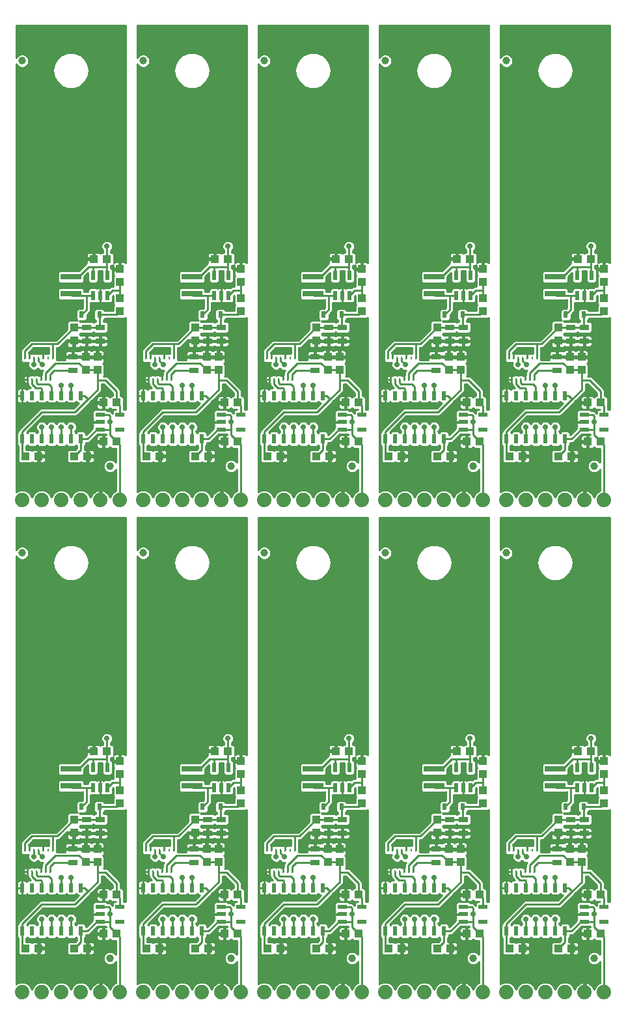
<source format=gtl>
G75*
%MOIN*%
%OFA0B0*%
%FSLAX25Y25*%
%IPPOS*%
%LPD*%
%AMOC8*
5,1,8,0,0,1.08239X$1,22.5*
%
%ADD10R,0.02165X0.04724*%
%ADD11R,0.04331X0.03937*%
%ADD12R,0.04724X0.03150*%
%ADD13R,0.03937X0.04331*%
%ADD14R,0.02480X0.03268*%
%ADD15R,0.10630X0.03150*%
%ADD16R,0.04724X0.02165*%
%ADD17R,0.02362X0.04724*%
%ADD18C,0.07400*%
%ADD19C,0.03937*%
%ADD20R,0.00906X0.01732*%
%ADD21R,0.00906X0.01339*%
%ADD22C,0.01000*%
%ADD23C,0.02900*%
%ADD24C,0.00900*%
D10*
X0069760Y0149881D03*
X0073500Y0149881D03*
X0077240Y0149881D03*
X0077240Y0160119D03*
X0069760Y0160119D03*
X0131760Y0160119D03*
X0131760Y0149881D03*
X0135500Y0149881D03*
X0139240Y0149881D03*
X0139240Y0160119D03*
X0193760Y0160119D03*
X0193760Y0149881D03*
X0197500Y0149881D03*
X0201240Y0149881D03*
X0201240Y0160119D03*
X0255760Y0160119D03*
X0263240Y0160119D03*
X0263240Y0149881D03*
X0259500Y0149881D03*
X0255760Y0149881D03*
X0317760Y0149881D03*
X0321500Y0149881D03*
X0325240Y0149881D03*
X0325240Y0160119D03*
X0317760Y0160119D03*
X0317760Y0401881D03*
X0321500Y0401881D03*
X0325240Y0401881D03*
X0325240Y0412119D03*
X0317760Y0412119D03*
X0263240Y0412119D03*
X0255760Y0412119D03*
X0255760Y0401881D03*
X0259500Y0401881D03*
X0263240Y0401881D03*
X0201240Y0401881D03*
X0197500Y0401881D03*
X0193760Y0401881D03*
X0193760Y0412119D03*
X0201240Y0412119D03*
X0139240Y0412119D03*
X0139240Y0401881D03*
X0135500Y0401881D03*
X0131760Y0401881D03*
X0131760Y0412119D03*
X0077240Y0412119D03*
X0077240Y0401881D03*
X0073500Y0401881D03*
X0069760Y0401881D03*
X0069760Y0412119D03*
D11*
X0070154Y0420500D03*
X0076846Y0420500D03*
X0075154Y0347000D03*
X0081846Y0347000D03*
X0081846Y0327000D03*
X0075154Y0327000D03*
X0066846Y0319500D03*
X0060154Y0319500D03*
X0041846Y0319500D03*
X0035154Y0319500D03*
X0097154Y0319500D03*
X0103846Y0319500D03*
X0122154Y0319500D03*
X0128846Y0319500D03*
X0137154Y0327000D03*
X0143846Y0327000D03*
X0143846Y0347000D03*
X0137154Y0347000D03*
X0159154Y0319500D03*
X0165846Y0319500D03*
X0184154Y0319500D03*
X0190846Y0319500D03*
X0199154Y0327000D03*
X0205846Y0327000D03*
X0205846Y0347000D03*
X0199154Y0347000D03*
X0221154Y0319500D03*
X0227846Y0319500D03*
X0246154Y0319500D03*
X0252846Y0319500D03*
X0261154Y0327000D03*
X0267846Y0327000D03*
X0283154Y0319500D03*
X0289846Y0319500D03*
X0308154Y0319500D03*
X0314846Y0319500D03*
X0323154Y0327000D03*
X0329846Y0327000D03*
X0329846Y0347000D03*
X0323154Y0347000D03*
X0324846Y0420500D03*
X0318154Y0420500D03*
X0267846Y0347000D03*
X0261154Y0347000D03*
X0262846Y0420500D03*
X0256154Y0420500D03*
X0200846Y0420500D03*
X0194154Y0420500D03*
X0138846Y0420500D03*
X0132154Y0420500D03*
X0132154Y0168500D03*
X0138846Y0168500D03*
X0137154Y0095000D03*
X0143846Y0095000D03*
X0143846Y0075000D03*
X0137154Y0075000D03*
X0128846Y0067500D03*
X0122154Y0067500D03*
X0103846Y0067500D03*
X0097154Y0067500D03*
X0081846Y0075000D03*
X0075154Y0075000D03*
X0066846Y0067500D03*
X0060154Y0067500D03*
X0041846Y0067500D03*
X0035154Y0067500D03*
X0075154Y0095000D03*
X0081846Y0095000D03*
X0076846Y0168500D03*
X0070154Y0168500D03*
X0159154Y0067500D03*
X0165846Y0067500D03*
X0184154Y0067500D03*
X0190846Y0067500D03*
X0199154Y0075000D03*
X0205846Y0075000D03*
X0205846Y0095000D03*
X0199154Y0095000D03*
X0221154Y0067500D03*
X0227846Y0067500D03*
X0246154Y0067500D03*
X0252846Y0067500D03*
X0261154Y0075000D03*
X0267846Y0075000D03*
X0283154Y0067500D03*
X0289846Y0067500D03*
X0308154Y0067500D03*
X0314846Y0067500D03*
X0323154Y0075000D03*
X0329846Y0075000D03*
X0329846Y0095000D03*
X0323154Y0095000D03*
X0324846Y0168500D03*
X0318154Y0168500D03*
X0267846Y0095000D03*
X0261154Y0095000D03*
X0262846Y0168500D03*
X0256154Y0168500D03*
X0200846Y0168500D03*
X0194154Y0168500D03*
D12*
X0197500Y0133543D03*
X0190500Y0133543D03*
X0190500Y0126457D03*
X0197500Y0126457D03*
X0183500Y0118543D03*
X0183500Y0111457D03*
X0135500Y0126457D03*
X0135500Y0133543D03*
X0128500Y0133543D03*
X0128500Y0126457D03*
X0121500Y0118543D03*
X0121500Y0111457D03*
X0073500Y0126457D03*
X0073500Y0133543D03*
X0066500Y0133543D03*
X0066500Y0126457D03*
X0059500Y0118543D03*
X0059500Y0111457D03*
X0059500Y0363457D03*
X0059500Y0370543D03*
X0066500Y0378457D03*
X0066500Y0385543D03*
X0073500Y0385543D03*
X0073500Y0378457D03*
X0121500Y0370543D03*
X0121500Y0363457D03*
X0128500Y0378457D03*
X0128500Y0385543D03*
X0135500Y0385543D03*
X0135500Y0378457D03*
X0183500Y0370543D03*
X0183500Y0363457D03*
X0190500Y0378457D03*
X0197500Y0378457D03*
X0197500Y0385543D03*
X0190500Y0385543D03*
X0245500Y0370543D03*
X0245500Y0363457D03*
X0252500Y0378457D03*
X0252500Y0385543D03*
X0259500Y0385543D03*
X0259500Y0378457D03*
X0307500Y0370543D03*
X0307500Y0363457D03*
X0314500Y0378457D03*
X0314500Y0385543D03*
X0321500Y0385543D03*
X0321500Y0378457D03*
X0321500Y0133543D03*
X0321500Y0126457D03*
X0314500Y0126457D03*
X0314500Y0133543D03*
X0307500Y0118543D03*
X0307500Y0111457D03*
X0259500Y0126457D03*
X0259500Y0133543D03*
X0252500Y0133543D03*
X0252500Y0126457D03*
X0245500Y0118543D03*
X0245500Y0111457D03*
D13*
X0252000Y0111654D03*
X0258000Y0111654D03*
X0258000Y0118346D03*
X0252000Y0118346D03*
X0246000Y0126654D03*
X0246000Y0133346D03*
X0269500Y0141654D03*
X0269500Y0148346D03*
X0269500Y0156654D03*
X0269500Y0163346D03*
X0308000Y0133346D03*
X0308000Y0126654D03*
X0314000Y0118346D03*
X0314000Y0111654D03*
X0320000Y0111654D03*
X0320000Y0118346D03*
X0331500Y0141654D03*
X0331500Y0148346D03*
X0331500Y0156654D03*
X0331500Y0163346D03*
X0320000Y0363654D03*
X0320000Y0370346D03*
X0314000Y0370346D03*
X0314000Y0363654D03*
X0308000Y0378654D03*
X0308000Y0385346D03*
X0331500Y0393654D03*
X0331500Y0400346D03*
X0331500Y0408654D03*
X0331500Y0415346D03*
X0269500Y0415346D03*
X0269500Y0408654D03*
X0269500Y0400346D03*
X0269500Y0393654D03*
X0258000Y0370346D03*
X0252000Y0370346D03*
X0252000Y0363654D03*
X0258000Y0363654D03*
X0246000Y0378654D03*
X0246000Y0385346D03*
X0207500Y0393654D03*
X0207500Y0400346D03*
X0207500Y0408654D03*
X0207500Y0415346D03*
X0196000Y0370346D03*
X0196000Y0363654D03*
X0190000Y0363654D03*
X0190000Y0370346D03*
X0184000Y0378654D03*
X0184000Y0385346D03*
X0145500Y0393654D03*
X0145500Y0400346D03*
X0145500Y0408654D03*
X0145500Y0415346D03*
X0122000Y0385346D03*
X0122000Y0378654D03*
X0128000Y0370346D03*
X0128000Y0363654D03*
X0134000Y0363654D03*
X0134000Y0370346D03*
X0083500Y0393654D03*
X0083500Y0400346D03*
X0083500Y0408654D03*
X0083500Y0415346D03*
X0072000Y0370346D03*
X0066000Y0370346D03*
X0066000Y0363654D03*
X0072000Y0363654D03*
X0060000Y0378654D03*
X0060000Y0385346D03*
X0083500Y0163346D03*
X0083500Y0156654D03*
X0083500Y0148346D03*
X0083500Y0141654D03*
X0072000Y0118346D03*
X0066000Y0118346D03*
X0066000Y0111654D03*
X0072000Y0111654D03*
X0060000Y0126654D03*
X0060000Y0133346D03*
X0122000Y0133346D03*
X0122000Y0126654D03*
X0128000Y0118346D03*
X0128000Y0111654D03*
X0134000Y0111654D03*
X0134000Y0118346D03*
X0145500Y0141654D03*
X0145500Y0148346D03*
X0145500Y0156654D03*
X0145500Y0163346D03*
X0184000Y0133346D03*
X0184000Y0126654D03*
X0190000Y0118346D03*
X0190000Y0111654D03*
X0196000Y0111654D03*
X0196000Y0118346D03*
X0207500Y0141654D03*
X0207500Y0148346D03*
X0207500Y0156654D03*
X0207500Y0163346D03*
D14*
X0197028Y0140000D03*
X0187972Y0140000D03*
X0135028Y0140000D03*
X0125972Y0140000D03*
X0073028Y0140000D03*
X0063972Y0140000D03*
X0063972Y0392000D03*
X0073028Y0392000D03*
X0125972Y0392000D03*
X0135028Y0392000D03*
X0187972Y0392000D03*
X0197028Y0392000D03*
X0249972Y0392000D03*
X0259028Y0392000D03*
X0311972Y0392000D03*
X0321028Y0392000D03*
X0321028Y0140000D03*
X0311972Y0140000D03*
X0259028Y0140000D03*
X0249972Y0140000D03*
D15*
X0244500Y0150669D03*
X0244500Y0159331D03*
X0182500Y0159331D03*
X0182500Y0150669D03*
X0120500Y0150669D03*
X0120500Y0159331D03*
X0058500Y0159331D03*
X0058500Y0150669D03*
X0058500Y0402669D03*
X0058500Y0411331D03*
X0120500Y0411331D03*
X0120500Y0402669D03*
X0182500Y0402669D03*
X0182500Y0411331D03*
X0244500Y0411331D03*
X0244500Y0402669D03*
X0306500Y0402669D03*
X0306500Y0411331D03*
X0306500Y0159331D03*
X0306500Y0150669D03*
D16*
X0321381Y0088740D03*
X0321381Y0085000D03*
X0321381Y0081260D03*
X0331619Y0081260D03*
X0331619Y0088740D03*
X0269619Y0088740D03*
X0269619Y0081260D03*
X0259381Y0081260D03*
X0259381Y0085000D03*
X0259381Y0088740D03*
X0207619Y0088740D03*
X0207619Y0081260D03*
X0197381Y0081260D03*
X0197381Y0085000D03*
X0197381Y0088740D03*
X0145619Y0088740D03*
X0145619Y0081260D03*
X0135381Y0081260D03*
X0135381Y0085000D03*
X0135381Y0088740D03*
X0083619Y0088740D03*
X0083619Y0081260D03*
X0073381Y0081260D03*
X0073381Y0085000D03*
X0073381Y0088740D03*
X0073381Y0333260D03*
X0073381Y0337000D03*
X0073381Y0340740D03*
X0083619Y0340740D03*
X0083619Y0333260D03*
X0135381Y0333260D03*
X0135381Y0337000D03*
X0135381Y0340740D03*
X0145619Y0340740D03*
X0145619Y0333260D03*
X0197381Y0333260D03*
X0197381Y0337000D03*
X0197381Y0340740D03*
X0207619Y0340740D03*
X0207619Y0333260D03*
X0259381Y0333260D03*
X0259381Y0337000D03*
X0259381Y0340740D03*
X0269619Y0340740D03*
X0269619Y0333260D03*
X0321381Y0333260D03*
X0321381Y0337000D03*
X0321381Y0340740D03*
X0331619Y0340740D03*
X0331619Y0333260D03*
D17*
X0311500Y0328476D03*
X0306500Y0328476D03*
X0301500Y0328476D03*
X0296500Y0328476D03*
X0291500Y0328476D03*
X0286500Y0328476D03*
X0281500Y0328476D03*
X0281500Y0350524D03*
X0286500Y0350524D03*
X0291500Y0350524D03*
X0296500Y0350524D03*
X0301500Y0350524D03*
X0306500Y0350524D03*
X0311500Y0350524D03*
X0249500Y0350524D03*
X0244500Y0350524D03*
X0239500Y0350524D03*
X0234500Y0350524D03*
X0229500Y0350524D03*
X0224500Y0350524D03*
X0219500Y0350524D03*
X0219500Y0328476D03*
X0224500Y0328476D03*
X0229500Y0328476D03*
X0234500Y0328476D03*
X0239500Y0328476D03*
X0244500Y0328476D03*
X0249500Y0328476D03*
X0187500Y0328476D03*
X0182500Y0328476D03*
X0177500Y0328476D03*
X0172500Y0328476D03*
X0167500Y0328476D03*
X0162500Y0328476D03*
X0157500Y0328476D03*
X0157500Y0350524D03*
X0162500Y0350524D03*
X0167500Y0350524D03*
X0172500Y0350524D03*
X0177500Y0350524D03*
X0182500Y0350524D03*
X0187500Y0350524D03*
X0125500Y0350524D03*
X0120500Y0350524D03*
X0115500Y0350524D03*
X0110500Y0350524D03*
X0105500Y0350524D03*
X0100500Y0350524D03*
X0095500Y0350524D03*
X0095500Y0328476D03*
X0100500Y0328476D03*
X0105500Y0328476D03*
X0110500Y0328476D03*
X0115500Y0328476D03*
X0120500Y0328476D03*
X0125500Y0328476D03*
X0063500Y0328476D03*
X0058500Y0328476D03*
X0053500Y0328476D03*
X0048500Y0328476D03*
X0043500Y0328476D03*
X0038500Y0328476D03*
X0033500Y0328476D03*
X0033500Y0350524D03*
X0038500Y0350524D03*
X0043500Y0350524D03*
X0048500Y0350524D03*
X0053500Y0350524D03*
X0058500Y0350524D03*
X0063500Y0350524D03*
X0063500Y0098524D03*
X0058500Y0098524D03*
X0053500Y0098524D03*
X0048500Y0098524D03*
X0043500Y0098524D03*
X0038500Y0098524D03*
X0033500Y0098524D03*
X0033500Y0076476D03*
X0038500Y0076476D03*
X0043500Y0076476D03*
X0048500Y0076476D03*
X0053500Y0076476D03*
X0058500Y0076476D03*
X0063500Y0076476D03*
X0095500Y0076476D03*
X0100500Y0076476D03*
X0105500Y0076476D03*
X0110500Y0076476D03*
X0115500Y0076476D03*
X0120500Y0076476D03*
X0125500Y0076476D03*
X0125500Y0098524D03*
X0120500Y0098524D03*
X0115500Y0098524D03*
X0110500Y0098524D03*
X0105500Y0098524D03*
X0100500Y0098524D03*
X0095500Y0098524D03*
X0157500Y0098524D03*
X0162500Y0098524D03*
X0167500Y0098524D03*
X0172500Y0098524D03*
X0177500Y0098524D03*
X0182500Y0098524D03*
X0187500Y0098524D03*
X0187500Y0076476D03*
X0182500Y0076476D03*
X0177500Y0076476D03*
X0172500Y0076476D03*
X0167500Y0076476D03*
X0162500Y0076476D03*
X0157500Y0076476D03*
X0219500Y0076476D03*
X0224500Y0076476D03*
X0229500Y0076476D03*
X0234500Y0076476D03*
X0239500Y0076476D03*
X0244500Y0076476D03*
X0249500Y0076476D03*
X0249500Y0098524D03*
X0244500Y0098524D03*
X0239500Y0098524D03*
X0234500Y0098524D03*
X0229500Y0098524D03*
X0224500Y0098524D03*
X0219500Y0098524D03*
X0281500Y0098524D03*
X0286500Y0098524D03*
X0291500Y0098524D03*
X0296500Y0098524D03*
X0301500Y0098524D03*
X0306500Y0098524D03*
X0311500Y0098524D03*
X0311500Y0076476D03*
X0306500Y0076476D03*
X0301500Y0076476D03*
X0296500Y0076476D03*
X0291500Y0076476D03*
X0286500Y0076476D03*
X0281500Y0076476D03*
D18*
X0281500Y0045000D03*
X0291500Y0045000D03*
X0301500Y0045000D03*
X0311500Y0045000D03*
X0321500Y0045000D03*
X0331500Y0045000D03*
X0269500Y0045000D03*
X0259500Y0045000D03*
X0249500Y0045000D03*
X0239500Y0045000D03*
X0229500Y0045000D03*
X0219500Y0045000D03*
X0207500Y0045000D03*
X0197500Y0045000D03*
X0187500Y0045000D03*
X0177500Y0045000D03*
X0167500Y0045000D03*
X0157500Y0045000D03*
X0145500Y0045000D03*
X0135500Y0045000D03*
X0125500Y0045000D03*
X0115500Y0045000D03*
X0105500Y0045000D03*
X0095500Y0045000D03*
X0083500Y0045000D03*
X0073500Y0045000D03*
X0063500Y0045000D03*
X0053500Y0045000D03*
X0043500Y0045000D03*
X0033500Y0045000D03*
X0033500Y0297000D03*
X0043500Y0297000D03*
X0053500Y0297000D03*
X0063500Y0297000D03*
X0073500Y0297000D03*
X0083500Y0297000D03*
X0095500Y0297000D03*
X0105500Y0297000D03*
X0115500Y0297000D03*
X0125500Y0297000D03*
X0135500Y0297000D03*
X0145500Y0297000D03*
X0157500Y0297000D03*
X0167500Y0297000D03*
X0177500Y0297000D03*
X0187500Y0297000D03*
X0197500Y0297000D03*
X0207500Y0297000D03*
X0219500Y0297000D03*
X0229500Y0297000D03*
X0239500Y0297000D03*
X0249500Y0297000D03*
X0259500Y0297000D03*
X0269500Y0297000D03*
X0281500Y0297000D03*
X0291500Y0297000D03*
X0301500Y0297000D03*
X0311500Y0297000D03*
X0321500Y0297000D03*
X0331500Y0297000D03*
D19*
X0326500Y0314500D03*
X0281500Y0270000D03*
X0264500Y0314500D03*
X0219500Y0270000D03*
X0202500Y0314500D03*
X0157500Y0270000D03*
X0140500Y0314500D03*
X0095500Y0270000D03*
X0078500Y0314500D03*
X0033500Y0270000D03*
X0078500Y0062500D03*
X0140500Y0062500D03*
X0202500Y0062500D03*
X0264500Y0062500D03*
X0326500Y0062500D03*
X0281500Y0522000D03*
X0219500Y0522000D03*
X0157500Y0522000D03*
X0095500Y0522000D03*
X0033500Y0522000D03*
D20*
X0034878Y0369776D03*
X0037240Y0369776D03*
X0039602Y0369776D03*
X0041965Y0369776D03*
X0044327Y0369776D03*
X0046689Y0369776D03*
X0049051Y0369776D03*
X0096878Y0369776D03*
X0099240Y0369776D03*
X0101602Y0369776D03*
X0103965Y0369776D03*
X0106327Y0369776D03*
X0108689Y0369776D03*
X0111051Y0369776D03*
X0158878Y0369776D03*
X0161240Y0369776D03*
X0163602Y0369776D03*
X0165965Y0369776D03*
X0168327Y0369776D03*
X0170689Y0369776D03*
X0173051Y0369776D03*
X0220878Y0369776D03*
X0223240Y0369776D03*
X0225602Y0369776D03*
X0227965Y0369776D03*
X0230327Y0369776D03*
X0232689Y0369776D03*
X0235051Y0369776D03*
X0282878Y0369776D03*
X0285240Y0369776D03*
X0287602Y0369776D03*
X0289965Y0369776D03*
X0292327Y0369776D03*
X0294689Y0369776D03*
X0297051Y0369776D03*
X0297051Y0117776D03*
X0294689Y0117776D03*
X0292327Y0117776D03*
X0289965Y0117776D03*
X0287602Y0117776D03*
X0285240Y0117776D03*
X0282878Y0117776D03*
X0235051Y0117776D03*
X0232689Y0117776D03*
X0230327Y0117776D03*
X0227965Y0117776D03*
X0225602Y0117776D03*
X0223240Y0117776D03*
X0220878Y0117776D03*
X0173051Y0117776D03*
X0170689Y0117776D03*
X0168327Y0117776D03*
X0165965Y0117776D03*
X0163602Y0117776D03*
X0161240Y0117776D03*
X0158878Y0117776D03*
X0111051Y0117776D03*
X0108689Y0117776D03*
X0106327Y0117776D03*
X0103965Y0117776D03*
X0101602Y0117776D03*
X0099240Y0117776D03*
X0096878Y0117776D03*
X0049051Y0117776D03*
X0046689Y0117776D03*
X0044327Y0117776D03*
X0041965Y0117776D03*
X0039602Y0117776D03*
X0037240Y0117776D03*
X0034878Y0117776D03*
D21*
X0036059Y0106909D03*
X0038421Y0106909D03*
X0040783Y0106909D03*
X0043146Y0106909D03*
X0045508Y0106909D03*
X0047870Y0106909D03*
X0098059Y0106909D03*
X0100421Y0106909D03*
X0102783Y0106909D03*
X0105146Y0106909D03*
X0107508Y0106909D03*
X0109870Y0106909D03*
X0160059Y0106909D03*
X0162421Y0106909D03*
X0164783Y0106909D03*
X0167146Y0106909D03*
X0169508Y0106909D03*
X0171870Y0106909D03*
X0222059Y0106909D03*
X0224421Y0106909D03*
X0226783Y0106909D03*
X0229146Y0106909D03*
X0231508Y0106909D03*
X0233870Y0106909D03*
X0284059Y0106909D03*
X0286421Y0106909D03*
X0288783Y0106909D03*
X0291146Y0106909D03*
X0293508Y0106909D03*
X0295870Y0106909D03*
X0295870Y0358909D03*
X0293508Y0358909D03*
X0291146Y0358909D03*
X0288783Y0358909D03*
X0286421Y0358909D03*
X0284059Y0358909D03*
X0233870Y0358909D03*
X0231508Y0358909D03*
X0229146Y0358909D03*
X0226783Y0358909D03*
X0224421Y0358909D03*
X0222059Y0358909D03*
X0171870Y0358909D03*
X0169508Y0358909D03*
X0167146Y0358909D03*
X0164783Y0358909D03*
X0162421Y0358909D03*
X0160059Y0358909D03*
X0109870Y0358909D03*
X0107508Y0358909D03*
X0105146Y0358909D03*
X0102783Y0358909D03*
X0100421Y0358909D03*
X0098059Y0358909D03*
X0047870Y0358909D03*
X0045508Y0358909D03*
X0043146Y0358909D03*
X0040783Y0358909D03*
X0038421Y0358909D03*
X0036059Y0358909D03*
D22*
X0030400Y0268420D02*
X0030400Y0049254D01*
X0030554Y0049408D01*
X0032466Y0050200D01*
X0034534Y0050200D01*
X0036446Y0049408D01*
X0037908Y0047946D01*
X0038500Y0046517D01*
X0039092Y0047946D01*
X0040554Y0049408D01*
X0042466Y0050200D01*
X0044534Y0050200D01*
X0046446Y0049408D01*
X0047908Y0047946D01*
X0048500Y0046517D01*
X0049092Y0047946D01*
X0050554Y0049408D01*
X0052466Y0050200D01*
X0054534Y0050200D01*
X0056446Y0049408D01*
X0057908Y0047946D01*
X0058500Y0046517D01*
X0059092Y0047946D01*
X0060554Y0049408D01*
X0062466Y0050200D01*
X0064534Y0050200D01*
X0066446Y0049408D01*
X0067908Y0047946D01*
X0068514Y0046483D01*
X0068681Y0046996D01*
X0069053Y0047725D01*
X0069534Y0048388D01*
X0070112Y0048966D01*
X0070775Y0049447D01*
X0071504Y0049819D01*
X0072282Y0050072D01*
X0073000Y0050186D01*
X0073000Y0045500D01*
X0074000Y0045500D01*
X0074000Y0050186D01*
X0074718Y0050072D01*
X0075496Y0049819D01*
X0076225Y0049447D01*
X0076888Y0048966D01*
X0077466Y0048388D01*
X0077947Y0047725D01*
X0078319Y0046996D01*
X0078486Y0046483D01*
X0079092Y0047946D01*
X0080554Y0049408D01*
X0081500Y0049800D01*
X0081500Y0060679D01*
X0081440Y0060535D01*
X0080465Y0059560D01*
X0079190Y0059031D01*
X0077810Y0059031D01*
X0076535Y0059560D01*
X0075560Y0060535D01*
X0075031Y0061810D01*
X0075031Y0063190D01*
X0075560Y0064465D01*
X0076535Y0065440D01*
X0077810Y0065968D01*
X0079190Y0065968D01*
X0080465Y0065440D01*
X0081440Y0064465D01*
X0081500Y0064321D01*
X0081500Y0071531D01*
X0079060Y0071531D01*
X0078500Y0072091D01*
X0078240Y0071831D01*
X0077898Y0071634D01*
X0077516Y0071531D01*
X0075638Y0071531D01*
X0075638Y0074516D01*
X0074669Y0074516D01*
X0071488Y0074516D01*
X0071488Y0072834D01*
X0071590Y0072453D01*
X0071788Y0072110D01*
X0072067Y0071831D01*
X0072409Y0071634D01*
X0072791Y0071531D01*
X0074669Y0071531D01*
X0074669Y0074516D01*
X0074669Y0075484D01*
X0071488Y0075484D01*
X0071488Y0077166D01*
X0071590Y0077547D01*
X0071788Y0077890D01*
X0072067Y0078169D01*
X0072409Y0078366D01*
X0072791Y0078468D01*
X0074669Y0078468D01*
X0074669Y0075484D01*
X0075638Y0075484D01*
X0075638Y0078468D01*
X0076500Y0078468D01*
X0076500Y0078812D01*
X0076365Y0078677D01*
X0072006Y0078677D01*
X0068976Y0075648D01*
X0068976Y0075648D01*
X0067805Y0074476D01*
X0066181Y0074476D01*
X0066181Y0073493D01*
X0065500Y0072812D01*
X0065500Y0070968D01*
X0066362Y0070968D01*
X0066362Y0067984D01*
X0067331Y0067984D01*
X0070512Y0067984D01*
X0070512Y0069666D01*
X0070410Y0070047D01*
X0070212Y0070390D01*
X0069933Y0070669D01*
X0069591Y0070866D01*
X0069209Y0070968D01*
X0067331Y0070968D01*
X0067331Y0067984D01*
X0067331Y0067016D01*
X0070512Y0067016D01*
X0070512Y0065334D01*
X0070410Y0064953D01*
X0070212Y0064610D01*
X0069933Y0064331D01*
X0069591Y0064134D01*
X0069209Y0064031D01*
X0067331Y0064031D01*
X0067331Y0067016D01*
X0066362Y0067016D01*
X0066362Y0064031D01*
X0064484Y0064031D01*
X0064102Y0064134D01*
X0063760Y0064331D01*
X0063500Y0064591D01*
X0062940Y0064031D01*
X0057367Y0064031D01*
X0056488Y0064910D01*
X0056488Y0070090D01*
X0057367Y0070968D01*
X0060794Y0070968D01*
X0061500Y0071675D01*
X0061500Y0072812D01*
X0061000Y0073312D01*
X0060302Y0072614D01*
X0056698Y0072614D01*
X0056000Y0073312D01*
X0055302Y0072614D01*
X0051698Y0072614D01*
X0051000Y0073312D01*
X0050302Y0072614D01*
X0046698Y0072614D01*
X0046000Y0073312D01*
X0045302Y0072614D01*
X0041698Y0072614D01*
X0041000Y0073312D01*
X0040302Y0072614D01*
X0036698Y0072614D01*
X0036000Y0073312D01*
X0035500Y0072812D01*
X0035500Y0070968D01*
X0037940Y0070968D01*
X0038500Y0070409D01*
X0038760Y0070669D01*
X0039102Y0070866D01*
X0039484Y0070968D01*
X0041362Y0070968D01*
X0041362Y0067984D01*
X0042331Y0067984D01*
X0045512Y0067984D01*
X0045512Y0069666D01*
X0045410Y0070047D01*
X0045212Y0070390D01*
X0044933Y0070669D01*
X0044591Y0070866D01*
X0044209Y0070968D01*
X0042331Y0070968D01*
X0042331Y0067984D01*
X0042331Y0067016D01*
X0045512Y0067016D01*
X0045512Y0065334D01*
X0045410Y0064953D01*
X0045212Y0064610D01*
X0044933Y0064331D01*
X0044591Y0064134D01*
X0044209Y0064031D01*
X0042331Y0064031D01*
X0042331Y0067016D01*
X0041362Y0067016D01*
X0041362Y0064031D01*
X0039484Y0064031D01*
X0039102Y0064134D01*
X0038760Y0064331D01*
X0038500Y0064591D01*
X0037940Y0064031D01*
X0032367Y0064031D01*
X0031488Y0064910D01*
X0031488Y0070090D01*
X0031500Y0070102D01*
X0031500Y0072812D01*
X0030819Y0073493D01*
X0030819Y0079460D01*
X0031500Y0080141D01*
X0031500Y0080828D01*
X0041500Y0090828D01*
X0042672Y0092000D01*
X0059672Y0092000D01*
X0062333Y0094661D01*
X0061698Y0094661D01*
X0061000Y0095359D01*
X0060302Y0094661D01*
X0056698Y0094661D01*
X0056000Y0095359D01*
X0055302Y0094661D01*
X0051698Y0094661D01*
X0051000Y0095359D01*
X0050302Y0094661D01*
X0046698Y0094661D01*
X0046000Y0095359D01*
X0045302Y0094661D01*
X0041698Y0094661D01*
X0041000Y0095359D01*
X0040302Y0094661D01*
X0036698Y0094661D01*
X0035968Y0095391D01*
X0035881Y0095240D01*
X0035602Y0094961D01*
X0035260Y0094764D01*
X0034879Y0094661D01*
X0033591Y0094661D01*
X0033591Y0098433D01*
X0033409Y0098433D01*
X0030819Y0098433D01*
X0030819Y0095964D01*
X0030921Y0095582D01*
X0031119Y0095240D01*
X0031398Y0094961D01*
X0031740Y0094764D01*
X0032121Y0094661D01*
X0033409Y0094661D01*
X0033409Y0098433D01*
X0033409Y0098614D01*
X0030819Y0098614D01*
X0030819Y0101083D01*
X0030921Y0101465D01*
X0031119Y0101807D01*
X0031398Y0102086D01*
X0031740Y0102284D01*
X0032121Y0102386D01*
X0033409Y0102386D01*
X0033409Y0098614D01*
X0033591Y0098614D01*
X0033591Y0102386D01*
X0034879Y0102386D01*
X0035260Y0102284D01*
X0035602Y0102086D01*
X0035881Y0101807D01*
X0035968Y0101656D01*
X0036698Y0102386D01*
X0037856Y0102386D01*
X0036471Y0103771D01*
X0036471Y0104740D01*
X0036059Y0104740D01*
X0036059Y0106909D01*
X0036059Y0106909D01*
X0036059Y0104740D01*
X0035409Y0104740D01*
X0035027Y0104842D01*
X0034685Y0105040D01*
X0034406Y0105319D01*
X0034209Y0105661D01*
X0034106Y0106043D01*
X0034106Y0106909D01*
X0036059Y0106909D01*
X0036059Y0106909D01*
X0034106Y0106909D01*
X0034106Y0107776D01*
X0034209Y0108158D01*
X0034406Y0108500D01*
X0034685Y0108779D01*
X0035027Y0108977D01*
X0035409Y0109079D01*
X0036059Y0109079D01*
X0036059Y0106910D01*
X0036059Y0106910D01*
X0036059Y0109079D01*
X0036709Y0109079D01*
X0037091Y0108977D01*
X0037189Y0108920D01*
X0037347Y0109079D01*
X0039495Y0109079D01*
X0039602Y0108972D01*
X0039709Y0109079D01*
X0041858Y0109079D01*
X0042016Y0108920D01*
X0042114Y0108977D01*
X0042495Y0109079D01*
X0043146Y0109079D01*
X0043146Y0106910D01*
X0043146Y0106910D01*
X0043146Y0109079D01*
X0043558Y0109079D01*
X0043558Y0110816D01*
X0044192Y0111450D01*
X0043213Y0111450D01*
X0042129Y0111899D01*
X0041651Y0112377D01*
X0041273Y0111999D01*
X0040189Y0111550D01*
X0039016Y0111550D01*
X0037931Y0111999D01*
X0037101Y0112829D01*
X0036652Y0113913D01*
X0036652Y0115087D01*
X0036786Y0115409D01*
X0036590Y0115409D01*
X0036208Y0115512D01*
X0036111Y0115568D01*
X0035952Y0115409D01*
X0033804Y0115409D01*
X0032925Y0116288D01*
X0032925Y0119263D01*
X0032928Y0119266D01*
X0032928Y0122186D01*
X0037692Y0126950D01*
X0050846Y0126950D01*
X0056531Y0132636D01*
X0056531Y0136133D01*
X0057410Y0137012D01*
X0061965Y0137012D01*
X0061232Y0137745D01*
X0061232Y0142255D01*
X0062111Y0143134D01*
X0064278Y0143134D01*
X0064500Y0143356D01*
X0064500Y0147658D01*
X0064436Y0147594D01*
X0052564Y0147594D01*
X0051685Y0148473D01*
X0051685Y0152865D01*
X0052564Y0153744D01*
X0064436Y0153744D01*
X0065315Y0152865D01*
X0065315Y0151881D01*
X0067177Y0151881D01*
X0067177Y0152865D01*
X0068056Y0153744D01*
X0071464Y0153744D01*
X0071666Y0153542D01*
X0071838Y0153641D01*
X0072220Y0153744D01*
X0073459Y0153744D01*
X0073459Y0149923D01*
X0073541Y0149923D01*
X0073541Y0153744D01*
X0074780Y0153744D01*
X0075162Y0153641D01*
X0075334Y0153542D01*
X0075536Y0153744D01*
X0078274Y0153744D01*
X0079030Y0154500D01*
X0080031Y0154500D01*
X0080031Y0159440D01*
X0080591Y0160000D01*
X0080331Y0160260D01*
X0080134Y0160602D01*
X0080031Y0160984D01*
X0080031Y0162862D01*
X0083016Y0162862D01*
X0083016Y0163831D01*
X0083016Y0167012D01*
X0081334Y0167012D01*
X0080953Y0166910D01*
X0080610Y0166712D01*
X0080512Y0166613D01*
X0080512Y0171090D01*
X0079633Y0171968D01*
X0078846Y0171968D01*
X0078846Y0172828D01*
X0079347Y0173329D01*
X0079796Y0174413D01*
X0079796Y0175587D01*
X0079347Y0176671D01*
X0078517Y0177501D01*
X0077433Y0177950D01*
X0076260Y0177950D01*
X0075175Y0177501D01*
X0074346Y0176671D01*
X0073896Y0175587D01*
X0073896Y0174413D01*
X0074346Y0173329D01*
X0074846Y0172828D01*
X0074846Y0171968D01*
X0074060Y0171968D01*
X0073500Y0171409D01*
X0073240Y0171669D01*
X0072898Y0171866D01*
X0072516Y0171968D01*
X0070638Y0171968D01*
X0070638Y0168984D01*
X0069669Y0168984D01*
X0069669Y0168016D01*
X0066488Y0168016D01*
X0066488Y0166334D01*
X0066492Y0166320D01*
X0065500Y0165328D01*
X0062577Y0162405D01*
X0052564Y0162405D01*
X0051685Y0161527D01*
X0051685Y0157135D01*
X0052564Y0156256D01*
X0064436Y0156256D01*
X0065315Y0157135D01*
X0065315Y0159487D01*
X0067177Y0161349D01*
X0067177Y0157135D01*
X0068056Y0156256D01*
X0071464Y0156256D01*
X0072343Y0157135D01*
X0072343Y0162500D01*
X0074657Y0162500D01*
X0074657Y0157135D01*
X0075536Y0156256D01*
X0078944Y0156256D01*
X0079823Y0157135D01*
X0079823Y0163102D01*
X0078944Y0163981D01*
X0078846Y0163981D01*
X0078846Y0165031D01*
X0079633Y0165031D01*
X0080031Y0165430D01*
X0080031Y0163831D01*
X0083016Y0163831D01*
X0083984Y0163831D01*
X0083984Y0167012D01*
X0085666Y0167012D01*
X0086047Y0166910D01*
X0086390Y0166712D01*
X0086600Y0166502D01*
X0086600Y0288062D01*
X0030400Y0288099D01*
X0030400Y0271580D01*
X0030560Y0271965D01*
X0031535Y0272940D01*
X0032810Y0273468D01*
X0034190Y0273468D01*
X0035465Y0272940D01*
X0036440Y0271965D01*
X0036968Y0270690D01*
X0036968Y0269310D01*
X0036440Y0268035D01*
X0035465Y0267060D01*
X0034190Y0266531D01*
X0032810Y0266531D01*
X0031535Y0267060D01*
X0030560Y0268035D01*
X0030400Y0268420D01*
X0030400Y0267661D02*
X0030934Y0267661D01*
X0030400Y0266662D02*
X0032495Y0266662D01*
X0034505Y0266662D02*
X0049451Y0266662D01*
X0049275Y0265664D02*
X0030400Y0265664D01*
X0030400Y0264665D02*
X0049217Y0264665D01*
X0049158Y0265000D02*
X0049721Y0261805D01*
X0051344Y0258995D01*
X0053829Y0256910D01*
X0056878Y0255800D01*
X0059287Y0255800D01*
X0060122Y0255800D01*
X0060122Y0255800D01*
X0063171Y0256910D01*
X0065656Y0258995D01*
X0065656Y0258995D01*
X0065656Y0258995D01*
X0067279Y0261805D01*
X0067842Y0265000D01*
X0067279Y0268195D01*
X0065656Y0271005D01*
X0063171Y0273090D01*
X0060122Y0274200D01*
X0056878Y0274200D01*
X0053829Y0273090D01*
X0051344Y0271005D01*
X0051344Y0271005D01*
X0049721Y0268195D01*
X0049158Y0265000D01*
X0049158Y0265000D01*
X0049393Y0263667D02*
X0030400Y0263667D01*
X0030400Y0262668D02*
X0049569Y0262668D01*
X0049721Y0261805D02*
X0049721Y0261805D01*
X0049800Y0261670D02*
X0030400Y0261670D01*
X0030400Y0260671D02*
X0050376Y0260671D01*
X0050953Y0259672D02*
X0030400Y0259672D01*
X0030400Y0258674D02*
X0051726Y0258674D01*
X0051344Y0258995D02*
X0051344Y0258995D01*
X0052916Y0257675D02*
X0030400Y0257675D01*
X0030400Y0256677D02*
X0054468Y0256677D01*
X0053829Y0256910D02*
X0053829Y0256910D01*
X0049627Y0267661D02*
X0036066Y0267661D01*
X0036699Y0268659D02*
X0049989Y0268659D01*
X0049721Y0268195D02*
X0049721Y0268195D01*
X0050566Y0269658D02*
X0036968Y0269658D01*
X0036968Y0270656D02*
X0051142Y0270656D01*
X0051344Y0271005D02*
X0051344Y0271005D01*
X0052118Y0271655D02*
X0036569Y0271655D01*
X0035752Y0272653D02*
X0053308Y0272653D01*
X0053829Y0273090D02*
X0053829Y0273090D01*
X0055371Y0273652D02*
X0030400Y0273652D01*
X0030400Y0274650D02*
X0086600Y0274650D01*
X0086600Y0273652D02*
X0061629Y0273652D01*
X0063171Y0273090D02*
X0063171Y0273090D01*
X0063692Y0272653D02*
X0086600Y0272653D01*
X0086600Y0271655D02*
X0064882Y0271655D01*
X0065656Y0271005D02*
X0065656Y0271005D01*
X0065858Y0270656D02*
X0086600Y0270656D01*
X0086600Y0269658D02*
X0066434Y0269658D01*
X0067011Y0268659D02*
X0086600Y0268659D01*
X0086600Y0267661D02*
X0067373Y0267661D01*
X0067279Y0268195D02*
X0067279Y0268195D01*
X0067549Y0266662D02*
X0086600Y0266662D01*
X0086600Y0265664D02*
X0067725Y0265664D01*
X0067842Y0265000D02*
X0067842Y0265000D01*
X0067783Y0264665D02*
X0086600Y0264665D01*
X0086600Y0263667D02*
X0067607Y0263667D01*
X0067431Y0262668D02*
X0086600Y0262668D01*
X0086600Y0261670D02*
X0067200Y0261670D01*
X0067279Y0261805D02*
X0067279Y0261805D01*
X0066624Y0260671D02*
X0086600Y0260671D01*
X0086600Y0259672D02*
X0066047Y0259672D01*
X0065274Y0258674D02*
X0086600Y0258674D01*
X0086600Y0257675D02*
X0064084Y0257675D01*
X0063171Y0256910D02*
X0063171Y0256910D01*
X0062532Y0256677D02*
X0086600Y0256677D01*
X0086600Y0255678D02*
X0030400Y0255678D01*
X0030400Y0254680D02*
X0086600Y0254680D01*
X0086600Y0253681D02*
X0030400Y0253681D01*
X0030400Y0252683D02*
X0086600Y0252683D01*
X0086600Y0251684D02*
X0030400Y0251684D01*
X0030400Y0250686D02*
X0086600Y0250686D01*
X0086600Y0249687D02*
X0030400Y0249687D01*
X0030400Y0248689D02*
X0086600Y0248689D01*
X0086600Y0247690D02*
X0030400Y0247690D01*
X0030400Y0246692D02*
X0086600Y0246692D01*
X0086600Y0245693D02*
X0030400Y0245693D01*
X0030400Y0244695D02*
X0086600Y0244695D01*
X0086600Y0243696D02*
X0030400Y0243696D01*
X0030400Y0242698D02*
X0086600Y0242698D01*
X0086600Y0241699D02*
X0030400Y0241699D01*
X0030400Y0240701D02*
X0086600Y0240701D01*
X0086600Y0239702D02*
X0030400Y0239702D01*
X0030400Y0238704D02*
X0086600Y0238704D01*
X0086600Y0237705D02*
X0030400Y0237705D01*
X0030400Y0236707D02*
X0086600Y0236707D01*
X0086600Y0235708D02*
X0030400Y0235708D01*
X0030400Y0234710D02*
X0086600Y0234710D01*
X0086600Y0233711D02*
X0030400Y0233711D01*
X0030400Y0232713D02*
X0086600Y0232713D01*
X0086600Y0231714D02*
X0030400Y0231714D01*
X0030400Y0230716D02*
X0086600Y0230716D01*
X0086600Y0229717D02*
X0030400Y0229717D01*
X0030400Y0228719D02*
X0086600Y0228719D01*
X0086600Y0227720D02*
X0030400Y0227720D01*
X0030400Y0226722D02*
X0086600Y0226722D01*
X0086600Y0225723D02*
X0030400Y0225723D01*
X0030400Y0224725D02*
X0086600Y0224725D01*
X0086600Y0223726D02*
X0030400Y0223726D01*
X0030400Y0222728D02*
X0086600Y0222728D01*
X0086600Y0221729D02*
X0030400Y0221729D01*
X0030400Y0220731D02*
X0086600Y0220731D01*
X0086600Y0219732D02*
X0030400Y0219732D01*
X0030400Y0218734D02*
X0086600Y0218734D01*
X0086600Y0217735D02*
X0030400Y0217735D01*
X0030400Y0216737D02*
X0086600Y0216737D01*
X0086600Y0215738D02*
X0030400Y0215738D01*
X0030400Y0214739D02*
X0086600Y0214739D01*
X0086600Y0213741D02*
X0030400Y0213741D01*
X0030400Y0212742D02*
X0086600Y0212742D01*
X0086600Y0211744D02*
X0030400Y0211744D01*
X0030400Y0210745D02*
X0086600Y0210745D01*
X0086600Y0209747D02*
X0030400Y0209747D01*
X0030400Y0208748D02*
X0086600Y0208748D01*
X0086600Y0207750D02*
X0030400Y0207750D01*
X0030400Y0206751D02*
X0086600Y0206751D01*
X0086600Y0205753D02*
X0030400Y0205753D01*
X0030400Y0204754D02*
X0086600Y0204754D01*
X0086600Y0203756D02*
X0030400Y0203756D01*
X0030400Y0202757D02*
X0086600Y0202757D01*
X0086600Y0201759D02*
X0030400Y0201759D01*
X0030400Y0200760D02*
X0086600Y0200760D01*
X0086600Y0199762D02*
X0030400Y0199762D01*
X0030400Y0198763D02*
X0086600Y0198763D01*
X0086600Y0197765D02*
X0030400Y0197765D01*
X0030400Y0196766D02*
X0086600Y0196766D01*
X0086600Y0195768D02*
X0030400Y0195768D01*
X0030400Y0194769D02*
X0086600Y0194769D01*
X0086600Y0193771D02*
X0030400Y0193771D01*
X0030400Y0192772D02*
X0086600Y0192772D01*
X0086600Y0191774D02*
X0030400Y0191774D01*
X0030400Y0190775D02*
X0086600Y0190775D01*
X0086600Y0189777D02*
X0030400Y0189777D01*
X0030400Y0188778D02*
X0086600Y0188778D01*
X0086600Y0187780D02*
X0030400Y0187780D01*
X0030400Y0186781D02*
X0086600Y0186781D01*
X0086600Y0185783D02*
X0030400Y0185783D01*
X0030400Y0184784D02*
X0086600Y0184784D01*
X0086600Y0183786D02*
X0030400Y0183786D01*
X0030400Y0182787D02*
X0086600Y0182787D01*
X0086600Y0181789D02*
X0030400Y0181789D01*
X0030400Y0180790D02*
X0086600Y0180790D01*
X0086600Y0179792D02*
X0030400Y0179792D01*
X0030400Y0178793D02*
X0086600Y0178793D01*
X0086600Y0177795D02*
X0077808Y0177795D01*
X0079222Y0176796D02*
X0086600Y0176796D01*
X0086600Y0175798D02*
X0079709Y0175798D01*
X0079796Y0174799D02*
X0086600Y0174799D01*
X0086600Y0173801D02*
X0079543Y0173801D01*
X0078846Y0172802D02*
X0086600Y0172802D01*
X0086600Y0171803D02*
X0079798Y0171803D01*
X0080512Y0170805D02*
X0086600Y0170805D01*
X0086600Y0169806D02*
X0080512Y0169806D01*
X0080512Y0168808D02*
X0086600Y0168808D01*
X0086600Y0167809D02*
X0080512Y0167809D01*
X0080512Y0166811D02*
X0080782Y0166811D01*
X0080031Y0164814D02*
X0078846Y0164814D01*
X0079109Y0163815D02*
X0083016Y0163815D01*
X0083016Y0164814D02*
X0083984Y0164814D01*
X0083984Y0165812D02*
X0083016Y0165812D01*
X0083016Y0166811D02*
X0083984Y0166811D01*
X0086218Y0166811D02*
X0086600Y0166811D01*
X0092400Y0166811D02*
X0128488Y0166811D01*
X0128488Y0166334D02*
X0128492Y0166320D01*
X0127500Y0165328D01*
X0124577Y0162405D01*
X0114564Y0162405D01*
X0113685Y0161527D01*
X0113685Y0157135D01*
X0114564Y0156256D01*
X0126436Y0156256D01*
X0127315Y0157135D01*
X0127315Y0159487D01*
X0129177Y0161349D01*
X0129177Y0157135D01*
X0130056Y0156256D01*
X0133464Y0156256D01*
X0134343Y0157135D01*
X0134343Y0162500D01*
X0136657Y0162500D01*
X0136657Y0157135D01*
X0137536Y0156256D01*
X0140944Y0156256D01*
X0141823Y0157135D01*
X0141823Y0163102D01*
X0140944Y0163981D01*
X0140846Y0163981D01*
X0140846Y0165031D01*
X0141633Y0165031D01*
X0142031Y0165430D01*
X0142031Y0163831D01*
X0145016Y0163831D01*
X0145016Y0167012D01*
X0143334Y0167012D01*
X0142953Y0166910D01*
X0142610Y0166712D01*
X0142512Y0166613D01*
X0142512Y0171090D01*
X0141633Y0171968D01*
X0140846Y0171968D01*
X0140846Y0172828D01*
X0141347Y0173329D01*
X0141796Y0174413D01*
X0141796Y0175587D01*
X0141347Y0176671D01*
X0140517Y0177501D01*
X0139433Y0177950D01*
X0138260Y0177950D01*
X0137175Y0177501D01*
X0136346Y0176671D01*
X0135896Y0175587D01*
X0135896Y0174413D01*
X0136346Y0173329D01*
X0136846Y0172828D01*
X0136846Y0171968D01*
X0136060Y0171968D01*
X0135500Y0171409D01*
X0135240Y0171669D01*
X0134898Y0171866D01*
X0134516Y0171968D01*
X0132638Y0171968D01*
X0132638Y0168984D01*
X0131669Y0168984D01*
X0131669Y0168016D01*
X0128488Y0168016D01*
X0128488Y0166334D01*
X0127984Y0165812D02*
X0092400Y0165812D01*
X0092400Y0164814D02*
X0126985Y0164814D01*
X0125987Y0163815D02*
X0092400Y0163815D01*
X0092400Y0162817D02*
X0124988Y0162817D01*
X0124331Y0159331D02*
X0120500Y0159331D01*
X0124331Y0159331D02*
X0129500Y0164500D01*
X0131760Y0164500D01*
X0131760Y0160119D01*
X0134343Y0159821D02*
X0136657Y0159821D01*
X0136657Y0158823D02*
X0134343Y0158823D01*
X0134343Y0157824D02*
X0136657Y0157824D01*
X0136967Y0156826D02*
X0134033Y0156826D01*
X0134220Y0153744D02*
X0133838Y0153641D01*
X0133666Y0153542D01*
X0133464Y0153744D01*
X0130056Y0153744D01*
X0129177Y0152865D01*
X0129177Y0151881D01*
X0127315Y0151881D01*
X0127315Y0152865D01*
X0126436Y0153744D01*
X0114564Y0153744D01*
X0113685Y0152865D01*
X0113685Y0148473D01*
X0114564Y0147594D01*
X0126436Y0147594D01*
X0126500Y0147658D01*
X0126500Y0143356D01*
X0126278Y0143134D01*
X0124111Y0143134D01*
X0123232Y0142255D01*
X0123232Y0137745D01*
X0123965Y0137012D01*
X0119410Y0137012D01*
X0118531Y0136133D01*
X0118531Y0132636D01*
X0112846Y0126950D01*
X0099692Y0126950D01*
X0098550Y0125808D01*
X0098550Y0125808D01*
X0094928Y0122186D01*
X0094928Y0119266D01*
X0094925Y0119263D01*
X0094925Y0116288D01*
X0095804Y0115409D01*
X0097952Y0115409D01*
X0098111Y0115568D01*
X0098208Y0115512D01*
X0098590Y0115409D01*
X0098786Y0115409D01*
X0098652Y0115087D01*
X0098652Y0113913D01*
X0099101Y0112829D01*
X0099931Y0111999D01*
X0101016Y0111550D01*
X0102189Y0111550D01*
X0103273Y0111999D01*
X0103651Y0112377D01*
X0104129Y0111899D01*
X0105213Y0111450D01*
X0106192Y0111450D01*
X0105558Y0110816D01*
X0105558Y0109079D01*
X0105146Y0109079D01*
X0105146Y0106910D01*
X0105146Y0106910D01*
X0105146Y0109079D01*
X0104495Y0109079D01*
X0104114Y0108977D01*
X0104016Y0108920D01*
X0103858Y0109079D01*
X0101709Y0109079D01*
X0101602Y0108972D01*
X0101495Y0109079D01*
X0099347Y0109079D01*
X0099189Y0108920D01*
X0099091Y0108977D01*
X0098709Y0109079D01*
X0098059Y0109079D01*
X0097409Y0109079D01*
X0097027Y0108977D01*
X0096685Y0108779D01*
X0096406Y0108500D01*
X0096209Y0108158D01*
X0096106Y0107776D01*
X0096106Y0106909D01*
X0096106Y0106043D01*
X0096209Y0105661D01*
X0096406Y0105319D01*
X0096685Y0105040D01*
X0097027Y0104842D01*
X0097409Y0104740D01*
X0098059Y0104740D01*
X0098059Y0106909D01*
X0098059Y0106909D01*
X0098059Y0104740D01*
X0098471Y0104740D01*
X0098471Y0103771D01*
X0099856Y0102386D01*
X0098698Y0102386D01*
X0097968Y0101656D01*
X0097881Y0101807D01*
X0097602Y0102086D01*
X0097260Y0102284D01*
X0096879Y0102386D01*
X0095591Y0102386D01*
X0095591Y0098614D01*
X0095409Y0098614D01*
X0095409Y0098433D01*
X0092819Y0098433D01*
X0092819Y0095964D01*
X0092921Y0095582D01*
X0093119Y0095240D01*
X0093398Y0094961D01*
X0093740Y0094764D01*
X0094121Y0094661D01*
X0095409Y0094661D01*
X0095409Y0098433D01*
X0095591Y0098433D01*
X0095591Y0094661D01*
X0096879Y0094661D01*
X0097260Y0094764D01*
X0097602Y0094961D01*
X0097881Y0095240D01*
X0097968Y0095391D01*
X0098698Y0094661D01*
X0102302Y0094661D01*
X0103000Y0095359D01*
X0103698Y0094661D01*
X0107302Y0094661D01*
X0108000Y0095359D01*
X0108698Y0094661D01*
X0112302Y0094661D01*
X0113000Y0095359D01*
X0113698Y0094661D01*
X0117302Y0094661D01*
X0118000Y0095359D01*
X0118698Y0094661D01*
X0122302Y0094661D01*
X0123000Y0095359D01*
X0123698Y0094661D01*
X0124333Y0094661D01*
X0121672Y0092000D01*
X0104672Y0092000D01*
X0103500Y0090828D01*
X0093500Y0080828D01*
X0093500Y0080141D01*
X0092819Y0079460D01*
X0092819Y0073493D01*
X0093500Y0072812D01*
X0093500Y0070102D01*
X0093488Y0070090D01*
X0093488Y0064910D01*
X0094367Y0064031D01*
X0099940Y0064031D01*
X0100500Y0064591D01*
X0100760Y0064331D01*
X0101102Y0064134D01*
X0101484Y0064031D01*
X0103362Y0064031D01*
X0103362Y0067016D01*
X0104331Y0067016D01*
X0104331Y0067984D01*
X0107512Y0067984D01*
X0107512Y0069666D01*
X0107410Y0070047D01*
X0107212Y0070390D01*
X0106933Y0070669D01*
X0106591Y0070866D01*
X0106209Y0070968D01*
X0104331Y0070968D01*
X0104331Y0067984D01*
X0103362Y0067984D01*
X0103362Y0070968D01*
X0101484Y0070968D01*
X0101102Y0070866D01*
X0100760Y0070669D01*
X0100500Y0070409D01*
X0099940Y0070968D01*
X0097500Y0070968D01*
X0097500Y0072812D01*
X0098000Y0073312D01*
X0098698Y0072614D01*
X0102302Y0072614D01*
X0103000Y0073312D01*
X0103698Y0072614D01*
X0107302Y0072614D01*
X0108000Y0073312D01*
X0108698Y0072614D01*
X0112302Y0072614D01*
X0113000Y0073312D01*
X0113698Y0072614D01*
X0117302Y0072614D01*
X0118000Y0073312D01*
X0118698Y0072614D01*
X0122302Y0072614D01*
X0123000Y0073312D01*
X0123500Y0072812D01*
X0123500Y0071675D01*
X0122794Y0070968D01*
X0119367Y0070968D01*
X0118488Y0070090D01*
X0118488Y0064910D01*
X0119367Y0064031D01*
X0124940Y0064031D01*
X0125500Y0064591D01*
X0125760Y0064331D01*
X0126102Y0064134D01*
X0126484Y0064031D01*
X0128362Y0064031D01*
X0128362Y0067016D01*
X0129331Y0067016D01*
X0129331Y0067984D01*
X0132512Y0067984D01*
X0132512Y0069666D01*
X0132410Y0070047D01*
X0132212Y0070390D01*
X0131933Y0070669D01*
X0131591Y0070866D01*
X0131209Y0070968D01*
X0129331Y0070968D01*
X0129331Y0067984D01*
X0128362Y0067984D01*
X0128362Y0070968D01*
X0127500Y0070968D01*
X0127500Y0072812D01*
X0128181Y0073493D01*
X0128181Y0074476D01*
X0129805Y0074476D01*
X0130976Y0075648D01*
X0134006Y0078677D01*
X0138365Y0078677D01*
X0138500Y0078812D01*
X0138500Y0078468D01*
X0137638Y0078468D01*
X0137638Y0075484D01*
X0136669Y0075484D01*
X0136669Y0074516D01*
X0133488Y0074516D01*
X0133488Y0072834D01*
X0133590Y0072453D01*
X0133788Y0072110D01*
X0134067Y0071831D01*
X0134409Y0071634D01*
X0134791Y0071531D01*
X0136669Y0071531D01*
X0136669Y0074516D01*
X0137638Y0074516D01*
X0137638Y0071531D01*
X0139516Y0071531D01*
X0139898Y0071634D01*
X0140240Y0071831D01*
X0140500Y0072091D01*
X0141060Y0071531D01*
X0143500Y0071531D01*
X0143500Y0064321D01*
X0143440Y0064465D01*
X0142465Y0065440D01*
X0141190Y0065968D01*
X0139810Y0065968D01*
X0138535Y0065440D01*
X0137560Y0064465D01*
X0137031Y0063190D01*
X0137031Y0061810D01*
X0137560Y0060535D01*
X0138535Y0059560D01*
X0139810Y0059031D01*
X0141190Y0059031D01*
X0142465Y0059560D01*
X0143440Y0060535D01*
X0143500Y0060679D01*
X0143500Y0049800D01*
X0142554Y0049408D01*
X0141092Y0047946D01*
X0140486Y0046483D01*
X0140319Y0046996D01*
X0139947Y0047725D01*
X0139466Y0048388D01*
X0138888Y0048966D01*
X0138225Y0049447D01*
X0137496Y0049819D01*
X0136718Y0050072D01*
X0136000Y0050186D01*
X0136000Y0045500D01*
X0135000Y0045500D01*
X0135000Y0050186D01*
X0134282Y0050072D01*
X0133504Y0049819D01*
X0132775Y0049447D01*
X0132112Y0048966D01*
X0131534Y0048388D01*
X0131053Y0047725D01*
X0130681Y0046996D01*
X0130514Y0046483D01*
X0129908Y0047946D01*
X0128446Y0049408D01*
X0126534Y0050200D01*
X0124466Y0050200D01*
X0122554Y0049408D01*
X0121092Y0047946D01*
X0120500Y0046517D01*
X0119908Y0047946D01*
X0118446Y0049408D01*
X0116534Y0050200D01*
X0114466Y0050200D01*
X0112554Y0049408D01*
X0111092Y0047946D01*
X0110500Y0046517D01*
X0109908Y0047946D01*
X0108446Y0049408D01*
X0106534Y0050200D01*
X0104466Y0050200D01*
X0102554Y0049408D01*
X0101092Y0047946D01*
X0100500Y0046517D01*
X0099908Y0047946D01*
X0098446Y0049408D01*
X0096534Y0050200D01*
X0094466Y0050200D01*
X0092554Y0049408D01*
X0092400Y0049254D01*
X0092400Y0268420D01*
X0092560Y0268035D01*
X0093535Y0267060D01*
X0094810Y0266531D01*
X0096190Y0266531D01*
X0097465Y0267060D01*
X0098440Y0268035D01*
X0098968Y0269310D01*
X0098968Y0270690D01*
X0098440Y0271965D01*
X0097465Y0272940D01*
X0096190Y0273468D01*
X0094810Y0273468D01*
X0093535Y0272940D01*
X0092560Y0271965D01*
X0092400Y0271580D01*
X0092400Y0288099D01*
X0148600Y0288062D01*
X0148600Y0166502D01*
X0148390Y0166712D01*
X0148047Y0166910D01*
X0147666Y0167012D01*
X0145984Y0167012D01*
X0145984Y0163831D01*
X0145016Y0163831D01*
X0145016Y0162862D01*
X0142031Y0162862D01*
X0142031Y0160984D01*
X0142134Y0160602D01*
X0142331Y0160260D01*
X0142591Y0160000D01*
X0142031Y0159440D01*
X0142031Y0154500D01*
X0141030Y0154500D01*
X0140274Y0153744D01*
X0137536Y0153744D01*
X0137334Y0153542D01*
X0137162Y0153641D01*
X0136780Y0153744D01*
X0135541Y0153744D01*
X0135541Y0149923D01*
X0135459Y0149923D01*
X0135459Y0153744D01*
X0134220Y0153744D01*
X0135459Y0152832D02*
X0135541Y0152832D01*
X0135541Y0151833D02*
X0135459Y0151833D01*
X0135459Y0150835D02*
X0135541Y0150835D01*
X0135541Y0149840D02*
X0135541Y0146019D01*
X0136780Y0146019D01*
X0137162Y0146122D01*
X0137334Y0146221D01*
X0137536Y0146019D01*
X0140944Y0146019D01*
X0141823Y0146898D01*
X0141823Y0149636D01*
X0142031Y0149844D01*
X0142031Y0145560D01*
X0142591Y0145000D01*
X0142031Y0144440D01*
X0142031Y0142000D01*
X0137768Y0142000D01*
X0137768Y0142255D01*
X0136889Y0143134D01*
X0133166Y0143134D01*
X0132287Y0142255D01*
X0132287Y0137745D01*
X0133028Y0137005D01*
X0133028Y0136618D01*
X0132516Y0136618D01*
X0132000Y0136102D01*
X0131484Y0136618D01*
X0125516Y0136618D01*
X0125250Y0136352D01*
X0124735Y0136866D01*
X0127834Y0136866D01*
X0128713Y0137745D01*
X0128713Y0139912D01*
X0129328Y0140528D01*
X0130500Y0141699D01*
X0130500Y0146019D01*
X0133464Y0146019D01*
X0133666Y0146221D01*
X0133838Y0146122D01*
X0134220Y0146019D01*
X0135459Y0146019D01*
X0135459Y0149840D01*
X0135541Y0149840D01*
X0135541Y0149836D02*
X0135459Y0149836D01*
X0135459Y0148838D02*
X0135541Y0148838D01*
X0135541Y0147839D02*
X0135459Y0147839D01*
X0135459Y0146841D02*
X0135541Y0146841D01*
X0137176Y0142847D02*
X0142031Y0142847D01*
X0142031Y0143845D02*
X0130500Y0143845D01*
X0130500Y0142847D02*
X0132879Y0142847D01*
X0132287Y0141848D02*
X0130500Y0141848D01*
X0129651Y0140850D02*
X0132287Y0140850D01*
X0132287Y0139851D02*
X0128713Y0139851D01*
X0128713Y0138853D02*
X0132287Y0138853D01*
X0132287Y0137854D02*
X0128713Y0137854D01*
X0125972Y0140000D02*
X0128500Y0142528D01*
X0128500Y0149881D01*
X0121288Y0149881D01*
X0120500Y0150669D01*
X0114319Y0147839D02*
X0092400Y0147839D01*
X0092400Y0146841D02*
X0126500Y0146841D01*
X0126500Y0145842D02*
X0092400Y0145842D01*
X0092400Y0144844D02*
X0126500Y0144844D01*
X0126500Y0143845D02*
X0092400Y0143845D01*
X0092400Y0142847D02*
X0123824Y0142847D01*
X0123232Y0141848D02*
X0092400Y0141848D01*
X0092400Y0140850D02*
X0123232Y0140850D01*
X0123232Y0139851D02*
X0092400Y0139851D01*
X0092400Y0138853D02*
X0123232Y0138853D01*
X0123232Y0137854D02*
X0092400Y0137854D01*
X0092400Y0136856D02*
X0119254Y0136856D01*
X0118531Y0135857D02*
X0092400Y0135857D01*
X0092400Y0134859D02*
X0118531Y0134859D01*
X0118531Y0133860D02*
X0092400Y0133860D01*
X0092400Y0132862D02*
X0118531Y0132862D01*
X0117759Y0131863D02*
X0092400Y0131863D01*
X0092400Y0130865D02*
X0116760Y0130865D01*
X0115762Y0129866D02*
X0092400Y0129866D01*
X0092400Y0128868D02*
X0114763Y0128868D01*
X0113765Y0127869D02*
X0092400Y0127869D01*
X0092400Y0126870D02*
X0099613Y0126870D01*
X0098614Y0125872D02*
X0092400Y0125872D01*
X0092400Y0124873D02*
X0097616Y0124873D01*
X0096617Y0123875D02*
X0092400Y0123875D01*
X0092400Y0122876D02*
X0095619Y0122876D01*
X0094928Y0121878D02*
X0092400Y0121878D01*
X0092400Y0120879D02*
X0094928Y0120879D01*
X0094928Y0119881D02*
X0092400Y0119881D01*
X0092400Y0118882D02*
X0094925Y0118882D01*
X0094925Y0117884D02*
X0092400Y0117884D01*
X0092400Y0116885D02*
X0094925Y0116885D01*
X0095326Y0115887D02*
X0092400Y0115887D01*
X0092400Y0114888D02*
X0098652Y0114888D01*
X0098662Y0113890D02*
X0092400Y0113890D01*
X0092400Y0112891D02*
X0099076Y0112891D01*
X0100188Y0111893D02*
X0092400Y0111893D01*
X0092400Y0110894D02*
X0105637Y0110894D01*
X0105558Y0109896D02*
X0092400Y0109896D01*
X0092400Y0108897D02*
X0096890Y0108897D01*
X0098059Y0108897D02*
X0098059Y0108897D01*
X0098059Y0109079D02*
X0098059Y0106910D01*
X0098059Y0106910D01*
X0098059Y0109079D01*
X0098059Y0107899D02*
X0098059Y0107899D01*
X0098059Y0106909D02*
X0098059Y0106909D01*
X0096106Y0106909D01*
X0098059Y0106909D01*
X0098059Y0106900D02*
X0098059Y0106900D01*
X0098059Y0105902D02*
X0098059Y0105902D01*
X0098059Y0104903D02*
X0098059Y0104903D01*
X0098471Y0103905D02*
X0092400Y0103905D01*
X0092400Y0104903D02*
X0096922Y0104903D01*
X0096144Y0105902D02*
X0092400Y0105902D01*
X0092400Y0106900D02*
X0096106Y0106900D01*
X0096139Y0107899D02*
X0092400Y0107899D01*
X0092400Y0102906D02*
X0099336Y0102906D01*
X0098219Y0101908D02*
X0097781Y0101908D01*
X0095591Y0101908D02*
X0095409Y0101908D01*
X0095409Y0102386D02*
X0094121Y0102386D01*
X0093740Y0102284D01*
X0093398Y0102086D01*
X0093119Y0101807D01*
X0092921Y0101465D01*
X0092819Y0101083D01*
X0092819Y0098614D01*
X0095409Y0098614D01*
X0095409Y0102386D01*
X0095409Y0100909D02*
X0095591Y0100909D01*
X0095591Y0099911D02*
X0095409Y0099911D01*
X0095409Y0098912D02*
X0095591Y0098912D01*
X0095591Y0097914D02*
X0095409Y0097914D01*
X0095409Y0096915D02*
X0095591Y0096915D01*
X0095591Y0095917D02*
X0095409Y0095917D01*
X0095409Y0094918D02*
X0095591Y0094918D01*
X0097528Y0094918D02*
X0098441Y0094918D01*
X0102559Y0094918D02*
X0103441Y0094918D01*
X0104594Y0091923D02*
X0092400Y0091923D01*
X0092400Y0092921D02*
X0122593Y0092921D01*
X0123591Y0093920D02*
X0092400Y0093920D01*
X0092400Y0094918D02*
X0093472Y0094918D01*
X0092832Y0095917D02*
X0092400Y0095917D01*
X0092400Y0096915D02*
X0092819Y0096915D01*
X0092819Y0097914D02*
X0092400Y0097914D01*
X0092400Y0098912D02*
X0092819Y0098912D01*
X0092819Y0099911D02*
X0092400Y0099911D01*
X0092400Y0100909D02*
X0092819Y0100909D01*
X0093219Y0101908D02*
X0092400Y0101908D01*
X0086600Y0101908D02*
X0083421Y0101908D01*
X0083846Y0101482D02*
X0078000Y0107328D01*
X0076828Y0108500D01*
X0075102Y0108500D01*
X0075468Y0108867D01*
X0075468Y0114440D01*
X0074909Y0115000D01*
X0075169Y0115260D01*
X0075366Y0115602D01*
X0075468Y0115984D01*
X0075468Y0117862D01*
X0072484Y0117862D01*
X0072484Y0118831D01*
X0071516Y0118831D01*
X0071516Y0122012D01*
X0069834Y0122012D01*
X0069453Y0121910D01*
X0069110Y0121712D01*
X0069000Y0121602D01*
X0068890Y0121712D01*
X0068547Y0121910D01*
X0068166Y0122012D01*
X0066484Y0122012D01*
X0066484Y0118831D01*
X0065516Y0118831D01*
X0065516Y0122012D01*
X0063834Y0122012D01*
X0063453Y0121910D01*
X0063110Y0121712D01*
X0062831Y0121433D01*
X0062770Y0121326D01*
X0062441Y0121516D01*
X0062060Y0121618D01*
X0059787Y0121618D01*
X0059787Y0118831D01*
X0059213Y0118831D01*
X0059213Y0121618D01*
X0056940Y0121618D01*
X0056559Y0121516D01*
X0056217Y0121318D01*
X0055937Y0121039D01*
X0055740Y0120697D01*
X0055638Y0120316D01*
X0055638Y0118831D01*
X0059213Y0118831D01*
X0059213Y0118256D01*
X0055638Y0118256D01*
X0055638Y0116950D01*
X0051004Y0116950D01*
X0051004Y0119263D01*
X0051001Y0119266D01*
X0051001Y0123050D01*
X0052461Y0123050D01*
X0053604Y0124192D01*
X0053604Y0124192D01*
X0056549Y0127138D01*
X0059516Y0127138D01*
X0059516Y0126169D01*
X0060484Y0126169D01*
X0060484Y0122988D01*
X0062166Y0122988D01*
X0062547Y0123090D01*
X0062890Y0123288D01*
X0063169Y0123567D01*
X0063230Y0123674D01*
X0063559Y0123484D01*
X0063940Y0123382D01*
X0066213Y0123382D01*
X0066213Y0126169D01*
X0066787Y0126169D01*
X0066787Y0123382D01*
X0069060Y0123382D01*
X0069441Y0123484D01*
X0069783Y0123682D01*
X0070000Y0123898D01*
X0070217Y0123682D01*
X0070559Y0123484D01*
X0070940Y0123382D01*
X0073213Y0123382D01*
X0073213Y0126169D01*
X0073787Y0126169D01*
X0073787Y0123382D01*
X0076060Y0123382D01*
X0076441Y0123484D01*
X0076783Y0123682D01*
X0077062Y0123961D01*
X0077260Y0124303D01*
X0077362Y0124684D01*
X0077362Y0126169D01*
X0073787Y0126169D01*
X0073787Y0126744D01*
X0073213Y0126744D01*
X0073213Y0129531D01*
X0070940Y0129531D01*
X0070559Y0129429D01*
X0070217Y0129232D01*
X0070000Y0129015D01*
X0069783Y0129232D01*
X0069441Y0129429D01*
X0069060Y0129531D01*
X0066787Y0129531D01*
X0066787Y0126744D01*
X0066213Y0126744D01*
X0066213Y0129531D01*
X0063940Y0129531D01*
X0063559Y0129429D01*
X0063385Y0129329D01*
X0063366Y0129398D01*
X0063169Y0129740D01*
X0062909Y0130000D01*
X0063447Y0130538D01*
X0063516Y0130469D01*
X0069484Y0130469D01*
X0070000Y0130985D01*
X0070516Y0130469D01*
X0076484Y0130469D01*
X0077362Y0131347D01*
X0077362Y0135739D01*
X0076484Y0136618D01*
X0075028Y0136618D01*
X0075028Y0137005D01*
X0075768Y0137745D01*
X0075768Y0138000D01*
X0080898Y0138000D01*
X0080910Y0137988D01*
X0086090Y0137988D01*
X0086600Y0138498D01*
X0086600Y0091323D01*
X0085618Y0091323D01*
X0085618Y0094056D01*
X0085512Y0094163D01*
X0085512Y0097590D01*
X0084633Y0098468D01*
X0083846Y0098468D01*
X0083846Y0101482D01*
X0083846Y0100909D02*
X0086600Y0100909D01*
X0086600Y0099911D02*
X0083846Y0099911D01*
X0083846Y0098912D02*
X0086600Y0098912D01*
X0086600Y0097914D02*
X0085188Y0097914D01*
X0085512Y0096915D02*
X0086600Y0096915D01*
X0086600Y0095917D02*
X0085512Y0095917D01*
X0085512Y0094918D02*
X0086600Y0094918D01*
X0086600Y0093920D02*
X0085618Y0093920D01*
X0085618Y0092921D02*
X0086600Y0092921D01*
X0086600Y0091923D02*
X0085618Y0091923D01*
X0083619Y0093228D02*
X0081846Y0095000D01*
X0081846Y0100654D01*
X0076000Y0106500D01*
X0072000Y0106500D01*
X0072000Y0101500D01*
X0067250Y0096750D01*
X0065476Y0098524D01*
X0063500Y0098524D01*
X0067250Y0096750D02*
X0060500Y0090000D01*
X0043500Y0090000D01*
X0033500Y0080000D01*
X0033500Y0076476D01*
X0033500Y0069154D01*
X0035154Y0067500D01*
X0031488Y0067958D02*
X0030400Y0067958D01*
X0030400Y0066960D02*
X0031488Y0066960D01*
X0031488Y0065961D02*
X0030400Y0065961D01*
X0030400Y0064963D02*
X0031488Y0064963D01*
X0030400Y0063964D02*
X0075352Y0063964D01*
X0075031Y0062966D02*
X0030400Y0062966D01*
X0030400Y0061967D02*
X0075031Y0061967D01*
X0075380Y0060969D02*
X0030400Y0060969D01*
X0030400Y0059970D02*
X0076125Y0059970D01*
X0080875Y0059970D02*
X0081500Y0059970D01*
X0081500Y0058972D02*
X0030400Y0058972D01*
X0030400Y0057973D02*
X0081500Y0057973D01*
X0081500Y0056975D02*
X0030400Y0056975D01*
X0030400Y0055976D02*
X0081500Y0055976D01*
X0081500Y0054978D02*
X0030400Y0054978D01*
X0030400Y0053979D02*
X0081500Y0053979D01*
X0081500Y0052981D02*
X0030400Y0052981D01*
X0030400Y0051982D02*
X0081500Y0051982D01*
X0081500Y0050984D02*
X0030400Y0050984D01*
X0030400Y0049985D02*
X0031947Y0049985D01*
X0035053Y0049985D02*
X0041947Y0049985D01*
X0040133Y0048987D02*
X0036867Y0048987D01*
X0037866Y0047988D02*
X0039134Y0047988D01*
X0038696Y0046990D02*
X0038304Y0046990D01*
X0045053Y0049985D02*
X0051947Y0049985D01*
X0050133Y0048987D02*
X0046867Y0048987D01*
X0047866Y0047988D02*
X0049134Y0047988D01*
X0048696Y0046990D02*
X0048304Y0046990D01*
X0055053Y0049985D02*
X0061947Y0049985D01*
X0060133Y0048987D02*
X0056867Y0048987D01*
X0057866Y0047988D02*
X0059134Y0047988D01*
X0058696Y0046990D02*
X0058304Y0046990D01*
X0065053Y0049985D02*
X0072015Y0049985D01*
X0073000Y0049985D02*
X0074000Y0049985D01*
X0074985Y0049985D02*
X0081500Y0049985D01*
X0080133Y0048987D02*
X0076860Y0048987D01*
X0077757Y0047988D02*
X0079134Y0047988D01*
X0078696Y0046990D02*
X0078321Y0046990D01*
X0074000Y0046990D02*
X0073000Y0046990D01*
X0073000Y0047988D02*
X0074000Y0047988D01*
X0074000Y0048987D02*
X0073000Y0048987D01*
X0070140Y0048987D02*
X0066867Y0048987D01*
X0067866Y0047988D02*
X0069243Y0047988D01*
X0068679Y0046990D02*
X0068304Y0046990D01*
X0073000Y0045991D02*
X0074000Y0045991D01*
X0083500Y0045000D02*
X0083500Y0073346D01*
X0081846Y0075000D01*
X0078500Y0078346D01*
X0078500Y0081260D01*
X0073381Y0081260D01*
X0071760Y0081260D01*
X0066976Y0076476D01*
X0063500Y0076476D01*
X0063500Y0070846D01*
X0060154Y0067500D01*
X0056488Y0067958D02*
X0042331Y0067958D01*
X0042331Y0066960D02*
X0041362Y0066960D01*
X0041362Y0065961D02*
X0042331Y0065961D01*
X0042331Y0064963D02*
X0041362Y0064963D01*
X0041362Y0068957D02*
X0042331Y0068957D01*
X0042331Y0069955D02*
X0041362Y0069955D01*
X0041362Y0070954D02*
X0042331Y0070954D01*
X0044264Y0070954D02*
X0057352Y0070954D01*
X0056488Y0069955D02*
X0045434Y0069955D01*
X0045512Y0068957D02*
X0056488Y0068957D01*
X0056488Y0066960D02*
X0045512Y0066960D01*
X0045512Y0065961D02*
X0056488Y0065961D01*
X0056488Y0064963D02*
X0045412Y0064963D01*
X0045639Y0072951D02*
X0046361Y0072951D01*
X0048500Y0076476D02*
X0048500Y0082500D01*
X0050239Y0084933D02*
X0051761Y0084933D01*
X0051829Y0085001D02*
X0051000Y0084172D01*
X0050171Y0085001D01*
X0049087Y0085450D01*
X0047913Y0085450D01*
X0046829Y0085001D01*
X0046000Y0084172D01*
X0045171Y0085001D01*
X0044087Y0085450D01*
X0042913Y0085450D01*
X0041829Y0085001D01*
X0040999Y0084171D01*
X0040550Y0083087D01*
X0040550Y0081913D01*
X0040999Y0080829D01*
X0041500Y0080328D01*
X0041500Y0080141D01*
X0041000Y0079641D01*
X0040302Y0080339D01*
X0036698Y0080339D01*
X0036000Y0079641D01*
X0035985Y0079656D01*
X0044328Y0088000D01*
X0061328Y0088000D01*
X0068078Y0094750D01*
X0069250Y0095922D01*
X0072828Y0099500D01*
X0074000Y0100672D01*
X0074000Y0104500D01*
X0075172Y0104500D01*
X0079846Y0099825D01*
X0079846Y0098468D01*
X0079060Y0098468D01*
X0078500Y0097909D01*
X0078240Y0098169D01*
X0077898Y0098366D01*
X0077516Y0098468D01*
X0075638Y0098468D01*
X0075638Y0095484D01*
X0074669Y0095484D01*
X0074669Y0094516D01*
X0071488Y0094516D01*
X0071488Y0092834D01*
X0071590Y0092453D01*
X0071788Y0092110D01*
X0072067Y0091831D01*
X0072409Y0091634D01*
X0072791Y0091531D01*
X0074669Y0091531D01*
X0074669Y0094516D01*
X0075638Y0094516D01*
X0075638Y0091531D01*
X0077516Y0091531D01*
X0077898Y0091634D01*
X0078240Y0091831D01*
X0078500Y0092091D01*
X0079060Y0091531D01*
X0081619Y0091531D01*
X0081619Y0091323D01*
X0080635Y0091323D01*
X0079756Y0090444D01*
X0079756Y0089572D01*
X0078588Y0090740D01*
X0076948Y0090740D01*
X0076365Y0091323D01*
X0070398Y0091323D01*
X0069519Y0090444D01*
X0069519Y0087036D01*
X0069721Y0086834D01*
X0069622Y0086662D01*
X0069519Y0086280D01*
X0069519Y0085041D01*
X0073340Y0085041D01*
X0073340Y0084959D01*
X0069519Y0084959D01*
X0069519Y0083720D01*
X0069622Y0083338D01*
X0069721Y0083166D01*
X0069519Y0082964D01*
X0069519Y0081848D01*
X0066181Y0078509D01*
X0066181Y0079460D01*
X0065302Y0080339D01*
X0061698Y0080339D01*
X0061000Y0079641D01*
X0060500Y0080141D01*
X0060500Y0080328D01*
X0061001Y0080829D01*
X0061450Y0081913D01*
X0061450Y0083087D01*
X0061001Y0084171D01*
X0060171Y0085001D01*
X0059087Y0085450D01*
X0057913Y0085450D01*
X0056829Y0085001D01*
X0056000Y0084172D01*
X0055171Y0085001D01*
X0054087Y0085450D01*
X0052913Y0085450D01*
X0051829Y0085001D01*
X0053500Y0082500D02*
X0053500Y0076476D01*
X0055639Y0072951D02*
X0056361Y0072951D01*
X0058500Y0076476D02*
X0058500Y0082500D01*
X0061099Y0083934D02*
X0069519Y0083934D01*
X0069519Y0082936D02*
X0061450Y0082936D01*
X0061450Y0081937D02*
X0069519Y0081937D01*
X0068611Y0080939D02*
X0061046Y0080939D01*
X0061299Y0079940D02*
X0060701Y0079940D01*
X0060239Y0084933D02*
X0069519Y0084933D01*
X0069519Y0085932D02*
X0042260Y0085932D01*
X0041761Y0084933D02*
X0041261Y0084933D01*
X0040901Y0083934D02*
X0040263Y0083934D01*
X0040550Y0082936D02*
X0039264Y0082936D01*
X0038266Y0081937D02*
X0040550Y0081937D01*
X0040954Y0080939D02*
X0037267Y0080939D01*
X0036299Y0079940D02*
X0036269Y0079940D01*
X0033608Y0082936D02*
X0030400Y0082936D01*
X0030400Y0083934D02*
X0034606Y0083934D01*
X0035605Y0084933D02*
X0030400Y0084933D01*
X0030400Y0085932D02*
X0036603Y0085932D01*
X0037602Y0086930D02*
X0030400Y0086930D01*
X0030400Y0087929D02*
X0038600Y0087929D01*
X0039599Y0088927D02*
X0030400Y0088927D01*
X0030400Y0089926D02*
X0040597Y0089926D01*
X0041596Y0090924D02*
X0030400Y0090924D01*
X0030400Y0091923D02*
X0042594Y0091923D01*
X0041441Y0094918D02*
X0040559Y0094918D01*
X0045559Y0094918D02*
X0046441Y0094918D01*
X0050559Y0094918D02*
X0051441Y0094918D01*
X0055559Y0094918D02*
X0056441Y0094918D01*
X0060559Y0094918D02*
X0061441Y0094918D01*
X0061591Y0093920D02*
X0030400Y0093920D01*
X0030400Y0094918D02*
X0031472Y0094918D01*
X0030832Y0095917D02*
X0030400Y0095917D01*
X0030400Y0096915D02*
X0030819Y0096915D01*
X0030819Y0097914D02*
X0030400Y0097914D01*
X0030400Y0098912D02*
X0030819Y0098912D01*
X0030819Y0099911D02*
X0030400Y0099911D01*
X0030400Y0100909D02*
X0030819Y0100909D01*
X0031219Y0101908D02*
X0030400Y0101908D01*
X0030400Y0102906D02*
X0037336Y0102906D01*
X0036471Y0103905D02*
X0030400Y0103905D01*
X0030400Y0104903D02*
X0034922Y0104903D01*
X0036059Y0104903D02*
X0036059Y0104903D01*
X0036059Y0105902D02*
X0036059Y0105902D01*
X0036059Y0106900D02*
X0036059Y0106900D01*
X0036059Y0107899D02*
X0036059Y0107899D01*
X0036059Y0108897D02*
X0036059Y0108897D01*
X0034890Y0108897D02*
X0030400Y0108897D01*
X0030400Y0107899D02*
X0034139Y0107899D01*
X0034106Y0106900D02*
X0030400Y0106900D01*
X0030400Y0105902D02*
X0034144Y0105902D01*
X0033591Y0101908D02*
X0033409Y0101908D01*
X0033409Y0100909D02*
X0033591Y0100909D01*
X0033591Y0099911D02*
X0033409Y0099911D01*
X0033409Y0098912D02*
X0033591Y0098912D01*
X0033591Y0097914D02*
X0033409Y0097914D01*
X0033409Y0096915D02*
X0033591Y0096915D01*
X0033591Y0095917D02*
X0033409Y0095917D01*
X0033409Y0094918D02*
X0033591Y0094918D01*
X0035528Y0094918D02*
X0036441Y0094918D01*
X0030400Y0092921D02*
X0060593Y0092921D01*
X0063254Y0089926D02*
X0069519Y0089926D01*
X0069519Y0088927D02*
X0062255Y0088927D01*
X0064252Y0090924D02*
X0069999Y0090924D01*
X0071976Y0091923D02*
X0065251Y0091923D01*
X0066250Y0092921D02*
X0071488Y0092921D01*
X0071488Y0093920D02*
X0067248Y0093920D01*
X0068247Y0094918D02*
X0074669Y0094918D01*
X0074669Y0095484D02*
X0071488Y0095484D01*
X0071488Y0097166D01*
X0071590Y0097547D01*
X0071788Y0097890D01*
X0072067Y0098169D01*
X0072409Y0098366D01*
X0072791Y0098468D01*
X0074669Y0098468D01*
X0074669Y0095484D01*
X0074669Y0095917D02*
X0075638Y0095917D01*
X0075638Y0096915D02*
X0074669Y0096915D01*
X0074669Y0097914D02*
X0075638Y0097914D01*
X0078495Y0097914D02*
X0078505Y0097914D01*
X0079846Y0098912D02*
X0072241Y0098912D01*
X0071812Y0097914D02*
X0071242Y0097914D01*
X0071488Y0096915D02*
X0070244Y0096915D01*
X0069245Y0095917D02*
X0071488Y0095917D01*
X0074669Y0093920D02*
X0075638Y0093920D01*
X0075638Y0092921D02*
X0074669Y0092921D01*
X0074669Y0091923D02*
X0075638Y0091923D01*
X0076764Y0090924D02*
X0080236Y0090924D01*
X0079756Y0089926D02*
X0079403Y0089926D01*
X0077760Y0088740D02*
X0078500Y0088000D01*
X0078500Y0085000D01*
X0078500Y0081260D01*
X0075638Y0077943D02*
X0074669Y0077943D01*
X0074669Y0076945D02*
X0075638Y0076945D01*
X0075638Y0075946D02*
X0074669Y0075946D01*
X0074669Y0074948D02*
X0068276Y0074948D01*
X0069275Y0075946D02*
X0071488Y0075946D01*
X0071488Y0076945D02*
X0070273Y0076945D01*
X0071272Y0077943D02*
X0071842Y0077943D01*
X0071488Y0073949D02*
X0066181Y0073949D01*
X0065639Y0072951D02*
X0071488Y0072951D01*
X0071946Y0071952D02*
X0065500Y0071952D01*
X0066362Y0070954D02*
X0067331Y0070954D01*
X0067331Y0069955D02*
X0066362Y0069955D01*
X0066362Y0068957D02*
X0067331Y0068957D01*
X0067331Y0067958D02*
X0081500Y0067958D01*
X0081500Y0066960D02*
X0070512Y0066960D01*
X0070512Y0065961D02*
X0077793Y0065961D01*
X0079207Y0065961D02*
X0081500Y0065961D01*
X0081500Y0064963D02*
X0080942Y0064963D01*
X0081500Y0068957D02*
X0070512Y0068957D01*
X0070434Y0069955D02*
X0081500Y0069955D01*
X0081500Y0070954D02*
X0069264Y0070954D01*
X0067331Y0066960D02*
X0066362Y0066960D01*
X0066362Y0065961D02*
X0067331Y0065961D01*
X0067331Y0064963D02*
X0066362Y0064963D01*
X0070412Y0064963D02*
X0076058Y0064963D01*
X0075638Y0071952D02*
X0074669Y0071952D01*
X0074669Y0072951D02*
X0075638Y0072951D01*
X0075638Y0073949D02*
X0074669Y0073949D01*
X0078361Y0071952D02*
X0078639Y0071952D01*
X0077760Y0088740D02*
X0073381Y0088740D01*
X0069519Y0087929D02*
X0044257Y0087929D01*
X0043258Y0086930D02*
X0069625Y0086930D01*
X0067612Y0079940D02*
X0065701Y0079940D01*
X0066181Y0078942D02*
X0066614Y0078942D01*
X0061361Y0072951D02*
X0060639Y0072951D01*
X0061500Y0071952D02*
X0035500Y0071952D01*
X0035639Y0072951D02*
X0036361Y0072951D01*
X0037955Y0070954D02*
X0039429Y0070954D01*
X0040639Y0072951D02*
X0041361Y0072951D01*
X0043500Y0076476D02*
X0043500Y0082500D01*
X0045239Y0084933D02*
X0046761Y0084933D01*
X0041299Y0079940D02*
X0040701Y0079940D01*
X0032609Y0081937D02*
X0030400Y0081937D01*
X0030400Y0080939D02*
X0031611Y0080939D01*
X0031299Y0079940D02*
X0030400Y0079940D01*
X0030400Y0078942D02*
X0030819Y0078942D01*
X0030819Y0077943D02*
X0030400Y0077943D01*
X0030400Y0076945D02*
X0030819Y0076945D01*
X0030819Y0075946D02*
X0030400Y0075946D01*
X0030400Y0074948D02*
X0030819Y0074948D01*
X0030819Y0073949D02*
X0030400Y0073949D01*
X0030400Y0072951D02*
X0031361Y0072951D01*
X0031500Y0071952D02*
X0030400Y0071952D01*
X0030400Y0070954D02*
X0031500Y0070954D01*
X0031488Y0069955D02*
X0030400Y0069955D01*
X0030400Y0068957D02*
X0031488Y0068957D01*
X0050639Y0072951D02*
X0051361Y0072951D01*
X0055239Y0084933D02*
X0056761Y0084933D01*
X0072000Y0106500D02*
X0072000Y0111654D01*
X0066000Y0111654D01*
X0065516Y0117862D02*
X0063362Y0117862D01*
X0063362Y0118256D01*
X0059787Y0118256D01*
X0059787Y0118831D01*
X0062531Y0118831D01*
X0065516Y0118831D01*
X0065516Y0117862D01*
X0065516Y0117884D02*
X0063362Y0117884D01*
X0065516Y0118882D02*
X0066484Y0118882D01*
X0066484Y0118831D02*
X0071516Y0118831D01*
X0071516Y0117862D01*
X0069468Y0117862D01*
X0066484Y0117862D01*
X0066484Y0118831D01*
X0066484Y0117884D02*
X0071516Y0117884D01*
X0072484Y0117884D02*
X0086600Y0117884D01*
X0086600Y0118882D02*
X0075468Y0118882D01*
X0075468Y0118831D02*
X0075468Y0120709D01*
X0075366Y0121091D01*
X0075169Y0121433D01*
X0074890Y0121712D01*
X0074547Y0121910D01*
X0074166Y0122012D01*
X0072484Y0122012D01*
X0072484Y0118831D01*
X0075468Y0118831D01*
X0075468Y0119881D02*
X0086600Y0119881D01*
X0086600Y0120879D02*
X0075423Y0120879D01*
X0074602Y0121878D02*
X0086600Y0121878D01*
X0086600Y0122876D02*
X0051001Y0122876D01*
X0051001Y0121878D02*
X0063398Y0121878D01*
X0065516Y0121878D02*
X0066484Y0121878D01*
X0066484Y0120879D02*
X0065516Y0120879D01*
X0065516Y0119881D02*
X0066484Y0119881D01*
X0068602Y0121878D02*
X0069398Y0121878D01*
X0069977Y0123875D02*
X0070023Y0123875D01*
X0071516Y0121878D02*
X0072484Y0121878D01*
X0072484Y0120879D02*
X0071516Y0120879D01*
X0071516Y0119881D02*
X0072484Y0119881D01*
X0072484Y0118882D02*
X0071516Y0118882D01*
X0075468Y0116885D02*
X0086600Y0116885D01*
X0086600Y0115887D02*
X0075443Y0115887D01*
X0075020Y0114888D02*
X0086600Y0114888D01*
X0086600Y0113890D02*
X0075468Y0113890D01*
X0075468Y0112891D02*
X0086600Y0112891D01*
X0086600Y0111893D02*
X0075468Y0111893D01*
X0075468Y0110894D02*
X0086600Y0110894D01*
X0086600Y0109896D02*
X0075468Y0109896D01*
X0075468Y0108897D02*
X0086600Y0108897D01*
X0086600Y0107899D02*
X0077430Y0107899D01*
X0078428Y0106900D02*
X0086600Y0106900D01*
X0086600Y0105902D02*
X0079427Y0105902D01*
X0080425Y0104903D02*
X0086600Y0104903D01*
X0086600Y0103905D02*
X0081424Y0103905D01*
X0082422Y0102906D02*
X0086600Y0102906D01*
X0083619Y0093228D02*
X0083619Y0088740D01*
X0078669Y0091923D02*
X0078331Y0091923D01*
X0079761Y0099911D02*
X0073239Y0099911D01*
X0074000Y0100909D02*
X0078762Y0100909D01*
X0077764Y0101908D02*
X0074000Y0101908D01*
X0074000Y0102906D02*
X0076765Y0102906D01*
X0075767Y0103905D02*
X0074000Y0103905D01*
X0073787Y0123875D02*
X0073213Y0123875D01*
X0073213Y0124873D02*
X0073787Y0124873D01*
X0073787Y0125872D02*
X0073213Y0125872D01*
X0073213Y0126169D02*
X0066787Y0126169D01*
X0066787Y0126744D01*
X0070362Y0126744D01*
X0073213Y0126744D01*
X0073213Y0126169D01*
X0073213Y0126870D02*
X0073787Y0126870D01*
X0073787Y0126744D02*
X0073787Y0129531D01*
X0076060Y0129531D01*
X0076441Y0129429D01*
X0076783Y0129232D01*
X0077062Y0128953D01*
X0077260Y0128610D01*
X0077362Y0128229D01*
X0077362Y0126744D01*
X0073787Y0126744D01*
X0073787Y0127869D02*
X0073213Y0127869D01*
X0073213Y0128868D02*
X0073787Y0128868D01*
X0077112Y0128868D02*
X0086600Y0128868D01*
X0086600Y0129866D02*
X0063043Y0129866D01*
X0062638Y0127138D02*
X0062638Y0126744D01*
X0066213Y0126744D01*
X0066213Y0126169D01*
X0062638Y0126169D01*
X0060484Y0126169D01*
X0060484Y0127138D01*
X0062638Y0127138D01*
X0062638Y0126870D02*
X0060484Y0126870D01*
X0059516Y0126870D02*
X0056282Y0126870D01*
X0056531Y0126169D02*
X0056531Y0124291D01*
X0056634Y0123909D01*
X0056831Y0123567D01*
X0057110Y0123288D01*
X0057453Y0123090D01*
X0057834Y0122988D01*
X0059516Y0122988D01*
X0059516Y0126169D01*
X0056531Y0126169D01*
X0056531Y0125872D02*
X0055283Y0125872D01*
X0054285Y0124873D02*
X0056531Y0124873D01*
X0056653Y0123875D02*
X0053286Y0123875D01*
X0051001Y0120879D02*
X0055845Y0120879D01*
X0055638Y0119881D02*
X0051001Y0119881D01*
X0051004Y0118882D02*
X0055638Y0118882D01*
X0055638Y0117884D02*
X0051004Y0117884D01*
X0047101Y0120142D02*
X0045615Y0120142D01*
X0045456Y0119983D01*
X0045359Y0120039D01*
X0044977Y0120142D01*
X0044327Y0120142D01*
X0044327Y0117776D01*
X0044327Y0117776D01*
X0044327Y0120142D01*
X0043677Y0120142D01*
X0043295Y0120039D01*
X0043197Y0119983D01*
X0043039Y0120142D01*
X0040890Y0120142D01*
X0040783Y0120035D01*
X0040676Y0120142D01*
X0038528Y0120142D01*
X0038370Y0119983D01*
X0038272Y0120039D01*
X0037890Y0120142D01*
X0037240Y0120142D01*
X0036828Y0120142D01*
X0036828Y0120570D01*
X0039308Y0123050D01*
X0047101Y0123050D01*
X0047101Y0120142D01*
X0047101Y0120879D02*
X0037137Y0120879D01*
X0037240Y0120142D02*
X0037240Y0117776D01*
X0037240Y0117776D01*
X0037240Y0120142D01*
X0037240Y0119881D02*
X0037240Y0119881D01*
X0037240Y0118882D02*
X0037240Y0118882D01*
X0037240Y0117884D02*
X0037240Y0117884D01*
X0036652Y0114888D02*
X0030400Y0114888D01*
X0030400Y0113890D02*
X0036662Y0113890D01*
X0037076Y0112891D02*
X0030400Y0112891D01*
X0030400Y0111893D02*
X0038188Y0111893D01*
X0041017Y0111893D02*
X0042144Y0111893D01*
X0043637Y0110894D02*
X0030400Y0110894D01*
X0030400Y0109896D02*
X0043558Y0109896D01*
X0043146Y0108897D02*
X0043146Y0108897D01*
X0043146Y0107899D02*
X0043146Y0107899D01*
X0036219Y0101908D02*
X0035781Y0101908D01*
X0033326Y0115887D02*
X0030400Y0115887D01*
X0030400Y0116885D02*
X0032925Y0116885D01*
X0032925Y0117884D02*
X0030400Y0117884D01*
X0030400Y0118882D02*
X0032925Y0118882D01*
X0032928Y0119881D02*
X0030400Y0119881D01*
X0030400Y0120879D02*
X0032928Y0120879D01*
X0032928Y0121878D02*
X0030400Y0121878D01*
X0030400Y0122876D02*
X0033619Y0122876D01*
X0034617Y0123875D02*
X0030400Y0123875D01*
X0030400Y0124873D02*
X0035616Y0124873D01*
X0036614Y0125872D02*
X0030400Y0125872D01*
X0030400Y0126870D02*
X0037613Y0126870D01*
X0039134Y0122876D02*
X0047101Y0122876D01*
X0047101Y0121878D02*
X0038136Y0121878D01*
X0044327Y0119881D02*
X0044327Y0119881D01*
X0044327Y0118882D02*
X0044327Y0118882D01*
X0044327Y0117884D02*
X0044327Y0117884D01*
X0051765Y0127869D02*
X0030400Y0127869D01*
X0030400Y0128868D02*
X0052763Y0128868D01*
X0053762Y0129866D02*
X0030400Y0129866D01*
X0030400Y0130865D02*
X0054760Y0130865D01*
X0055759Y0131863D02*
X0030400Y0131863D01*
X0030400Y0132862D02*
X0056531Y0132862D01*
X0056531Y0133860D02*
X0030400Y0133860D01*
X0030400Y0134859D02*
X0056531Y0134859D01*
X0056531Y0135857D02*
X0030400Y0135857D01*
X0030400Y0136856D02*
X0057254Y0136856D01*
X0061232Y0137854D02*
X0030400Y0137854D01*
X0030400Y0138853D02*
X0061232Y0138853D01*
X0061232Y0139851D02*
X0030400Y0139851D01*
X0030400Y0140850D02*
X0061232Y0140850D01*
X0061232Y0141848D02*
X0030400Y0141848D01*
X0030400Y0142847D02*
X0061824Y0142847D01*
X0064500Y0143845D02*
X0030400Y0143845D01*
X0030400Y0144844D02*
X0064500Y0144844D01*
X0064500Y0145842D02*
X0030400Y0145842D01*
X0030400Y0146841D02*
X0064500Y0146841D01*
X0066500Y0149881D02*
X0066500Y0142528D01*
X0063972Y0140000D01*
X0066713Y0139912D02*
X0066713Y0137745D01*
X0065834Y0136866D01*
X0062735Y0136866D01*
X0063250Y0136352D01*
X0063516Y0136618D01*
X0069484Y0136618D01*
X0070000Y0136102D01*
X0070516Y0136618D01*
X0071028Y0136618D01*
X0071028Y0137005D01*
X0070287Y0137745D01*
X0070287Y0142255D01*
X0071166Y0143134D01*
X0074889Y0143134D01*
X0075768Y0142255D01*
X0075768Y0142000D01*
X0080031Y0142000D01*
X0080031Y0144440D01*
X0080591Y0145000D01*
X0080031Y0145560D01*
X0080031Y0149844D01*
X0079823Y0149636D01*
X0079823Y0146898D01*
X0078944Y0146019D01*
X0075536Y0146019D01*
X0075334Y0146221D01*
X0075162Y0146122D01*
X0074780Y0146019D01*
X0073541Y0146019D01*
X0073541Y0149840D01*
X0073459Y0149840D01*
X0073459Y0146019D01*
X0072220Y0146019D01*
X0071838Y0146122D01*
X0071666Y0146221D01*
X0071464Y0146019D01*
X0068500Y0146019D01*
X0068500Y0141699D01*
X0067328Y0140528D01*
X0066713Y0139912D01*
X0066713Y0139851D02*
X0070287Y0139851D01*
X0070287Y0138853D02*
X0066713Y0138853D01*
X0066713Y0137854D02*
X0070287Y0137854D01*
X0071028Y0136856D02*
X0062746Y0136856D01*
X0060000Y0133346D02*
X0066303Y0133346D01*
X0066500Y0133543D01*
X0073500Y0133543D01*
X0073028Y0134016D01*
X0073028Y0140000D01*
X0081846Y0140000D01*
X0083500Y0141654D01*
X0080031Y0142847D02*
X0075176Y0142847D01*
X0070879Y0142847D02*
X0068500Y0142847D01*
X0068500Y0143845D02*
X0080031Y0143845D01*
X0080435Y0144844D02*
X0068500Y0144844D01*
X0068500Y0145842D02*
X0080031Y0145842D01*
X0080031Y0146841D02*
X0079766Y0146841D01*
X0079823Y0147839D02*
X0080031Y0147839D01*
X0080031Y0148838D02*
X0079823Y0148838D01*
X0080023Y0149836D02*
X0080031Y0149836D01*
X0079859Y0152500D02*
X0083500Y0152500D01*
X0083500Y0156654D01*
X0080031Y0156826D02*
X0079514Y0156826D01*
X0079823Y0157824D02*
X0080031Y0157824D01*
X0080031Y0158823D02*
X0079823Y0158823D01*
X0079823Y0159821D02*
X0080413Y0159821D01*
X0080075Y0160820D02*
X0079823Y0160820D01*
X0079823Y0161818D02*
X0080031Y0161818D01*
X0080031Y0162817D02*
X0079823Y0162817D01*
X0076846Y0164500D02*
X0076846Y0160119D01*
X0077240Y0160119D01*
X0074657Y0159821D02*
X0072343Y0159821D01*
X0072343Y0158823D02*
X0074657Y0158823D01*
X0074657Y0157824D02*
X0072343Y0157824D01*
X0072033Y0156826D02*
X0074967Y0156826D01*
X0074657Y0160820D02*
X0072343Y0160820D01*
X0072343Y0161818D02*
X0074657Y0161818D01*
X0076846Y0164500D02*
X0069760Y0164500D01*
X0067500Y0164500D01*
X0062331Y0159331D01*
X0058500Y0159331D01*
X0062988Y0162817D02*
X0030400Y0162817D01*
X0030400Y0163815D02*
X0063987Y0163815D01*
X0064986Y0164814D02*
X0030400Y0164814D01*
X0030400Y0165812D02*
X0065984Y0165812D01*
X0066488Y0166811D02*
X0030400Y0166811D01*
X0030400Y0167809D02*
X0066488Y0167809D01*
X0066488Y0168984D02*
X0069669Y0168984D01*
X0069669Y0171968D01*
X0067791Y0171968D01*
X0067409Y0171866D01*
X0067067Y0171669D01*
X0066788Y0171390D01*
X0066590Y0171047D01*
X0066488Y0170666D01*
X0066488Y0168984D01*
X0066488Y0169806D02*
X0030400Y0169806D01*
X0030400Y0168808D02*
X0069669Y0168808D01*
X0069669Y0169806D02*
X0070638Y0169806D01*
X0070638Y0170805D02*
X0069669Y0170805D01*
X0069669Y0171803D02*
X0070638Y0171803D01*
X0073007Y0171803D02*
X0073895Y0171803D01*
X0074846Y0172802D02*
X0030400Y0172802D01*
X0030400Y0173801D02*
X0074150Y0173801D01*
X0073896Y0174799D02*
X0030400Y0174799D01*
X0030400Y0175798D02*
X0073984Y0175798D01*
X0074471Y0176796D02*
X0030400Y0176796D01*
X0030400Y0177795D02*
X0075884Y0177795D01*
X0076846Y0175000D02*
X0076846Y0168500D01*
X0076846Y0164500D01*
X0069760Y0164500D02*
X0069760Y0160119D01*
X0067177Y0159821D02*
X0065650Y0159821D01*
X0065315Y0158823D02*
X0067177Y0158823D01*
X0067177Y0157824D02*
X0065315Y0157824D01*
X0065006Y0156826D02*
X0067486Y0156826D01*
X0067177Y0160820D02*
X0066648Y0160820D01*
X0067177Y0152832D02*
X0065315Y0152832D01*
X0066500Y0149881D02*
X0059288Y0149881D01*
X0058500Y0150669D01*
X0052319Y0147839D02*
X0030400Y0147839D01*
X0030400Y0148838D02*
X0051685Y0148838D01*
X0051685Y0149836D02*
X0030400Y0149836D01*
X0030400Y0150835D02*
X0051685Y0150835D01*
X0051685Y0151833D02*
X0030400Y0151833D01*
X0030400Y0152832D02*
X0051685Y0152832D01*
X0051994Y0156826D02*
X0030400Y0156826D01*
X0030400Y0157824D02*
X0051685Y0157824D01*
X0051685Y0158823D02*
X0030400Y0158823D01*
X0030400Y0159821D02*
X0051685Y0159821D01*
X0051685Y0160820D02*
X0030400Y0160820D01*
X0030400Y0161818D02*
X0051977Y0161818D01*
X0066525Y0170805D02*
X0030400Y0170805D01*
X0030400Y0171803D02*
X0067300Y0171803D01*
X0073459Y0152832D02*
X0073541Y0152832D01*
X0073541Y0151833D02*
X0073459Y0151833D01*
X0073459Y0150835D02*
X0073541Y0150835D01*
X0073541Y0149836D02*
X0073459Y0149836D01*
X0073459Y0148838D02*
X0073541Y0148838D01*
X0073541Y0147839D02*
X0073459Y0147839D01*
X0073459Y0146841D02*
X0073541Y0146841D01*
X0077240Y0149881D02*
X0079859Y0152500D01*
X0078361Y0153830D02*
X0030400Y0153830D01*
X0030400Y0154829D02*
X0080031Y0154829D01*
X0080031Y0155827D02*
X0030400Y0155827D01*
X0059516Y0125872D02*
X0060484Y0125872D01*
X0060484Y0124873D02*
X0059516Y0124873D01*
X0059516Y0123875D02*
X0060484Y0123875D01*
X0059787Y0120879D02*
X0059213Y0120879D01*
X0059213Y0119881D02*
X0059787Y0119881D01*
X0059787Y0118882D02*
X0059213Y0118882D01*
X0066213Y0123875D02*
X0066787Y0123875D01*
X0066787Y0124873D02*
X0066213Y0124873D01*
X0066213Y0125872D02*
X0066787Y0125872D01*
X0066787Y0126870D02*
X0066213Y0126870D01*
X0066213Y0127869D02*
X0066787Y0127869D01*
X0066787Y0128868D02*
X0066213Y0128868D01*
X0069880Y0130865D02*
X0070120Y0130865D01*
X0076880Y0130865D02*
X0086600Y0130865D01*
X0086600Y0131863D02*
X0077362Y0131863D01*
X0077362Y0132862D02*
X0086600Y0132862D01*
X0086600Y0133860D02*
X0077362Y0133860D01*
X0077362Y0134859D02*
X0086600Y0134859D01*
X0086600Y0135857D02*
X0077245Y0135857D01*
X0075028Y0136856D02*
X0086600Y0136856D01*
X0086600Y0137854D02*
X0075768Y0137854D01*
X0070287Y0140850D02*
X0067651Y0140850D01*
X0068500Y0141848D02*
X0070287Y0141848D01*
X0069760Y0149881D02*
X0066500Y0149881D01*
X0077362Y0127869D02*
X0086600Y0127869D01*
X0086600Y0126870D02*
X0077362Y0126870D01*
X0077362Y0125872D02*
X0086600Y0125872D01*
X0086600Y0124873D02*
X0077362Y0124873D01*
X0076977Y0123875D02*
X0086600Y0123875D01*
X0098828Y0120570D02*
X0101308Y0123050D01*
X0109101Y0123050D01*
X0109101Y0120142D01*
X0107615Y0120142D01*
X0107456Y0119983D01*
X0107359Y0120039D01*
X0106977Y0120142D01*
X0106327Y0120142D01*
X0106327Y0117776D01*
X0106327Y0117776D01*
X0106327Y0120142D01*
X0105677Y0120142D01*
X0105295Y0120039D01*
X0105197Y0119983D01*
X0105039Y0120142D01*
X0102890Y0120142D01*
X0102783Y0120035D01*
X0102676Y0120142D01*
X0100528Y0120142D01*
X0100370Y0119983D01*
X0100272Y0120039D01*
X0099890Y0120142D01*
X0099240Y0120142D01*
X0098828Y0120142D01*
X0098828Y0120570D01*
X0099137Y0120879D02*
X0109101Y0120879D01*
X0109101Y0121878D02*
X0100136Y0121878D01*
X0101134Y0122876D02*
X0109101Y0122876D01*
X0113001Y0122876D02*
X0148600Y0122876D01*
X0148600Y0121878D02*
X0136602Y0121878D01*
X0136547Y0121910D02*
X0136166Y0122012D01*
X0134484Y0122012D01*
X0134484Y0118831D01*
X0133516Y0118831D01*
X0133516Y0122012D01*
X0131834Y0122012D01*
X0131453Y0121910D01*
X0131110Y0121712D01*
X0131000Y0121602D01*
X0130890Y0121712D01*
X0130547Y0121910D01*
X0130166Y0122012D01*
X0128484Y0122012D01*
X0128484Y0118831D01*
X0127516Y0118831D01*
X0127516Y0122012D01*
X0125834Y0122012D01*
X0125453Y0121910D01*
X0125110Y0121712D01*
X0124831Y0121433D01*
X0124770Y0121326D01*
X0124441Y0121516D01*
X0124060Y0121618D01*
X0121787Y0121618D01*
X0121787Y0118831D01*
X0121213Y0118831D01*
X0121213Y0121618D01*
X0118940Y0121618D01*
X0118559Y0121516D01*
X0118217Y0121318D01*
X0117937Y0121039D01*
X0117740Y0120697D01*
X0117638Y0120316D01*
X0117638Y0118831D01*
X0121213Y0118831D01*
X0121213Y0118256D01*
X0117638Y0118256D01*
X0117638Y0116950D01*
X0113004Y0116950D01*
X0113004Y0119263D01*
X0113001Y0119266D01*
X0113001Y0123050D01*
X0114461Y0123050D01*
X0115604Y0124192D01*
X0118549Y0127138D01*
X0121516Y0127138D01*
X0121516Y0126169D01*
X0122484Y0126169D01*
X0122484Y0122988D01*
X0124166Y0122988D01*
X0124547Y0123090D01*
X0124890Y0123288D01*
X0125169Y0123567D01*
X0125230Y0123674D01*
X0125559Y0123484D01*
X0125940Y0123382D01*
X0128213Y0123382D01*
X0128213Y0126169D01*
X0128787Y0126169D01*
X0128787Y0123382D01*
X0131060Y0123382D01*
X0131441Y0123484D01*
X0131783Y0123682D01*
X0132000Y0123898D01*
X0132217Y0123682D01*
X0132559Y0123484D01*
X0132940Y0123382D01*
X0135213Y0123382D01*
X0135213Y0126169D01*
X0135787Y0126169D01*
X0135787Y0123382D01*
X0138060Y0123382D01*
X0138441Y0123484D01*
X0138783Y0123682D01*
X0139062Y0123961D01*
X0139260Y0124303D01*
X0139362Y0124684D01*
X0139362Y0126169D01*
X0135787Y0126169D01*
X0135787Y0126744D01*
X0135213Y0126744D01*
X0135213Y0129531D01*
X0132940Y0129531D01*
X0132559Y0129429D01*
X0132217Y0129232D01*
X0132000Y0129015D01*
X0131783Y0129232D01*
X0131441Y0129429D01*
X0131060Y0129531D01*
X0128787Y0129531D01*
X0128787Y0126744D01*
X0128213Y0126744D01*
X0128213Y0129531D01*
X0125940Y0129531D01*
X0125559Y0129429D01*
X0125385Y0129329D01*
X0125366Y0129398D01*
X0125169Y0129740D01*
X0124909Y0130000D01*
X0125447Y0130538D01*
X0125516Y0130469D01*
X0131484Y0130469D01*
X0132000Y0130985D01*
X0132516Y0130469D01*
X0138484Y0130469D01*
X0139362Y0131347D01*
X0139362Y0135739D01*
X0138484Y0136618D01*
X0137028Y0136618D01*
X0137028Y0137005D01*
X0137768Y0137745D01*
X0137768Y0138000D01*
X0142898Y0138000D01*
X0142910Y0137988D01*
X0148090Y0137988D01*
X0148600Y0138498D01*
X0148600Y0091323D01*
X0147618Y0091323D01*
X0147618Y0094056D01*
X0147512Y0094163D01*
X0147512Y0097590D01*
X0146633Y0098468D01*
X0145846Y0098468D01*
X0145846Y0101482D01*
X0140000Y0107328D01*
X0138828Y0108500D01*
X0137102Y0108500D01*
X0137468Y0108867D01*
X0137468Y0114440D01*
X0136909Y0115000D01*
X0137169Y0115260D01*
X0137366Y0115602D01*
X0137468Y0115984D01*
X0137468Y0117862D01*
X0134484Y0117862D01*
X0134484Y0118831D01*
X0137468Y0118831D01*
X0137468Y0120709D01*
X0137366Y0121091D01*
X0137169Y0121433D01*
X0136890Y0121712D01*
X0136547Y0121910D01*
X0137423Y0120879D02*
X0148600Y0120879D01*
X0148600Y0119881D02*
X0137468Y0119881D01*
X0137468Y0118882D02*
X0148600Y0118882D01*
X0148600Y0117884D02*
X0134484Y0117884D01*
X0133516Y0117884D02*
X0128484Y0117884D01*
X0128484Y0117862D02*
X0128484Y0118831D01*
X0133516Y0118831D01*
X0133516Y0117862D01*
X0130531Y0117862D01*
X0128484Y0117862D01*
X0127516Y0117862D02*
X0125362Y0117862D01*
X0125362Y0118256D01*
X0121787Y0118256D01*
X0121787Y0118831D01*
X0124531Y0118831D01*
X0127516Y0118831D01*
X0127516Y0117862D01*
X0127516Y0117884D02*
X0125362Y0117884D01*
X0127516Y0118882D02*
X0128484Y0118882D01*
X0128484Y0119881D02*
X0127516Y0119881D01*
X0127516Y0120879D02*
X0128484Y0120879D01*
X0128484Y0121878D02*
X0127516Y0121878D01*
X0128213Y0123875D02*
X0128787Y0123875D01*
X0128787Y0124873D02*
X0128213Y0124873D01*
X0128213Y0125872D02*
X0128787Y0125872D01*
X0128787Y0126169D02*
X0128787Y0126744D01*
X0132362Y0126744D01*
X0135213Y0126744D01*
X0135213Y0126169D01*
X0128787Y0126169D01*
X0128213Y0126169D02*
X0125468Y0126169D01*
X0122484Y0126169D01*
X0122484Y0127138D01*
X0124638Y0127138D01*
X0124638Y0126744D01*
X0128213Y0126744D01*
X0128213Y0126169D01*
X0128213Y0126870D02*
X0128787Y0126870D01*
X0128787Y0127869D02*
X0128213Y0127869D01*
X0128213Y0128868D02*
X0128787Y0128868D01*
X0131880Y0130865D02*
X0132120Y0130865D01*
X0135213Y0128868D02*
X0135787Y0128868D01*
X0135787Y0129531D02*
X0135787Y0126744D01*
X0139362Y0126744D01*
X0139362Y0128229D01*
X0139260Y0128610D01*
X0139062Y0128953D01*
X0138783Y0129232D01*
X0138441Y0129429D01*
X0138060Y0129531D01*
X0135787Y0129531D01*
X0135787Y0127869D02*
X0135213Y0127869D01*
X0135213Y0126870D02*
X0135787Y0126870D01*
X0135787Y0125872D02*
X0135213Y0125872D01*
X0135213Y0124873D02*
X0135787Y0124873D01*
X0135787Y0123875D02*
X0135213Y0123875D01*
X0134484Y0121878D02*
X0133516Y0121878D01*
X0133516Y0120879D02*
X0134484Y0120879D01*
X0134484Y0119881D02*
X0133516Y0119881D01*
X0133516Y0118882D02*
X0134484Y0118882D01*
X0137468Y0116885D02*
X0148600Y0116885D01*
X0148600Y0115887D02*
X0137443Y0115887D01*
X0137020Y0114888D02*
X0148600Y0114888D01*
X0148600Y0113890D02*
X0137468Y0113890D01*
X0137468Y0112891D02*
X0148600Y0112891D01*
X0148600Y0111893D02*
X0137468Y0111893D01*
X0137468Y0110894D02*
X0148600Y0110894D01*
X0148600Y0109896D02*
X0137468Y0109896D01*
X0137468Y0108897D02*
X0148600Y0108897D01*
X0148600Y0107899D02*
X0139430Y0107899D01*
X0140428Y0106900D02*
X0148600Y0106900D01*
X0148600Y0105902D02*
X0141427Y0105902D01*
X0142425Y0104903D02*
X0148600Y0104903D01*
X0148600Y0103905D02*
X0143424Y0103905D01*
X0144422Y0102906D02*
X0148600Y0102906D01*
X0148600Y0101908D02*
X0145421Y0101908D01*
X0145846Y0100909D02*
X0148600Y0100909D01*
X0148600Y0099911D02*
X0145846Y0099911D01*
X0145846Y0098912D02*
X0148600Y0098912D01*
X0148600Y0097914D02*
X0147188Y0097914D01*
X0147512Y0096915D02*
X0148600Y0096915D01*
X0148600Y0095917D02*
X0147512Y0095917D01*
X0147512Y0094918D02*
X0148600Y0094918D01*
X0148600Y0093920D02*
X0147618Y0093920D01*
X0147618Y0092921D02*
X0148600Y0092921D01*
X0148600Y0091923D02*
X0147618Y0091923D01*
X0145619Y0093228D02*
X0143846Y0095000D01*
X0143846Y0100654D01*
X0138000Y0106500D01*
X0134000Y0106500D01*
X0134000Y0101500D01*
X0129250Y0096750D01*
X0127476Y0098524D01*
X0125500Y0098524D01*
X0129250Y0096750D02*
X0122500Y0090000D01*
X0105500Y0090000D01*
X0095500Y0080000D01*
X0095500Y0076476D01*
X0095500Y0069154D01*
X0097154Y0067500D01*
X0093488Y0067958D02*
X0092400Y0067958D01*
X0092400Y0066960D02*
X0093488Y0066960D01*
X0093488Y0065961D02*
X0092400Y0065961D01*
X0092400Y0064963D02*
X0093488Y0064963D01*
X0092400Y0063964D02*
X0137352Y0063964D01*
X0137031Y0062966D02*
X0092400Y0062966D01*
X0092400Y0061967D02*
X0137031Y0061967D01*
X0137380Y0060969D02*
X0092400Y0060969D01*
X0092400Y0059970D02*
X0138125Y0059970D01*
X0142875Y0059970D02*
X0143500Y0059970D01*
X0143500Y0058972D02*
X0092400Y0058972D01*
X0092400Y0057973D02*
X0143500Y0057973D01*
X0143500Y0056975D02*
X0092400Y0056975D01*
X0092400Y0055976D02*
X0143500Y0055976D01*
X0143500Y0054978D02*
X0092400Y0054978D01*
X0092400Y0053979D02*
X0143500Y0053979D01*
X0143500Y0052981D02*
X0092400Y0052981D01*
X0092400Y0051982D02*
X0143500Y0051982D01*
X0143500Y0050984D02*
X0092400Y0050984D01*
X0092400Y0049985D02*
X0093947Y0049985D01*
X0097053Y0049985D02*
X0103947Y0049985D01*
X0102133Y0048987D02*
X0098867Y0048987D01*
X0099866Y0047988D02*
X0101134Y0047988D01*
X0100696Y0046990D02*
X0100304Y0046990D01*
X0107053Y0049985D02*
X0113947Y0049985D01*
X0112133Y0048987D02*
X0108867Y0048987D01*
X0109866Y0047988D02*
X0111134Y0047988D01*
X0110696Y0046990D02*
X0110304Y0046990D01*
X0117053Y0049985D02*
X0123947Y0049985D01*
X0122133Y0048987D02*
X0118867Y0048987D01*
X0119866Y0047988D02*
X0121134Y0047988D01*
X0120696Y0046990D02*
X0120304Y0046990D01*
X0127053Y0049985D02*
X0134015Y0049985D01*
X0135000Y0049985D02*
X0136000Y0049985D01*
X0136985Y0049985D02*
X0143500Y0049985D01*
X0142133Y0048987D02*
X0138860Y0048987D01*
X0139757Y0047988D02*
X0141134Y0047988D01*
X0140696Y0046990D02*
X0140321Y0046990D01*
X0136000Y0046990D02*
X0135000Y0046990D01*
X0135000Y0047988D02*
X0136000Y0047988D01*
X0136000Y0048987D02*
X0135000Y0048987D01*
X0132140Y0048987D02*
X0128867Y0048987D01*
X0129866Y0047988D02*
X0131243Y0047988D01*
X0130679Y0046990D02*
X0130304Y0046990D01*
X0135000Y0045991D02*
X0136000Y0045991D01*
X0145500Y0045000D02*
X0145500Y0073346D01*
X0143846Y0075000D01*
X0140500Y0078346D01*
X0140500Y0081260D01*
X0135381Y0081260D01*
X0133760Y0081260D01*
X0128976Y0076476D01*
X0125500Y0076476D01*
X0125500Y0070846D01*
X0122154Y0067500D01*
X0118488Y0067958D02*
X0104331Y0067958D01*
X0104331Y0067016D02*
X0107512Y0067016D01*
X0107512Y0065334D01*
X0107410Y0064953D01*
X0107212Y0064610D01*
X0106933Y0064331D01*
X0106591Y0064134D01*
X0106209Y0064031D01*
X0104331Y0064031D01*
X0104331Y0067016D01*
X0104331Y0066960D02*
X0103362Y0066960D01*
X0103362Y0065961D02*
X0104331Y0065961D01*
X0104331Y0064963D02*
X0103362Y0064963D01*
X0103362Y0068957D02*
X0104331Y0068957D01*
X0104331Y0069955D02*
X0103362Y0069955D01*
X0103362Y0070954D02*
X0104331Y0070954D01*
X0106264Y0070954D02*
X0119352Y0070954D01*
X0118488Y0069955D02*
X0107434Y0069955D01*
X0107512Y0068957D02*
X0118488Y0068957D01*
X0118488Y0066960D02*
X0107512Y0066960D01*
X0107512Y0065961D02*
X0118488Y0065961D01*
X0118488Y0064963D02*
X0107412Y0064963D01*
X0107639Y0072951D02*
X0108361Y0072951D01*
X0110500Y0076476D02*
X0110500Y0082500D01*
X0112239Y0084933D02*
X0113761Y0084933D01*
X0113829Y0085001D02*
X0113000Y0084172D01*
X0112171Y0085001D01*
X0111087Y0085450D01*
X0109913Y0085450D01*
X0108829Y0085001D01*
X0108000Y0084172D01*
X0107171Y0085001D01*
X0106087Y0085450D01*
X0104913Y0085450D01*
X0103829Y0085001D01*
X0102999Y0084171D01*
X0102550Y0083087D01*
X0102550Y0081913D01*
X0102999Y0080829D01*
X0103500Y0080328D01*
X0103500Y0080141D01*
X0103000Y0079641D01*
X0102302Y0080339D01*
X0098698Y0080339D01*
X0098000Y0079641D01*
X0097985Y0079656D01*
X0106328Y0088000D01*
X0123328Y0088000D01*
X0130078Y0094750D01*
X0131250Y0095922D01*
X0134828Y0099500D01*
X0136000Y0100672D01*
X0136000Y0104500D01*
X0137172Y0104500D01*
X0141846Y0099825D01*
X0141846Y0098468D01*
X0141060Y0098468D01*
X0140500Y0097909D01*
X0140240Y0098169D01*
X0139898Y0098366D01*
X0139516Y0098468D01*
X0137638Y0098468D01*
X0137638Y0095484D01*
X0136669Y0095484D01*
X0136669Y0094516D01*
X0133488Y0094516D01*
X0133488Y0092834D01*
X0133590Y0092453D01*
X0133788Y0092110D01*
X0134067Y0091831D01*
X0134409Y0091634D01*
X0134791Y0091531D01*
X0136669Y0091531D01*
X0136669Y0094516D01*
X0137638Y0094516D01*
X0137638Y0091531D01*
X0139516Y0091531D01*
X0139898Y0091634D01*
X0140240Y0091831D01*
X0140500Y0092091D01*
X0141060Y0091531D01*
X0143619Y0091531D01*
X0143619Y0091323D01*
X0142635Y0091323D01*
X0141756Y0090444D01*
X0141756Y0089572D01*
X0141328Y0090000D01*
X0140588Y0090740D01*
X0138948Y0090740D01*
X0138365Y0091323D01*
X0132398Y0091323D01*
X0131519Y0090444D01*
X0131519Y0087036D01*
X0131721Y0086834D01*
X0131622Y0086662D01*
X0131519Y0086280D01*
X0131519Y0085041D01*
X0135340Y0085041D01*
X0135340Y0084959D01*
X0131519Y0084959D01*
X0131519Y0083720D01*
X0131622Y0083338D01*
X0131721Y0083166D01*
X0131519Y0082964D01*
X0131519Y0081848D01*
X0128181Y0078509D01*
X0128181Y0079460D01*
X0127302Y0080339D01*
X0123698Y0080339D01*
X0123000Y0079641D01*
X0122500Y0080141D01*
X0122500Y0080328D01*
X0123001Y0080829D01*
X0123450Y0081913D01*
X0123450Y0083087D01*
X0123001Y0084171D01*
X0122171Y0085001D01*
X0121087Y0085450D01*
X0119913Y0085450D01*
X0118829Y0085001D01*
X0118000Y0084172D01*
X0117171Y0085001D01*
X0116087Y0085450D01*
X0114913Y0085450D01*
X0113829Y0085001D01*
X0115500Y0082500D02*
X0115500Y0076476D01*
X0117639Y0072951D02*
X0118361Y0072951D01*
X0120500Y0076476D02*
X0120500Y0082500D01*
X0123099Y0083934D02*
X0131519Y0083934D01*
X0131519Y0082936D02*
X0123450Y0082936D01*
X0123450Y0081937D02*
X0131519Y0081937D01*
X0130611Y0080939D02*
X0123046Y0080939D01*
X0123299Y0079940D02*
X0122701Y0079940D01*
X0127701Y0079940D02*
X0129612Y0079940D01*
X0128614Y0078942D02*
X0128181Y0078942D01*
X0131275Y0075946D02*
X0133488Y0075946D01*
X0133488Y0075484D02*
X0136669Y0075484D01*
X0136669Y0078468D01*
X0134791Y0078468D01*
X0134409Y0078366D01*
X0134067Y0078169D01*
X0133788Y0077890D01*
X0133590Y0077547D01*
X0133488Y0077166D01*
X0133488Y0075484D01*
X0133488Y0076945D02*
X0132273Y0076945D01*
X0133272Y0077943D02*
X0133842Y0077943D01*
X0136669Y0077943D02*
X0137638Y0077943D01*
X0137638Y0076945D02*
X0136669Y0076945D01*
X0136669Y0075946D02*
X0137638Y0075946D01*
X0136669Y0074948D02*
X0130276Y0074948D01*
X0128181Y0073949D02*
X0133488Y0073949D01*
X0133488Y0072951D02*
X0127639Y0072951D01*
X0127500Y0071952D02*
X0133946Y0071952D01*
X0132434Y0069955D02*
X0143500Y0069955D01*
X0143500Y0068957D02*
X0132512Y0068957D01*
X0132512Y0067016D02*
X0129331Y0067016D01*
X0129331Y0064031D01*
X0131209Y0064031D01*
X0131591Y0064134D01*
X0131933Y0064331D01*
X0132212Y0064610D01*
X0132410Y0064953D01*
X0132512Y0065334D01*
X0132512Y0067016D01*
X0132512Y0066960D02*
X0143500Y0066960D01*
X0143500Y0067958D02*
X0129331Y0067958D01*
X0129331Y0066960D02*
X0128362Y0066960D01*
X0128362Y0065961D02*
X0129331Y0065961D01*
X0129331Y0064963D02*
X0128362Y0064963D01*
X0128362Y0068957D02*
X0129331Y0068957D01*
X0129331Y0069955D02*
X0128362Y0069955D01*
X0128362Y0070954D02*
X0129331Y0070954D01*
X0131264Y0070954D02*
X0143500Y0070954D01*
X0140639Y0071952D02*
X0140361Y0071952D01*
X0137638Y0071952D02*
X0136669Y0071952D01*
X0136669Y0072951D02*
X0137638Y0072951D01*
X0137638Y0073949D02*
X0136669Y0073949D01*
X0140500Y0081260D02*
X0140500Y0085000D01*
X0140500Y0088000D01*
X0139760Y0088740D01*
X0135381Y0088740D01*
X0136669Y0091923D02*
X0137638Y0091923D01*
X0137638Y0092921D02*
X0136669Y0092921D01*
X0136669Y0093920D02*
X0137638Y0093920D01*
X0136669Y0094918D02*
X0130247Y0094918D01*
X0131245Y0095917D02*
X0133488Y0095917D01*
X0133488Y0095484D02*
X0136669Y0095484D01*
X0136669Y0098468D01*
X0134791Y0098468D01*
X0134409Y0098366D01*
X0134067Y0098169D01*
X0133788Y0097890D01*
X0133590Y0097547D01*
X0133488Y0097166D01*
X0133488Y0095484D01*
X0133488Y0096915D02*
X0132244Y0096915D01*
X0133242Y0097914D02*
X0133812Y0097914D01*
X0134241Y0098912D02*
X0141846Y0098912D01*
X0141761Y0099911D02*
X0135239Y0099911D01*
X0136000Y0100909D02*
X0140762Y0100909D01*
X0139764Y0101908D02*
X0136000Y0101908D01*
X0136000Y0102906D02*
X0138765Y0102906D01*
X0137767Y0103905D02*
X0136000Y0103905D01*
X0134000Y0106500D02*
X0134000Y0111654D01*
X0128000Y0111654D01*
X0121787Y0118882D02*
X0121213Y0118882D01*
X0121213Y0119881D02*
X0121787Y0119881D01*
X0121787Y0120879D02*
X0121213Y0120879D01*
X0121516Y0122988D02*
X0119834Y0122988D01*
X0119453Y0123090D01*
X0119110Y0123288D01*
X0118831Y0123567D01*
X0118634Y0123909D01*
X0118531Y0124291D01*
X0118531Y0126169D01*
X0121516Y0126169D01*
X0121516Y0122988D01*
X0121516Y0123875D02*
X0122484Y0123875D01*
X0122484Y0124873D02*
X0121516Y0124873D01*
X0121516Y0125872D02*
X0122484Y0125872D01*
X0122484Y0126870D02*
X0124638Y0126870D01*
X0125043Y0129866D02*
X0148600Y0129866D01*
X0148600Y0128868D02*
X0139112Y0128868D01*
X0139362Y0127869D02*
X0148600Y0127869D01*
X0148600Y0126870D02*
X0139362Y0126870D01*
X0139362Y0125872D02*
X0148600Y0125872D01*
X0148600Y0124873D02*
X0139362Y0124873D01*
X0138977Y0123875D02*
X0148600Y0123875D01*
X0148600Y0130865D02*
X0138880Y0130865D01*
X0139362Y0131863D02*
X0148600Y0131863D01*
X0148600Y0132862D02*
X0139362Y0132862D01*
X0139362Y0133860D02*
X0148600Y0133860D01*
X0148600Y0134859D02*
X0139362Y0134859D01*
X0139245Y0135857D02*
X0148600Y0135857D01*
X0148600Y0136856D02*
X0137028Y0136856D01*
X0137768Y0137854D02*
X0148600Y0137854D01*
X0145500Y0141654D02*
X0143846Y0140000D01*
X0135028Y0140000D01*
X0135028Y0134016D01*
X0135500Y0133543D01*
X0128500Y0133543D01*
X0128303Y0133346D01*
X0122000Y0133346D01*
X0124746Y0136856D02*
X0133028Y0136856D01*
X0130500Y0144844D02*
X0142435Y0144844D01*
X0142031Y0145842D02*
X0130500Y0145842D01*
X0131760Y0149881D02*
X0128500Y0149881D01*
X0129177Y0152832D02*
X0127315Y0152832D01*
X0127006Y0156826D02*
X0129486Y0156826D01*
X0129177Y0157824D02*
X0127315Y0157824D01*
X0127315Y0158823D02*
X0129177Y0158823D01*
X0129177Y0159821D02*
X0127650Y0159821D01*
X0128648Y0160820D02*
X0129177Y0160820D01*
X0131760Y0164500D02*
X0138846Y0164500D01*
X0138846Y0160119D01*
X0139240Y0160119D01*
X0141823Y0159821D02*
X0142413Y0159821D01*
X0142075Y0160820D02*
X0141823Y0160820D01*
X0141823Y0161818D02*
X0142031Y0161818D01*
X0142031Y0162817D02*
X0141823Y0162817D01*
X0141109Y0163815D02*
X0145016Y0163815D01*
X0145016Y0164814D02*
X0145984Y0164814D01*
X0145984Y0165812D02*
X0145016Y0165812D01*
X0145016Y0166811D02*
X0145984Y0166811D01*
X0148218Y0166811D02*
X0148600Y0166811D01*
X0148600Y0167809D02*
X0142512Y0167809D01*
X0142512Y0166811D02*
X0142782Y0166811D01*
X0142512Y0168808D02*
X0148600Y0168808D01*
X0148600Y0169806D02*
X0142512Y0169806D01*
X0142512Y0170805D02*
X0148600Y0170805D01*
X0148600Y0171803D02*
X0141798Y0171803D01*
X0140846Y0172802D02*
X0148600Y0172802D01*
X0148600Y0173801D02*
X0141543Y0173801D01*
X0141796Y0174799D02*
X0148600Y0174799D01*
X0148600Y0175798D02*
X0141709Y0175798D01*
X0141222Y0176796D02*
X0148600Y0176796D01*
X0148600Y0177795D02*
X0139808Y0177795D01*
X0137884Y0177795D02*
X0092400Y0177795D01*
X0092400Y0178793D02*
X0148600Y0178793D01*
X0148600Y0179792D02*
X0092400Y0179792D01*
X0092400Y0180790D02*
X0148600Y0180790D01*
X0148600Y0181789D02*
X0092400Y0181789D01*
X0092400Y0182787D02*
X0148600Y0182787D01*
X0148600Y0183786D02*
X0092400Y0183786D01*
X0092400Y0184784D02*
X0148600Y0184784D01*
X0148600Y0185783D02*
X0092400Y0185783D01*
X0092400Y0186781D02*
X0148600Y0186781D01*
X0148600Y0187780D02*
X0092400Y0187780D01*
X0092400Y0188778D02*
X0148600Y0188778D01*
X0148600Y0189777D02*
X0092400Y0189777D01*
X0092400Y0190775D02*
X0148600Y0190775D01*
X0148600Y0191774D02*
X0092400Y0191774D01*
X0092400Y0192772D02*
X0148600Y0192772D01*
X0148600Y0193771D02*
X0092400Y0193771D01*
X0092400Y0194769D02*
X0148600Y0194769D01*
X0148600Y0195768D02*
X0092400Y0195768D01*
X0092400Y0196766D02*
X0148600Y0196766D01*
X0148600Y0197765D02*
X0092400Y0197765D01*
X0092400Y0198763D02*
X0148600Y0198763D01*
X0148600Y0199762D02*
X0092400Y0199762D01*
X0092400Y0200760D02*
X0148600Y0200760D01*
X0148600Y0201759D02*
X0092400Y0201759D01*
X0092400Y0202757D02*
X0148600Y0202757D01*
X0148600Y0203756D02*
X0092400Y0203756D01*
X0092400Y0204754D02*
X0148600Y0204754D01*
X0148600Y0205753D02*
X0092400Y0205753D01*
X0092400Y0206751D02*
X0148600Y0206751D01*
X0148600Y0207750D02*
X0092400Y0207750D01*
X0092400Y0208748D02*
X0148600Y0208748D01*
X0148600Y0209747D02*
X0092400Y0209747D01*
X0092400Y0210745D02*
X0148600Y0210745D01*
X0148600Y0211744D02*
X0092400Y0211744D01*
X0092400Y0212742D02*
X0148600Y0212742D01*
X0148600Y0213741D02*
X0092400Y0213741D01*
X0092400Y0214739D02*
X0148600Y0214739D01*
X0148600Y0215738D02*
X0092400Y0215738D01*
X0092400Y0216737D02*
X0148600Y0216737D01*
X0148600Y0217735D02*
X0092400Y0217735D01*
X0092400Y0218734D02*
X0148600Y0218734D01*
X0148600Y0219732D02*
X0092400Y0219732D01*
X0092400Y0220731D02*
X0148600Y0220731D01*
X0148600Y0221729D02*
X0092400Y0221729D01*
X0092400Y0222728D02*
X0148600Y0222728D01*
X0148600Y0223726D02*
X0092400Y0223726D01*
X0092400Y0224725D02*
X0148600Y0224725D01*
X0148600Y0225723D02*
X0092400Y0225723D01*
X0092400Y0226722D02*
X0148600Y0226722D01*
X0148600Y0227720D02*
X0092400Y0227720D01*
X0092400Y0228719D02*
X0148600Y0228719D01*
X0148600Y0229717D02*
X0092400Y0229717D01*
X0092400Y0230716D02*
X0148600Y0230716D01*
X0148600Y0231714D02*
X0092400Y0231714D01*
X0092400Y0232713D02*
X0148600Y0232713D01*
X0148600Y0233711D02*
X0092400Y0233711D01*
X0092400Y0234710D02*
X0148600Y0234710D01*
X0148600Y0235708D02*
X0092400Y0235708D01*
X0092400Y0236707D02*
X0148600Y0236707D01*
X0148600Y0237705D02*
X0092400Y0237705D01*
X0092400Y0238704D02*
X0148600Y0238704D01*
X0148600Y0239702D02*
X0092400Y0239702D01*
X0092400Y0240701D02*
X0148600Y0240701D01*
X0148600Y0241699D02*
X0092400Y0241699D01*
X0092400Y0242698D02*
X0148600Y0242698D01*
X0148600Y0243696D02*
X0092400Y0243696D01*
X0092400Y0244695D02*
X0148600Y0244695D01*
X0148600Y0245693D02*
X0092400Y0245693D01*
X0092400Y0246692D02*
X0148600Y0246692D01*
X0148600Y0247690D02*
X0092400Y0247690D01*
X0092400Y0248689D02*
X0148600Y0248689D01*
X0148600Y0249687D02*
X0092400Y0249687D01*
X0092400Y0250686D02*
X0148600Y0250686D01*
X0148600Y0251684D02*
X0092400Y0251684D01*
X0092400Y0252683D02*
X0148600Y0252683D01*
X0148600Y0253681D02*
X0092400Y0253681D01*
X0092400Y0254680D02*
X0148600Y0254680D01*
X0148600Y0255678D02*
X0092400Y0255678D01*
X0092400Y0256677D02*
X0116468Y0256677D01*
X0115829Y0256910D02*
X0118878Y0255800D01*
X0121287Y0255800D01*
X0122122Y0255800D01*
X0122122Y0255800D01*
X0125171Y0256910D01*
X0127656Y0258995D01*
X0127656Y0258995D01*
X0127656Y0258995D01*
X0129279Y0261805D01*
X0129842Y0265000D01*
X0129279Y0268195D01*
X0127656Y0271005D01*
X0125171Y0273090D01*
X0122122Y0274200D01*
X0118878Y0274200D01*
X0115829Y0273090D01*
X0113344Y0271005D01*
X0113344Y0271005D01*
X0111721Y0268195D01*
X0111158Y0265000D01*
X0111721Y0261805D01*
X0113344Y0258995D01*
X0115829Y0256910D01*
X0115829Y0256910D01*
X0114916Y0257675D02*
X0092400Y0257675D01*
X0092400Y0258674D02*
X0113726Y0258674D01*
X0113344Y0258995D02*
X0113344Y0258995D01*
X0112953Y0259672D02*
X0092400Y0259672D01*
X0092400Y0260671D02*
X0112376Y0260671D01*
X0111800Y0261670D02*
X0092400Y0261670D01*
X0092400Y0262668D02*
X0111569Y0262668D01*
X0111721Y0261805D02*
X0111721Y0261805D01*
X0111393Y0263667D02*
X0092400Y0263667D01*
X0092400Y0264665D02*
X0111217Y0264665D01*
X0111158Y0265000D02*
X0111158Y0265000D01*
X0111275Y0265664D02*
X0092400Y0265664D01*
X0092400Y0266662D02*
X0094495Y0266662D01*
X0092934Y0267661D02*
X0092400Y0267661D01*
X0092400Y0271655D02*
X0092431Y0271655D01*
X0092400Y0272653D02*
X0093248Y0272653D01*
X0092400Y0273652D02*
X0117371Y0273652D01*
X0115829Y0273090D02*
X0115829Y0273090D01*
X0115308Y0272653D02*
X0097752Y0272653D01*
X0098569Y0271655D02*
X0114118Y0271655D01*
X0113344Y0271005D02*
X0113344Y0271005D01*
X0113142Y0270656D02*
X0098968Y0270656D01*
X0098968Y0269658D02*
X0112566Y0269658D01*
X0111989Y0268659D02*
X0098699Y0268659D01*
X0098066Y0267661D02*
X0111627Y0267661D01*
X0111721Y0268195D02*
X0111721Y0268195D01*
X0111451Y0266662D02*
X0096505Y0266662D01*
X0092400Y0274650D02*
X0148600Y0274650D01*
X0148600Y0273652D02*
X0123629Y0273652D01*
X0125171Y0273090D02*
X0125171Y0273090D01*
X0125692Y0272653D02*
X0148600Y0272653D01*
X0148600Y0271655D02*
X0126882Y0271655D01*
X0127656Y0271005D02*
X0127656Y0271005D01*
X0127858Y0270656D02*
X0148600Y0270656D01*
X0148600Y0269658D02*
X0128434Y0269658D01*
X0129011Y0268659D02*
X0148600Y0268659D01*
X0148600Y0267661D02*
X0129373Y0267661D01*
X0129279Y0268195D02*
X0129279Y0268195D01*
X0129549Y0266662D02*
X0148600Y0266662D01*
X0148600Y0265664D02*
X0129725Y0265664D01*
X0129842Y0265000D02*
X0129842Y0265000D01*
X0129783Y0264665D02*
X0148600Y0264665D01*
X0148600Y0263667D02*
X0129607Y0263667D01*
X0129431Y0262668D02*
X0148600Y0262668D01*
X0148600Y0261670D02*
X0129200Y0261670D01*
X0129279Y0261805D02*
X0129279Y0261805D01*
X0128624Y0260671D02*
X0148600Y0260671D01*
X0148600Y0259672D02*
X0128047Y0259672D01*
X0127274Y0258674D02*
X0148600Y0258674D01*
X0148600Y0257675D02*
X0126084Y0257675D01*
X0125171Y0256910D02*
X0125171Y0256910D01*
X0124532Y0256677D02*
X0148600Y0256677D01*
X0154400Y0256677D02*
X0178468Y0256677D01*
X0177829Y0256910D02*
X0180878Y0255800D01*
X0181713Y0255800D01*
X0184122Y0255800D01*
X0187171Y0256910D01*
X0189656Y0258995D01*
X0189656Y0258995D01*
X0189656Y0258995D01*
X0191279Y0261805D01*
X0191842Y0265000D01*
X0191279Y0268195D01*
X0191279Y0268195D01*
X0189656Y0271005D01*
X0187171Y0273090D01*
X0187171Y0273090D01*
X0184122Y0274200D01*
X0180878Y0274200D01*
X0177829Y0273090D01*
X0175344Y0271005D01*
X0175344Y0271005D01*
X0173721Y0268195D01*
X0173158Y0265000D01*
X0173721Y0261805D01*
X0175344Y0258995D01*
X0177829Y0256910D01*
X0177829Y0256910D01*
X0176916Y0257675D02*
X0154400Y0257675D01*
X0154400Y0258674D02*
X0175726Y0258674D01*
X0175344Y0258995D02*
X0175344Y0258995D01*
X0174953Y0259672D02*
X0154400Y0259672D01*
X0154400Y0260671D02*
X0174376Y0260671D01*
X0173800Y0261670D02*
X0154400Y0261670D01*
X0154400Y0262668D02*
X0173569Y0262668D01*
X0173721Y0261805D02*
X0173721Y0261805D01*
X0173393Y0263667D02*
X0154400Y0263667D01*
X0154400Y0264665D02*
X0173217Y0264665D01*
X0173158Y0265000D02*
X0173158Y0265000D01*
X0173275Y0265664D02*
X0154400Y0265664D01*
X0154400Y0266662D02*
X0156495Y0266662D01*
X0156810Y0266531D02*
X0158190Y0266531D01*
X0159465Y0267060D01*
X0160440Y0268035D01*
X0160968Y0269310D01*
X0160968Y0270690D01*
X0160440Y0271965D01*
X0159465Y0272940D01*
X0158190Y0273468D01*
X0156810Y0273468D01*
X0155535Y0272940D01*
X0154560Y0271965D01*
X0154400Y0271580D01*
X0154400Y0288099D01*
X0210600Y0288062D01*
X0210600Y0166502D01*
X0210390Y0166712D01*
X0210047Y0166910D01*
X0209666Y0167012D01*
X0207984Y0167012D01*
X0207984Y0163831D01*
X0207016Y0163831D01*
X0207016Y0167012D01*
X0205334Y0167012D01*
X0204953Y0166910D01*
X0204610Y0166712D01*
X0204512Y0166613D01*
X0204512Y0171090D01*
X0203633Y0171968D01*
X0202846Y0171968D01*
X0202846Y0172828D01*
X0203347Y0173329D01*
X0203796Y0174413D01*
X0203796Y0175587D01*
X0203347Y0176671D01*
X0202517Y0177501D01*
X0201433Y0177950D01*
X0200260Y0177950D01*
X0199175Y0177501D01*
X0198346Y0176671D01*
X0197896Y0175587D01*
X0197896Y0174413D01*
X0198346Y0173329D01*
X0198846Y0172828D01*
X0198846Y0171968D01*
X0198060Y0171968D01*
X0197500Y0171409D01*
X0197240Y0171669D01*
X0196898Y0171866D01*
X0196516Y0171968D01*
X0194638Y0171968D01*
X0194638Y0168984D01*
X0193669Y0168984D01*
X0193669Y0168016D01*
X0190488Y0168016D01*
X0190488Y0166334D01*
X0190492Y0166320D01*
X0189500Y0165328D01*
X0186577Y0162405D01*
X0176564Y0162405D01*
X0175685Y0161527D01*
X0175685Y0157135D01*
X0176564Y0156256D01*
X0188436Y0156256D01*
X0189315Y0157135D01*
X0189315Y0159487D01*
X0191177Y0161349D01*
X0191177Y0157135D01*
X0192056Y0156256D01*
X0195464Y0156256D01*
X0196343Y0157135D01*
X0196343Y0162500D01*
X0198657Y0162500D01*
X0198657Y0157135D01*
X0199536Y0156256D01*
X0202944Y0156256D01*
X0203823Y0157135D01*
X0203823Y0163102D01*
X0202944Y0163981D01*
X0202846Y0163981D01*
X0202846Y0165031D01*
X0203633Y0165031D01*
X0204031Y0165430D01*
X0204031Y0163831D01*
X0207016Y0163831D01*
X0207016Y0162862D01*
X0204031Y0162862D01*
X0204031Y0160984D01*
X0204134Y0160602D01*
X0204331Y0160260D01*
X0204591Y0160000D01*
X0204031Y0159440D01*
X0204031Y0154500D01*
X0203030Y0154500D01*
X0202274Y0153744D01*
X0199536Y0153744D01*
X0199334Y0153542D01*
X0199162Y0153641D01*
X0198780Y0153744D01*
X0197541Y0153744D01*
X0197541Y0149923D01*
X0197459Y0149923D01*
X0197459Y0153744D01*
X0196220Y0153744D01*
X0195838Y0153641D01*
X0195666Y0153542D01*
X0195464Y0153744D01*
X0192056Y0153744D01*
X0191177Y0152865D01*
X0191177Y0151881D01*
X0189315Y0151881D01*
X0189315Y0152865D01*
X0188436Y0153744D01*
X0176564Y0153744D01*
X0175685Y0152865D01*
X0175685Y0148473D01*
X0176564Y0147594D01*
X0188436Y0147594D01*
X0188500Y0147658D01*
X0188500Y0143356D01*
X0188278Y0143134D01*
X0186111Y0143134D01*
X0185232Y0142255D01*
X0185232Y0137745D01*
X0185965Y0137012D01*
X0181410Y0137012D01*
X0180531Y0136133D01*
X0180531Y0132636D01*
X0174846Y0126950D01*
X0161692Y0126950D01*
X0160550Y0125808D01*
X0156928Y0122186D01*
X0156928Y0119266D01*
X0156925Y0119263D01*
X0156925Y0116288D01*
X0157804Y0115409D01*
X0159952Y0115409D01*
X0160111Y0115568D01*
X0160208Y0115512D01*
X0160590Y0115409D01*
X0160786Y0115409D01*
X0160652Y0115087D01*
X0160652Y0113913D01*
X0161101Y0112829D01*
X0161931Y0111999D01*
X0163016Y0111550D01*
X0164189Y0111550D01*
X0165273Y0111999D01*
X0165651Y0112377D01*
X0166129Y0111899D01*
X0167213Y0111450D01*
X0168192Y0111450D01*
X0167558Y0110816D01*
X0167558Y0109079D01*
X0167146Y0109079D01*
X0167146Y0106910D01*
X0167146Y0106910D01*
X0167146Y0109079D01*
X0166495Y0109079D01*
X0166114Y0108977D01*
X0166016Y0108920D01*
X0165858Y0109079D01*
X0163709Y0109079D01*
X0163602Y0108972D01*
X0163495Y0109079D01*
X0161347Y0109079D01*
X0161189Y0108920D01*
X0161091Y0108977D01*
X0160709Y0109079D01*
X0160059Y0109079D01*
X0159409Y0109079D01*
X0159027Y0108977D01*
X0158685Y0108779D01*
X0158406Y0108500D01*
X0158209Y0108158D01*
X0158106Y0107776D01*
X0158106Y0106909D01*
X0158106Y0106043D01*
X0158209Y0105661D01*
X0158406Y0105319D01*
X0158685Y0105040D01*
X0159027Y0104842D01*
X0159409Y0104740D01*
X0160059Y0104740D01*
X0160059Y0106909D01*
X0160059Y0106909D01*
X0160059Y0104740D01*
X0160471Y0104740D01*
X0160471Y0103771D01*
X0161856Y0102386D01*
X0160698Y0102386D01*
X0159968Y0101656D01*
X0159881Y0101807D01*
X0159602Y0102086D01*
X0159260Y0102284D01*
X0158879Y0102386D01*
X0157591Y0102386D01*
X0157591Y0098614D01*
X0157409Y0098614D01*
X0157409Y0098433D01*
X0154819Y0098433D01*
X0154819Y0095964D01*
X0154921Y0095582D01*
X0155119Y0095240D01*
X0155398Y0094961D01*
X0155740Y0094764D01*
X0156121Y0094661D01*
X0157409Y0094661D01*
X0157409Y0098433D01*
X0157591Y0098433D01*
X0157591Y0094661D01*
X0158879Y0094661D01*
X0159260Y0094764D01*
X0159602Y0094961D01*
X0159881Y0095240D01*
X0159968Y0095391D01*
X0160698Y0094661D01*
X0164302Y0094661D01*
X0165000Y0095359D01*
X0165698Y0094661D01*
X0169302Y0094661D01*
X0170000Y0095359D01*
X0170698Y0094661D01*
X0174302Y0094661D01*
X0175000Y0095359D01*
X0175698Y0094661D01*
X0179302Y0094661D01*
X0180000Y0095359D01*
X0180698Y0094661D01*
X0184302Y0094661D01*
X0185000Y0095359D01*
X0185698Y0094661D01*
X0186333Y0094661D01*
X0183672Y0092000D01*
X0166672Y0092000D01*
X0165500Y0090828D01*
X0155500Y0080828D01*
X0155500Y0080141D01*
X0154819Y0079460D01*
X0154819Y0073493D01*
X0155500Y0072812D01*
X0155500Y0070102D01*
X0155488Y0070090D01*
X0155488Y0064910D01*
X0156367Y0064031D01*
X0161940Y0064031D01*
X0162500Y0064591D01*
X0162760Y0064331D01*
X0163102Y0064134D01*
X0163484Y0064031D01*
X0165362Y0064031D01*
X0165362Y0067016D01*
X0166331Y0067016D01*
X0166331Y0067984D01*
X0169512Y0067984D01*
X0169512Y0069666D01*
X0169410Y0070047D01*
X0169212Y0070390D01*
X0168933Y0070669D01*
X0168591Y0070866D01*
X0168209Y0070968D01*
X0166331Y0070968D01*
X0166331Y0067984D01*
X0165362Y0067984D01*
X0165362Y0070968D01*
X0163484Y0070968D01*
X0163102Y0070866D01*
X0162760Y0070669D01*
X0162500Y0070409D01*
X0161940Y0070968D01*
X0159500Y0070968D01*
X0159500Y0072812D01*
X0160000Y0073312D01*
X0160698Y0072614D01*
X0164302Y0072614D01*
X0165000Y0073312D01*
X0165698Y0072614D01*
X0169302Y0072614D01*
X0170000Y0073312D01*
X0170698Y0072614D01*
X0174302Y0072614D01*
X0175000Y0073312D01*
X0175698Y0072614D01*
X0179302Y0072614D01*
X0180000Y0073312D01*
X0180698Y0072614D01*
X0184302Y0072614D01*
X0185000Y0073312D01*
X0185500Y0072812D01*
X0185500Y0071675D01*
X0184794Y0070968D01*
X0181367Y0070968D01*
X0180488Y0070090D01*
X0180488Y0064910D01*
X0181367Y0064031D01*
X0186940Y0064031D01*
X0187500Y0064591D01*
X0187760Y0064331D01*
X0188102Y0064134D01*
X0188484Y0064031D01*
X0190362Y0064031D01*
X0190362Y0067016D01*
X0191331Y0067016D01*
X0191331Y0067984D01*
X0194512Y0067984D01*
X0194512Y0069666D01*
X0194410Y0070047D01*
X0194212Y0070390D01*
X0193933Y0070669D01*
X0193591Y0070866D01*
X0193209Y0070968D01*
X0191331Y0070968D01*
X0191331Y0067984D01*
X0190362Y0067984D01*
X0190362Y0070968D01*
X0189500Y0070968D01*
X0189500Y0072812D01*
X0190181Y0073493D01*
X0190181Y0074476D01*
X0191805Y0074476D01*
X0192976Y0075648D01*
X0196006Y0078677D01*
X0200365Y0078677D01*
X0200500Y0078812D01*
X0200500Y0078468D01*
X0199638Y0078468D01*
X0199638Y0075484D01*
X0198669Y0075484D01*
X0198669Y0074516D01*
X0195488Y0074516D01*
X0195488Y0072834D01*
X0195590Y0072453D01*
X0195788Y0072110D01*
X0196067Y0071831D01*
X0196409Y0071634D01*
X0196791Y0071531D01*
X0198669Y0071531D01*
X0198669Y0074516D01*
X0199638Y0074516D01*
X0199638Y0071531D01*
X0201516Y0071531D01*
X0201898Y0071634D01*
X0202240Y0071831D01*
X0202500Y0072091D01*
X0203060Y0071531D01*
X0205500Y0071531D01*
X0205500Y0064321D01*
X0205440Y0064465D01*
X0204465Y0065440D01*
X0203190Y0065968D01*
X0201810Y0065968D01*
X0200535Y0065440D01*
X0199560Y0064465D01*
X0199031Y0063190D01*
X0199031Y0061810D01*
X0199560Y0060535D01*
X0200535Y0059560D01*
X0201810Y0059031D01*
X0203190Y0059031D01*
X0204465Y0059560D01*
X0205440Y0060535D01*
X0205500Y0060679D01*
X0205500Y0049800D01*
X0204554Y0049408D01*
X0203092Y0047946D01*
X0202486Y0046483D01*
X0202319Y0046996D01*
X0201947Y0047725D01*
X0201466Y0048388D01*
X0200888Y0048966D01*
X0200225Y0049447D01*
X0199496Y0049819D01*
X0198718Y0050072D01*
X0198000Y0050186D01*
X0198000Y0045500D01*
X0197000Y0045500D01*
X0197000Y0050186D01*
X0196282Y0050072D01*
X0195504Y0049819D01*
X0194775Y0049447D01*
X0194112Y0048966D01*
X0193534Y0048388D01*
X0193053Y0047725D01*
X0192681Y0046996D01*
X0192514Y0046483D01*
X0191908Y0047946D01*
X0190446Y0049408D01*
X0188534Y0050200D01*
X0186466Y0050200D01*
X0184554Y0049408D01*
X0183092Y0047946D01*
X0182500Y0046517D01*
X0181908Y0047946D01*
X0180446Y0049408D01*
X0178534Y0050200D01*
X0176466Y0050200D01*
X0174554Y0049408D01*
X0173092Y0047946D01*
X0172500Y0046517D01*
X0171908Y0047946D01*
X0170446Y0049408D01*
X0168534Y0050200D01*
X0166466Y0050200D01*
X0164554Y0049408D01*
X0163092Y0047946D01*
X0162500Y0046517D01*
X0161908Y0047946D01*
X0160446Y0049408D01*
X0158534Y0050200D01*
X0156466Y0050200D01*
X0154554Y0049408D01*
X0154400Y0049254D01*
X0154400Y0268420D01*
X0154560Y0268035D01*
X0155535Y0267060D01*
X0156810Y0266531D01*
X0158505Y0266662D02*
X0173451Y0266662D01*
X0173627Y0267661D02*
X0160066Y0267661D01*
X0160699Y0268659D02*
X0173989Y0268659D01*
X0173721Y0268195D02*
X0173721Y0268195D01*
X0174566Y0269658D02*
X0160968Y0269658D01*
X0160968Y0270656D02*
X0175142Y0270656D01*
X0175344Y0271005D02*
X0175344Y0271005D01*
X0176118Y0271655D02*
X0160569Y0271655D01*
X0159752Y0272653D02*
X0177308Y0272653D01*
X0177829Y0273090D02*
X0177829Y0273090D01*
X0179371Y0273652D02*
X0154400Y0273652D01*
X0154400Y0274650D02*
X0210600Y0274650D01*
X0210600Y0273652D02*
X0185629Y0273652D01*
X0187692Y0272653D02*
X0210600Y0272653D01*
X0210600Y0271655D02*
X0188882Y0271655D01*
X0189858Y0270656D02*
X0210600Y0270656D01*
X0210600Y0269658D02*
X0190434Y0269658D01*
X0191011Y0268659D02*
X0210600Y0268659D01*
X0210600Y0267661D02*
X0191373Y0267661D01*
X0191549Y0266662D02*
X0210600Y0266662D01*
X0210600Y0265664D02*
X0191725Y0265664D01*
X0191842Y0265000D02*
X0191842Y0265000D01*
X0191783Y0264665D02*
X0210600Y0264665D01*
X0210600Y0263667D02*
X0191607Y0263667D01*
X0191431Y0262668D02*
X0210600Y0262668D01*
X0210600Y0261670D02*
X0191200Y0261670D01*
X0191279Y0261805D02*
X0191279Y0261805D01*
X0190624Y0260671D02*
X0210600Y0260671D01*
X0210600Y0259672D02*
X0190047Y0259672D01*
X0189274Y0258674D02*
X0210600Y0258674D01*
X0210600Y0257675D02*
X0188084Y0257675D01*
X0187171Y0256910D02*
X0187171Y0256910D01*
X0186532Y0256677D02*
X0210600Y0256677D01*
X0210600Y0255678D02*
X0154400Y0255678D01*
X0154400Y0254680D02*
X0210600Y0254680D01*
X0210600Y0253681D02*
X0154400Y0253681D01*
X0154400Y0252683D02*
X0210600Y0252683D01*
X0210600Y0251684D02*
X0154400Y0251684D01*
X0154400Y0250686D02*
X0210600Y0250686D01*
X0210600Y0249687D02*
X0154400Y0249687D01*
X0154400Y0248689D02*
X0210600Y0248689D01*
X0210600Y0247690D02*
X0154400Y0247690D01*
X0154400Y0246692D02*
X0210600Y0246692D01*
X0210600Y0245693D02*
X0154400Y0245693D01*
X0154400Y0244695D02*
X0210600Y0244695D01*
X0210600Y0243696D02*
X0154400Y0243696D01*
X0154400Y0242698D02*
X0210600Y0242698D01*
X0210600Y0241699D02*
X0154400Y0241699D01*
X0154400Y0240701D02*
X0210600Y0240701D01*
X0210600Y0239702D02*
X0154400Y0239702D01*
X0154400Y0238704D02*
X0210600Y0238704D01*
X0210600Y0237705D02*
X0154400Y0237705D01*
X0154400Y0236707D02*
X0210600Y0236707D01*
X0210600Y0235708D02*
X0154400Y0235708D01*
X0154400Y0234710D02*
X0210600Y0234710D01*
X0210600Y0233711D02*
X0154400Y0233711D01*
X0154400Y0232713D02*
X0210600Y0232713D01*
X0210600Y0231714D02*
X0154400Y0231714D01*
X0154400Y0230716D02*
X0210600Y0230716D01*
X0210600Y0229717D02*
X0154400Y0229717D01*
X0154400Y0228719D02*
X0210600Y0228719D01*
X0210600Y0227720D02*
X0154400Y0227720D01*
X0154400Y0226722D02*
X0210600Y0226722D01*
X0210600Y0225723D02*
X0154400Y0225723D01*
X0154400Y0224725D02*
X0210600Y0224725D01*
X0210600Y0223726D02*
X0154400Y0223726D01*
X0154400Y0222728D02*
X0210600Y0222728D01*
X0210600Y0221729D02*
X0154400Y0221729D01*
X0154400Y0220731D02*
X0210600Y0220731D01*
X0210600Y0219732D02*
X0154400Y0219732D01*
X0154400Y0218734D02*
X0210600Y0218734D01*
X0210600Y0217735D02*
X0154400Y0217735D01*
X0154400Y0216737D02*
X0210600Y0216737D01*
X0210600Y0215738D02*
X0154400Y0215738D01*
X0154400Y0214739D02*
X0210600Y0214739D01*
X0210600Y0213741D02*
X0154400Y0213741D01*
X0154400Y0212742D02*
X0210600Y0212742D01*
X0210600Y0211744D02*
X0154400Y0211744D01*
X0154400Y0210745D02*
X0210600Y0210745D01*
X0210600Y0209747D02*
X0154400Y0209747D01*
X0154400Y0208748D02*
X0210600Y0208748D01*
X0210600Y0207750D02*
X0154400Y0207750D01*
X0154400Y0206751D02*
X0210600Y0206751D01*
X0210600Y0205753D02*
X0154400Y0205753D01*
X0154400Y0204754D02*
X0210600Y0204754D01*
X0210600Y0203756D02*
X0154400Y0203756D01*
X0154400Y0202757D02*
X0210600Y0202757D01*
X0210600Y0201759D02*
X0154400Y0201759D01*
X0154400Y0200760D02*
X0210600Y0200760D01*
X0210600Y0199762D02*
X0154400Y0199762D01*
X0154400Y0198763D02*
X0210600Y0198763D01*
X0210600Y0197765D02*
X0154400Y0197765D01*
X0154400Y0196766D02*
X0210600Y0196766D01*
X0210600Y0195768D02*
X0154400Y0195768D01*
X0154400Y0194769D02*
X0210600Y0194769D01*
X0210600Y0193771D02*
X0154400Y0193771D01*
X0154400Y0192772D02*
X0210600Y0192772D01*
X0210600Y0191774D02*
X0154400Y0191774D01*
X0154400Y0190775D02*
X0210600Y0190775D01*
X0210600Y0189777D02*
X0154400Y0189777D01*
X0154400Y0188778D02*
X0210600Y0188778D01*
X0210600Y0187780D02*
X0154400Y0187780D01*
X0154400Y0186781D02*
X0210600Y0186781D01*
X0210600Y0185783D02*
X0154400Y0185783D01*
X0154400Y0184784D02*
X0210600Y0184784D01*
X0210600Y0183786D02*
X0154400Y0183786D01*
X0154400Y0182787D02*
X0210600Y0182787D01*
X0210600Y0181789D02*
X0154400Y0181789D01*
X0154400Y0180790D02*
X0210600Y0180790D01*
X0210600Y0179792D02*
X0154400Y0179792D01*
X0154400Y0178793D02*
X0210600Y0178793D01*
X0210600Y0177795D02*
X0201808Y0177795D01*
X0203222Y0176796D02*
X0210600Y0176796D01*
X0210600Y0175798D02*
X0203709Y0175798D01*
X0203796Y0174799D02*
X0210600Y0174799D01*
X0210600Y0173801D02*
X0203543Y0173801D01*
X0202846Y0172802D02*
X0210600Y0172802D01*
X0210600Y0171803D02*
X0203798Y0171803D01*
X0204512Y0170805D02*
X0210600Y0170805D01*
X0210600Y0169806D02*
X0204512Y0169806D01*
X0204512Y0168808D02*
X0210600Y0168808D01*
X0210600Y0167809D02*
X0204512Y0167809D01*
X0204512Y0166811D02*
X0204782Y0166811D01*
X0204031Y0164814D02*
X0202846Y0164814D01*
X0203109Y0163815D02*
X0207016Y0163815D01*
X0207016Y0164814D02*
X0207984Y0164814D01*
X0207984Y0165812D02*
X0207016Y0165812D01*
X0207016Y0166811D02*
X0207984Y0166811D01*
X0210218Y0166811D02*
X0210600Y0166811D01*
X0216400Y0166811D02*
X0252488Y0166811D01*
X0252488Y0166334D02*
X0252492Y0166320D01*
X0251500Y0165328D01*
X0248577Y0162405D01*
X0238564Y0162405D01*
X0237685Y0161527D01*
X0237685Y0157135D01*
X0238564Y0156256D01*
X0250436Y0156256D01*
X0251315Y0157135D01*
X0251315Y0159487D01*
X0253177Y0161349D01*
X0253177Y0157135D01*
X0254056Y0156256D01*
X0257464Y0156256D01*
X0258343Y0157135D01*
X0258343Y0162500D01*
X0260657Y0162500D01*
X0260657Y0157135D01*
X0261536Y0156256D01*
X0264944Y0156256D01*
X0265823Y0157135D01*
X0265823Y0163102D01*
X0264944Y0163981D01*
X0264846Y0163981D01*
X0264846Y0165031D01*
X0265633Y0165031D01*
X0266031Y0165430D01*
X0266031Y0163831D01*
X0269016Y0163831D01*
X0269016Y0167012D01*
X0267334Y0167012D01*
X0266953Y0166910D01*
X0266610Y0166712D01*
X0266512Y0166613D01*
X0266512Y0171090D01*
X0265633Y0171968D01*
X0264846Y0171968D01*
X0264846Y0172828D01*
X0265347Y0173329D01*
X0265796Y0174413D01*
X0265796Y0175587D01*
X0265347Y0176671D01*
X0264517Y0177501D01*
X0263433Y0177950D01*
X0262260Y0177950D01*
X0261175Y0177501D01*
X0260346Y0176671D01*
X0259896Y0175587D01*
X0259896Y0174413D01*
X0260346Y0173329D01*
X0260846Y0172828D01*
X0260846Y0171968D01*
X0260060Y0171968D01*
X0259500Y0171409D01*
X0259240Y0171669D01*
X0258898Y0171866D01*
X0258516Y0171968D01*
X0256638Y0171968D01*
X0256638Y0168984D01*
X0255669Y0168984D01*
X0255669Y0168016D01*
X0252488Y0168016D01*
X0252488Y0166334D01*
X0251984Y0165812D02*
X0216400Y0165812D01*
X0216400Y0164814D02*
X0250985Y0164814D01*
X0249987Y0163815D02*
X0216400Y0163815D01*
X0216400Y0162817D02*
X0248988Y0162817D01*
X0248331Y0159331D02*
X0244500Y0159331D01*
X0248331Y0159331D02*
X0253500Y0164500D01*
X0255760Y0164500D01*
X0255760Y0160119D01*
X0258343Y0159821D02*
X0260657Y0159821D01*
X0260657Y0158823D02*
X0258343Y0158823D01*
X0258343Y0157824D02*
X0260657Y0157824D01*
X0260967Y0156826D02*
X0258033Y0156826D01*
X0258220Y0153744D02*
X0257838Y0153641D01*
X0257666Y0153542D01*
X0257464Y0153744D01*
X0254056Y0153744D01*
X0253177Y0152865D01*
X0253177Y0151881D01*
X0251315Y0151881D01*
X0251315Y0152865D01*
X0250436Y0153744D01*
X0238564Y0153744D01*
X0237685Y0152865D01*
X0237685Y0148473D01*
X0238564Y0147594D01*
X0250436Y0147594D01*
X0250500Y0147658D01*
X0250500Y0143356D01*
X0250278Y0143134D01*
X0248111Y0143134D01*
X0247232Y0142255D01*
X0247232Y0137745D01*
X0247965Y0137012D01*
X0243410Y0137012D01*
X0242531Y0136133D01*
X0242531Y0132636D01*
X0236846Y0126950D01*
X0223692Y0126950D01*
X0222550Y0125808D01*
X0218928Y0122186D01*
X0218928Y0119266D01*
X0218925Y0119263D01*
X0218925Y0116288D01*
X0219804Y0115409D01*
X0221952Y0115409D01*
X0222111Y0115568D01*
X0222208Y0115512D01*
X0222590Y0115409D01*
X0222786Y0115409D01*
X0222652Y0115087D01*
X0222652Y0113913D01*
X0223101Y0112829D01*
X0223931Y0111999D01*
X0225016Y0111550D01*
X0226189Y0111550D01*
X0227273Y0111999D01*
X0227651Y0112377D01*
X0228129Y0111899D01*
X0229213Y0111450D01*
X0230192Y0111450D01*
X0229558Y0110816D01*
X0229558Y0109079D01*
X0229146Y0109079D01*
X0229146Y0106910D01*
X0229146Y0106910D01*
X0229146Y0109079D01*
X0228495Y0109079D01*
X0228114Y0108977D01*
X0228016Y0108920D01*
X0227858Y0109079D01*
X0225709Y0109079D01*
X0225602Y0108972D01*
X0225495Y0109079D01*
X0223347Y0109079D01*
X0223189Y0108920D01*
X0223091Y0108977D01*
X0222709Y0109079D01*
X0222059Y0109079D01*
X0221409Y0109079D01*
X0221027Y0108977D01*
X0220685Y0108779D01*
X0220406Y0108500D01*
X0220209Y0108158D01*
X0220106Y0107776D01*
X0220106Y0106909D01*
X0220106Y0106043D01*
X0220209Y0105661D01*
X0220406Y0105319D01*
X0220685Y0105040D01*
X0221027Y0104842D01*
X0221409Y0104740D01*
X0222059Y0104740D01*
X0222059Y0106909D01*
X0222059Y0106909D01*
X0222059Y0104740D01*
X0222471Y0104740D01*
X0222471Y0103771D01*
X0223856Y0102386D01*
X0222698Y0102386D01*
X0221968Y0101656D01*
X0221881Y0101807D01*
X0221602Y0102086D01*
X0221260Y0102284D01*
X0220879Y0102386D01*
X0219591Y0102386D01*
X0219591Y0098614D01*
X0219409Y0098614D01*
X0219409Y0098433D01*
X0216819Y0098433D01*
X0216819Y0095964D01*
X0216921Y0095582D01*
X0217119Y0095240D01*
X0217398Y0094961D01*
X0217740Y0094764D01*
X0218121Y0094661D01*
X0219409Y0094661D01*
X0219409Y0098433D01*
X0219591Y0098433D01*
X0219591Y0094661D01*
X0220879Y0094661D01*
X0221260Y0094764D01*
X0221602Y0094961D01*
X0221881Y0095240D01*
X0221968Y0095391D01*
X0222698Y0094661D01*
X0226302Y0094661D01*
X0227000Y0095359D01*
X0227698Y0094661D01*
X0231302Y0094661D01*
X0232000Y0095359D01*
X0232698Y0094661D01*
X0236302Y0094661D01*
X0237000Y0095359D01*
X0237698Y0094661D01*
X0241302Y0094661D01*
X0242000Y0095359D01*
X0242698Y0094661D01*
X0246302Y0094661D01*
X0247000Y0095359D01*
X0247698Y0094661D01*
X0248333Y0094661D01*
X0245672Y0092000D01*
X0228672Y0092000D01*
X0227500Y0090828D01*
X0217500Y0080828D01*
X0217500Y0080141D01*
X0216819Y0079460D01*
X0216819Y0073493D01*
X0217500Y0072812D01*
X0217500Y0070102D01*
X0217488Y0070090D01*
X0217488Y0064910D01*
X0218367Y0064031D01*
X0223940Y0064031D01*
X0224500Y0064591D01*
X0224760Y0064331D01*
X0225102Y0064134D01*
X0225484Y0064031D01*
X0227362Y0064031D01*
X0227362Y0067016D01*
X0228331Y0067016D01*
X0228331Y0067984D01*
X0231512Y0067984D01*
X0231512Y0069666D01*
X0231410Y0070047D01*
X0231212Y0070390D01*
X0230933Y0070669D01*
X0230591Y0070866D01*
X0230209Y0070968D01*
X0228331Y0070968D01*
X0228331Y0067984D01*
X0227362Y0067984D01*
X0227362Y0070968D01*
X0225484Y0070968D01*
X0225102Y0070866D01*
X0224760Y0070669D01*
X0224500Y0070409D01*
X0223940Y0070968D01*
X0221500Y0070968D01*
X0221500Y0072812D01*
X0222000Y0073312D01*
X0222698Y0072614D01*
X0226302Y0072614D01*
X0227000Y0073312D01*
X0227698Y0072614D01*
X0231302Y0072614D01*
X0232000Y0073312D01*
X0232698Y0072614D01*
X0236302Y0072614D01*
X0237000Y0073312D01*
X0237698Y0072614D01*
X0241302Y0072614D01*
X0242000Y0073312D01*
X0242698Y0072614D01*
X0246302Y0072614D01*
X0247000Y0073312D01*
X0247500Y0072812D01*
X0247500Y0071675D01*
X0246794Y0070968D01*
X0243367Y0070968D01*
X0242488Y0070090D01*
X0242488Y0064910D01*
X0243367Y0064031D01*
X0248940Y0064031D01*
X0249500Y0064591D01*
X0249760Y0064331D01*
X0250102Y0064134D01*
X0250484Y0064031D01*
X0252362Y0064031D01*
X0252362Y0067016D01*
X0253331Y0067016D01*
X0253331Y0067984D01*
X0256512Y0067984D01*
X0256512Y0069666D01*
X0256410Y0070047D01*
X0256212Y0070390D01*
X0255933Y0070669D01*
X0255591Y0070866D01*
X0255209Y0070968D01*
X0253331Y0070968D01*
X0253331Y0067984D01*
X0252362Y0067984D01*
X0252362Y0070968D01*
X0251500Y0070968D01*
X0251500Y0072812D01*
X0252181Y0073493D01*
X0252181Y0074476D01*
X0253805Y0074476D01*
X0254976Y0075648D01*
X0258006Y0078677D01*
X0262365Y0078677D01*
X0262500Y0078812D01*
X0262500Y0078468D01*
X0261638Y0078468D01*
X0261638Y0075484D01*
X0260669Y0075484D01*
X0260669Y0074516D01*
X0257488Y0074516D01*
X0257488Y0072834D01*
X0257590Y0072453D01*
X0257788Y0072110D01*
X0258067Y0071831D01*
X0258409Y0071634D01*
X0258791Y0071531D01*
X0260669Y0071531D01*
X0260669Y0074516D01*
X0261638Y0074516D01*
X0261638Y0071531D01*
X0263516Y0071531D01*
X0263898Y0071634D01*
X0264240Y0071831D01*
X0264500Y0072091D01*
X0265060Y0071531D01*
X0267500Y0071531D01*
X0267500Y0064321D01*
X0267440Y0064465D01*
X0266465Y0065440D01*
X0265190Y0065968D01*
X0263810Y0065968D01*
X0262535Y0065440D01*
X0261560Y0064465D01*
X0261031Y0063190D01*
X0261031Y0061810D01*
X0261560Y0060535D01*
X0262535Y0059560D01*
X0263810Y0059031D01*
X0265190Y0059031D01*
X0266465Y0059560D01*
X0267440Y0060535D01*
X0267500Y0060679D01*
X0267500Y0049800D01*
X0266554Y0049408D01*
X0265092Y0047946D01*
X0264486Y0046483D01*
X0264319Y0046996D01*
X0263947Y0047725D01*
X0263466Y0048388D01*
X0262888Y0048966D01*
X0262225Y0049447D01*
X0261496Y0049819D01*
X0260718Y0050072D01*
X0260000Y0050186D01*
X0260000Y0045500D01*
X0259000Y0045500D01*
X0259000Y0050186D01*
X0258282Y0050072D01*
X0257504Y0049819D01*
X0256775Y0049447D01*
X0256112Y0048966D01*
X0255534Y0048388D01*
X0255053Y0047725D01*
X0254681Y0046996D01*
X0254514Y0046483D01*
X0253908Y0047946D01*
X0252446Y0049408D01*
X0250534Y0050200D01*
X0248466Y0050200D01*
X0246554Y0049408D01*
X0245092Y0047946D01*
X0244500Y0046517D01*
X0243908Y0047946D01*
X0242446Y0049408D01*
X0240534Y0050200D01*
X0238466Y0050200D01*
X0236554Y0049408D01*
X0235092Y0047946D01*
X0234500Y0046517D01*
X0233908Y0047946D01*
X0232446Y0049408D01*
X0230534Y0050200D01*
X0228466Y0050200D01*
X0226554Y0049408D01*
X0225092Y0047946D01*
X0224500Y0046517D01*
X0223908Y0047946D01*
X0222446Y0049408D01*
X0220534Y0050200D01*
X0218466Y0050200D01*
X0216554Y0049408D01*
X0216400Y0049254D01*
X0216400Y0268420D01*
X0216560Y0268035D01*
X0217535Y0267060D01*
X0218810Y0266531D01*
X0220190Y0266531D01*
X0221465Y0267060D01*
X0222440Y0268035D01*
X0222968Y0269310D01*
X0222968Y0270690D01*
X0222440Y0271965D01*
X0221465Y0272940D01*
X0220190Y0273468D01*
X0218810Y0273468D01*
X0217535Y0272940D01*
X0216560Y0271965D01*
X0216400Y0271580D01*
X0216400Y0288099D01*
X0272600Y0288062D01*
X0272600Y0166502D01*
X0272390Y0166712D01*
X0272047Y0166910D01*
X0271666Y0167012D01*
X0269984Y0167012D01*
X0269984Y0163831D01*
X0269016Y0163831D01*
X0269016Y0162862D01*
X0266031Y0162862D01*
X0266031Y0160984D01*
X0266134Y0160602D01*
X0266331Y0160260D01*
X0266591Y0160000D01*
X0266031Y0159440D01*
X0266031Y0154500D01*
X0265030Y0154500D01*
X0264274Y0153744D01*
X0261536Y0153744D01*
X0261334Y0153542D01*
X0261162Y0153641D01*
X0260780Y0153744D01*
X0259541Y0153744D01*
X0259541Y0149923D01*
X0259459Y0149923D01*
X0259459Y0153744D01*
X0258220Y0153744D01*
X0259459Y0152832D02*
X0259541Y0152832D01*
X0259541Y0151833D02*
X0259459Y0151833D01*
X0259459Y0150835D02*
X0259541Y0150835D01*
X0259541Y0149840D02*
X0259541Y0146019D01*
X0260780Y0146019D01*
X0261162Y0146122D01*
X0261334Y0146221D01*
X0261536Y0146019D01*
X0264944Y0146019D01*
X0265823Y0146898D01*
X0265823Y0149636D01*
X0266031Y0149844D01*
X0266031Y0145560D01*
X0266591Y0145000D01*
X0266031Y0144440D01*
X0266031Y0142000D01*
X0261768Y0142000D01*
X0261768Y0142255D01*
X0260889Y0143134D01*
X0257166Y0143134D01*
X0256287Y0142255D01*
X0256287Y0137745D01*
X0257028Y0137005D01*
X0257028Y0136618D01*
X0256516Y0136618D01*
X0256000Y0136102D01*
X0255484Y0136618D01*
X0249516Y0136618D01*
X0249250Y0136352D01*
X0248735Y0136866D01*
X0251834Y0136866D01*
X0252713Y0137745D01*
X0252713Y0139912D01*
X0253328Y0140528D01*
X0254500Y0141699D01*
X0254500Y0146019D01*
X0257464Y0146019D01*
X0257666Y0146221D01*
X0257838Y0146122D01*
X0258220Y0146019D01*
X0259459Y0146019D01*
X0259459Y0149840D01*
X0259541Y0149840D01*
X0259541Y0149836D02*
X0259459Y0149836D01*
X0259459Y0148838D02*
X0259541Y0148838D01*
X0259541Y0147839D02*
X0259459Y0147839D01*
X0259459Y0146841D02*
X0259541Y0146841D01*
X0261176Y0142847D02*
X0266031Y0142847D01*
X0266031Y0143845D02*
X0254500Y0143845D01*
X0254500Y0142847D02*
X0256879Y0142847D01*
X0256287Y0141848D02*
X0254500Y0141848D01*
X0253651Y0140850D02*
X0256287Y0140850D01*
X0256287Y0139851D02*
X0252713Y0139851D01*
X0252713Y0138853D02*
X0256287Y0138853D01*
X0256287Y0137854D02*
X0252713Y0137854D01*
X0249972Y0140000D02*
X0252500Y0142528D01*
X0252500Y0149881D01*
X0245288Y0149881D01*
X0244500Y0150669D01*
X0250500Y0146841D02*
X0216400Y0146841D01*
X0216400Y0147839D02*
X0238319Y0147839D01*
X0237685Y0148838D02*
X0216400Y0148838D01*
X0216400Y0149836D02*
X0237685Y0149836D01*
X0237685Y0150835D02*
X0216400Y0150835D01*
X0216400Y0151833D02*
X0237685Y0151833D01*
X0237685Y0152832D02*
X0216400Y0152832D01*
X0216400Y0153830D02*
X0264361Y0153830D01*
X0266031Y0154829D02*
X0216400Y0154829D01*
X0216400Y0155827D02*
X0266031Y0155827D01*
X0266031Y0156826D02*
X0265514Y0156826D01*
X0265823Y0157824D02*
X0266031Y0157824D01*
X0266031Y0158823D02*
X0265823Y0158823D01*
X0265823Y0159821D02*
X0266413Y0159821D01*
X0266075Y0160820D02*
X0265823Y0160820D01*
X0265823Y0161818D02*
X0266031Y0161818D01*
X0266031Y0162817D02*
X0265823Y0162817D01*
X0265109Y0163815D02*
X0269016Y0163815D01*
X0269016Y0164814D02*
X0269984Y0164814D01*
X0269984Y0165812D02*
X0269016Y0165812D01*
X0269016Y0166811D02*
X0269984Y0166811D01*
X0272218Y0166811D02*
X0272600Y0166811D01*
X0272600Y0167809D02*
X0266512Y0167809D01*
X0266512Y0166811D02*
X0266782Y0166811D01*
X0266512Y0168808D02*
X0272600Y0168808D01*
X0272600Y0169806D02*
X0266512Y0169806D01*
X0266512Y0170805D02*
X0272600Y0170805D01*
X0272600Y0171803D02*
X0265798Y0171803D01*
X0264846Y0172802D02*
X0272600Y0172802D01*
X0272600Y0173801D02*
X0265543Y0173801D01*
X0265796Y0174799D02*
X0272600Y0174799D01*
X0272600Y0175798D02*
X0265709Y0175798D01*
X0265222Y0176796D02*
X0272600Y0176796D01*
X0272600Y0177795D02*
X0263808Y0177795D01*
X0261884Y0177795D02*
X0216400Y0177795D01*
X0216400Y0178793D02*
X0272600Y0178793D01*
X0272600Y0179792D02*
X0216400Y0179792D01*
X0216400Y0180790D02*
X0272600Y0180790D01*
X0272600Y0181789D02*
X0216400Y0181789D01*
X0216400Y0182787D02*
X0272600Y0182787D01*
X0272600Y0183786D02*
X0216400Y0183786D01*
X0216400Y0184784D02*
X0272600Y0184784D01*
X0272600Y0185783D02*
X0216400Y0185783D01*
X0216400Y0186781D02*
X0272600Y0186781D01*
X0272600Y0187780D02*
X0216400Y0187780D01*
X0216400Y0188778D02*
X0272600Y0188778D01*
X0272600Y0189777D02*
X0216400Y0189777D01*
X0216400Y0190775D02*
X0272600Y0190775D01*
X0272600Y0191774D02*
X0216400Y0191774D01*
X0216400Y0192772D02*
X0272600Y0192772D01*
X0272600Y0193771D02*
X0216400Y0193771D01*
X0216400Y0194769D02*
X0272600Y0194769D01*
X0272600Y0195768D02*
X0216400Y0195768D01*
X0216400Y0196766D02*
X0272600Y0196766D01*
X0272600Y0197765D02*
X0216400Y0197765D01*
X0216400Y0198763D02*
X0272600Y0198763D01*
X0272600Y0199762D02*
X0216400Y0199762D01*
X0216400Y0200760D02*
X0272600Y0200760D01*
X0272600Y0201759D02*
X0216400Y0201759D01*
X0216400Y0202757D02*
X0272600Y0202757D01*
X0272600Y0203756D02*
X0216400Y0203756D01*
X0216400Y0204754D02*
X0272600Y0204754D01*
X0272600Y0205753D02*
X0216400Y0205753D01*
X0216400Y0206751D02*
X0272600Y0206751D01*
X0272600Y0207750D02*
X0216400Y0207750D01*
X0216400Y0208748D02*
X0272600Y0208748D01*
X0272600Y0209747D02*
X0216400Y0209747D01*
X0216400Y0210745D02*
X0272600Y0210745D01*
X0272600Y0211744D02*
X0216400Y0211744D01*
X0216400Y0212742D02*
X0272600Y0212742D01*
X0272600Y0213741D02*
X0216400Y0213741D01*
X0216400Y0214739D02*
X0272600Y0214739D01*
X0272600Y0215738D02*
X0216400Y0215738D01*
X0216400Y0216737D02*
X0272600Y0216737D01*
X0272600Y0217735D02*
X0216400Y0217735D01*
X0216400Y0218734D02*
X0272600Y0218734D01*
X0272600Y0219732D02*
X0216400Y0219732D01*
X0216400Y0220731D02*
X0272600Y0220731D01*
X0272600Y0221729D02*
X0216400Y0221729D01*
X0216400Y0222728D02*
X0272600Y0222728D01*
X0272600Y0223726D02*
X0216400Y0223726D01*
X0216400Y0224725D02*
X0272600Y0224725D01*
X0272600Y0225723D02*
X0216400Y0225723D01*
X0216400Y0226722D02*
X0272600Y0226722D01*
X0272600Y0227720D02*
X0216400Y0227720D01*
X0216400Y0228719D02*
X0272600Y0228719D01*
X0272600Y0229717D02*
X0216400Y0229717D01*
X0216400Y0230716D02*
X0272600Y0230716D01*
X0272600Y0231714D02*
X0216400Y0231714D01*
X0216400Y0232713D02*
X0272600Y0232713D01*
X0272600Y0233711D02*
X0216400Y0233711D01*
X0216400Y0234710D02*
X0272600Y0234710D01*
X0272600Y0235708D02*
X0216400Y0235708D01*
X0216400Y0236707D02*
X0272600Y0236707D01*
X0272600Y0237705D02*
X0216400Y0237705D01*
X0216400Y0238704D02*
X0272600Y0238704D01*
X0272600Y0239702D02*
X0216400Y0239702D01*
X0216400Y0240701D02*
X0272600Y0240701D01*
X0272600Y0241699D02*
X0216400Y0241699D01*
X0216400Y0242698D02*
X0272600Y0242698D01*
X0272600Y0243696D02*
X0216400Y0243696D01*
X0216400Y0244695D02*
X0272600Y0244695D01*
X0272600Y0245693D02*
X0216400Y0245693D01*
X0216400Y0246692D02*
X0272600Y0246692D01*
X0272600Y0247690D02*
X0216400Y0247690D01*
X0216400Y0248689D02*
X0272600Y0248689D01*
X0272600Y0249687D02*
X0216400Y0249687D01*
X0216400Y0250686D02*
X0272600Y0250686D01*
X0272600Y0251684D02*
X0216400Y0251684D01*
X0216400Y0252683D02*
X0272600Y0252683D01*
X0272600Y0253681D02*
X0216400Y0253681D01*
X0216400Y0254680D02*
X0272600Y0254680D01*
X0272600Y0255678D02*
X0216400Y0255678D01*
X0216400Y0256677D02*
X0240468Y0256677D01*
X0239829Y0256910D02*
X0242878Y0255800D01*
X0243713Y0255800D01*
X0246122Y0255800D01*
X0249171Y0256910D01*
X0251656Y0258995D01*
X0251656Y0258995D01*
X0251656Y0258995D01*
X0253279Y0261805D01*
X0253842Y0265000D01*
X0253279Y0268195D01*
X0251656Y0271005D01*
X0249171Y0273090D01*
X0246122Y0274200D01*
X0242878Y0274200D01*
X0239829Y0273090D01*
X0237344Y0271005D01*
X0237344Y0271005D01*
X0235721Y0268195D01*
X0235158Y0265000D01*
X0235721Y0261805D01*
X0237344Y0258995D01*
X0239829Y0256910D01*
X0239829Y0256910D01*
X0238916Y0257675D02*
X0216400Y0257675D01*
X0216400Y0258674D02*
X0237726Y0258674D01*
X0237344Y0258995D02*
X0237344Y0258995D01*
X0236953Y0259672D02*
X0216400Y0259672D01*
X0216400Y0260671D02*
X0236376Y0260671D01*
X0235800Y0261670D02*
X0216400Y0261670D01*
X0216400Y0262668D02*
X0235569Y0262668D01*
X0235721Y0261805D02*
X0235721Y0261805D01*
X0235393Y0263667D02*
X0216400Y0263667D01*
X0216400Y0264665D02*
X0235217Y0264665D01*
X0235158Y0265000D02*
X0235158Y0265000D01*
X0235275Y0265664D02*
X0216400Y0265664D01*
X0216400Y0266662D02*
X0218495Y0266662D01*
X0216934Y0267661D02*
X0216400Y0267661D01*
X0216400Y0271655D02*
X0216431Y0271655D01*
X0216400Y0272653D02*
X0217248Y0272653D01*
X0216400Y0273652D02*
X0241371Y0273652D01*
X0239829Y0273090D02*
X0239829Y0273090D01*
X0239308Y0272653D02*
X0221752Y0272653D01*
X0222569Y0271655D02*
X0238118Y0271655D01*
X0237142Y0270656D02*
X0222968Y0270656D01*
X0222968Y0269658D02*
X0236566Y0269658D01*
X0235989Y0268659D02*
X0222699Y0268659D01*
X0222066Y0267661D02*
X0235627Y0267661D01*
X0235451Y0266662D02*
X0220505Y0266662D01*
X0216400Y0274650D02*
X0272600Y0274650D01*
X0272600Y0273652D02*
X0247629Y0273652D01*
X0249171Y0273090D02*
X0249171Y0273090D01*
X0249692Y0272653D02*
X0272600Y0272653D01*
X0272600Y0271655D02*
X0250882Y0271655D01*
X0251656Y0271005D02*
X0251656Y0271005D01*
X0251858Y0270656D02*
X0272600Y0270656D01*
X0272600Y0269658D02*
X0252434Y0269658D01*
X0253011Y0268659D02*
X0272600Y0268659D01*
X0272600Y0267661D02*
X0253373Y0267661D01*
X0253279Y0268195D02*
X0253279Y0268195D01*
X0253549Y0266662D02*
X0272600Y0266662D01*
X0272600Y0265664D02*
X0253725Y0265664D01*
X0253842Y0265000D02*
X0253842Y0265000D01*
X0253783Y0264665D02*
X0272600Y0264665D01*
X0272600Y0263667D02*
X0253607Y0263667D01*
X0253431Y0262668D02*
X0272600Y0262668D01*
X0272600Y0261670D02*
X0253200Y0261670D01*
X0253279Y0261805D02*
X0253279Y0261805D01*
X0252624Y0260671D02*
X0272600Y0260671D01*
X0272600Y0259672D02*
X0252047Y0259672D01*
X0251274Y0258674D02*
X0272600Y0258674D01*
X0272600Y0257675D02*
X0250084Y0257675D01*
X0249171Y0256910D02*
X0249171Y0256910D01*
X0248532Y0256677D02*
X0272600Y0256677D01*
X0278400Y0256677D02*
X0302468Y0256677D01*
X0301829Y0256910D02*
X0304878Y0255800D01*
X0306500Y0255800D01*
X0308122Y0255800D01*
X0308122Y0255800D01*
X0311171Y0256910D01*
X0313656Y0258995D01*
X0313656Y0258995D01*
X0313656Y0258995D01*
X0315279Y0261805D01*
X0315842Y0265000D01*
X0315279Y0268195D01*
X0313656Y0271005D01*
X0311171Y0273090D01*
X0308122Y0274200D01*
X0304878Y0274200D01*
X0301829Y0273090D01*
X0299344Y0271005D01*
X0299344Y0271005D01*
X0297721Y0268195D01*
X0297158Y0265000D01*
X0297721Y0261805D01*
X0299344Y0258995D01*
X0301829Y0256910D01*
X0301829Y0256910D01*
X0300916Y0257675D02*
X0278400Y0257675D01*
X0278400Y0258674D02*
X0299726Y0258674D01*
X0299344Y0258995D02*
X0299344Y0258995D01*
X0298953Y0259672D02*
X0278400Y0259672D01*
X0278400Y0260671D02*
X0298376Y0260671D01*
X0297800Y0261670D02*
X0278400Y0261670D01*
X0278400Y0262668D02*
X0297569Y0262668D01*
X0297721Y0261805D02*
X0297721Y0261805D01*
X0297393Y0263667D02*
X0278400Y0263667D01*
X0278400Y0264665D02*
X0297217Y0264665D01*
X0297158Y0265000D02*
X0297158Y0265000D01*
X0297275Y0265664D02*
X0278400Y0265664D01*
X0278400Y0266662D02*
X0280495Y0266662D01*
X0280810Y0266531D02*
X0282190Y0266531D01*
X0283465Y0267060D01*
X0284440Y0268035D01*
X0284968Y0269310D01*
X0284968Y0270690D01*
X0284440Y0271965D01*
X0283465Y0272940D01*
X0282190Y0273468D01*
X0280810Y0273468D01*
X0279535Y0272940D01*
X0278560Y0271965D01*
X0278400Y0271580D01*
X0278400Y0288099D01*
X0334600Y0288062D01*
X0334600Y0166502D01*
X0334390Y0166712D01*
X0334047Y0166910D01*
X0333666Y0167012D01*
X0331984Y0167012D01*
X0331984Y0163831D01*
X0331016Y0163831D01*
X0331016Y0167012D01*
X0329334Y0167012D01*
X0328953Y0166910D01*
X0328610Y0166712D01*
X0328512Y0166613D01*
X0328512Y0171090D01*
X0327633Y0171968D01*
X0326846Y0171968D01*
X0326846Y0172828D01*
X0327347Y0173329D01*
X0327796Y0174413D01*
X0327796Y0175587D01*
X0327347Y0176671D01*
X0326517Y0177501D01*
X0325433Y0177950D01*
X0324260Y0177950D01*
X0323175Y0177501D01*
X0322346Y0176671D01*
X0321896Y0175587D01*
X0321896Y0174413D01*
X0322346Y0173329D01*
X0322846Y0172828D01*
X0322846Y0171968D01*
X0322060Y0171968D01*
X0321500Y0171409D01*
X0321240Y0171669D01*
X0320898Y0171866D01*
X0320516Y0171968D01*
X0318638Y0171968D01*
X0318638Y0168984D01*
X0317669Y0168984D01*
X0317669Y0168016D01*
X0314488Y0168016D01*
X0314488Y0166334D01*
X0314492Y0166320D01*
X0313500Y0165328D01*
X0310577Y0162405D01*
X0300564Y0162405D01*
X0299685Y0161527D01*
X0299685Y0157135D01*
X0300564Y0156256D01*
X0312436Y0156256D01*
X0313315Y0157135D01*
X0313315Y0159487D01*
X0315177Y0161349D01*
X0315177Y0157135D01*
X0316056Y0156256D01*
X0319464Y0156256D01*
X0320343Y0157135D01*
X0320343Y0162500D01*
X0322657Y0162500D01*
X0322657Y0157135D01*
X0323536Y0156256D01*
X0326944Y0156256D01*
X0327823Y0157135D01*
X0327823Y0163102D01*
X0326944Y0163981D01*
X0326846Y0163981D01*
X0326846Y0165031D01*
X0327633Y0165031D01*
X0328031Y0165430D01*
X0328031Y0163831D01*
X0331016Y0163831D01*
X0331016Y0162862D01*
X0328031Y0162862D01*
X0328031Y0160984D01*
X0328134Y0160602D01*
X0328331Y0160260D01*
X0328591Y0160000D01*
X0328031Y0159440D01*
X0328031Y0154500D01*
X0327030Y0154500D01*
X0326274Y0153744D01*
X0323536Y0153744D01*
X0323334Y0153542D01*
X0323162Y0153641D01*
X0322780Y0153744D01*
X0321541Y0153744D01*
X0321541Y0149923D01*
X0321459Y0149923D01*
X0321459Y0153744D01*
X0320220Y0153744D01*
X0319838Y0153641D01*
X0319666Y0153542D01*
X0319464Y0153744D01*
X0316056Y0153744D01*
X0315177Y0152865D01*
X0315177Y0151881D01*
X0313315Y0151881D01*
X0313315Y0152865D01*
X0312436Y0153744D01*
X0300564Y0153744D01*
X0299685Y0152865D01*
X0299685Y0148473D01*
X0300564Y0147594D01*
X0312436Y0147594D01*
X0312500Y0147658D01*
X0312500Y0143356D01*
X0312278Y0143134D01*
X0310111Y0143134D01*
X0309232Y0142255D01*
X0309232Y0137745D01*
X0309965Y0137012D01*
X0305410Y0137012D01*
X0304531Y0136133D01*
X0304531Y0132636D01*
X0298846Y0126950D01*
X0285692Y0126950D01*
X0284550Y0125808D01*
X0280928Y0122186D01*
X0280928Y0119266D01*
X0280925Y0119263D01*
X0280925Y0116288D01*
X0281804Y0115409D01*
X0283952Y0115409D01*
X0284111Y0115568D01*
X0284208Y0115512D01*
X0284590Y0115409D01*
X0284786Y0115409D01*
X0284652Y0115087D01*
X0284652Y0113913D01*
X0285101Y0112829D01*
X0285931Y0111999D01*
X0287016Y0111550D01*
X0288189Y0111550D01*
X0289273Y0111999D01*
X0289651Y0112377D01*
X0290129Y0111899D01*
X0291213Y0111450D01*
X0292192Y0111450D01*
X0291558Y0110816D01*
X0291558Y0109079D01*
X0291146Y0109079D01*
X0291146Y0106910D01*
X0291146Y0106910D01*
X0291146Y0109079D01*
X0290495Y0109079D01*
X0290114Y0108977D01*
X0290016Y0108920D01*
X0289858Y0109079D01*
X0287709Y0109079D01*
X0287602Y0108972D01*
X0287495Y0109079D01*
X0285347Y0109079D01*
X0285189Y0108920D01*
X0285091Y0108977D01*
X0284709Y0109079D01*
X0284059Y0109079D01*
X0283409Y0109079D01*
X0283027Y0108977D01*
X0282685Y0108779D01*
X0282406Y0108500D01*
X0282209Y0108158D01*
X0282106Y0107776D01*
X0282106Y0106909D01*
X0282106Y0106043D01*
X0282209Y0105661D01*
X0282406Y0105319D01*
X0282685Y0105040D01*
X0283027Y0104842D01*
X0283409Y0104740D01*
X0284059Y0104740D01*
X0284059Y0106909D01*
X0284059Y0106909D01*
X0284059Y0104740D01*
X0284471Y0104740D01*
X0284471Y0103771D01*
X0285856Y0102386D01*
X0284698Y0102386D01*
X0283968Y0101656D01*
X0283881Y0101807D01*
X0283602Y0102086D01*
X0283260Y0102284D01*
X0282879Y0102386D01*
X0281591Y0102386D01*
X0281591Y0098614D01*
X0281409Y0098614D01*
X0281409Y0098433D01*
X0278819Y0098433D01*
X0278819Y0095964D01*
X0278921Y0095582D01*
X0279119Y0095240D01*
X0279398Y0094961D01*
X0279740Y0094764D01*
X0280121Y0094661D01*
X0281409Y0094661D01*
X0281409Y0098433D01*
X0281591Y0098433D01*
X0281591Y0094661D01*
X0282879Y0094661D01*
X0283260Y0094764D01*
X0283602Y0094961D01*
X0283881Y0095240D01*
X0283968Y0095391D01*
X0284698Y0094661D01*
X0288302Y0094661D01*
X0289000Y0095359D01*
X0289698Y0094661D01*
X0293302Y0094661D01*
X0294000Y0095359D01*
X0294698Y0094661D01*
X0298302Y0094661D01*
X0299000Y0095359D01*
X0299698Y0094661D01*
X0303302Y0094661D01*
X0304000Y0095359D01*
X0304698Y0094661D01*
X0308302Y0094661D01*
X0309000Y0095359D01*
X0309698Y0094661D01*
X0310333Y0094661D01*
X0307672Y0092000D01*
X0290672Y0092000D01*
X0289500Y0090828D01*
X0279500Y0080828D01*
X0279500Y0080141D01*
X0278819Y0079460D01*
X0278819Y0073493D01*
X0279500Y0072812D01*
X0279500Y0070102D01*
X0279488Y0070090D01*
X0279488Y0064910D01*
X0280367Y0064031D01*
X0285940Y0064031D01*
X0286500Y0064591D01*
X0286760Y0064331D01*
X0287102Y0064134D01*
X0287484Y0064031D01*
X0289362Y0064031D01*
X0289362Y0067016D01*
X0290331Y0067016D01*
X0290331Y0067984D01*
X0293512Y0067984D01*
X0293512Y0069666D01*
X0293410Y0070047D01*
X0293212Y0070390D01*
X0292933Y0070669D01*
X0292591Y0070866D01*
X0292209Y0070968D01*
X0290331Y0070968D01*
X0290331Y0067984D01*
X0289362Y0067984D01*
X0289362Y0070968D01*
X0287484Y0070968D01*
X0287102Y0070866D01*
X0286760Y0070669D01*
X0286500Y0070409D01*
X0285940Y0070968D01*
X0283500Y0070968D01*
X0283500Y0072812D01*
X0284000Y0073312D01*
X0284698Y0072614D01*
X0288302Y0072614D01*
X0289000Y0073312D01*
X0289698Y0072614D01*
X0293302Y0072614D01*
X0294000Y0073312D01*
X0294698Y0072614D01*
X0298302Y0072614D01*
X0299000Y0073312D01*
X0299698Y0072614D01*
X0303302Y0072614D01*
X0304000Y0073312D01*
X0304698Y0072614D01*
X0308302Y0072614D01*
X0309000Y0073312D01*
X0309500Y0072812D01*
X0309500Y0071675D01*
X0308794Y0070968D01*
X0305367Y0070968D01*
X0304488Y0070090D01*
X0304488Y0064910D01*
X0305367Y0064031D01*
X0310940Y0064031D01*
X0311500Y0064591D01*
X0311760Y0064331D01*
X0312102Y0064134D01*
X0312484Y0064031D01*
X0314362Y0064031D01*
X0314362Y0067016D01*
X0315331Y0067016D01*
X0315331Y0067984D01*
X0318512Y0067984D01*
X0318512Y0069666D01*
X0318410Y0070047D01*
X0318212Y0070390D01*
X0317933Y0070669D01*
X0317591Y0070866D01*
X0317209Y0070968D01*
X0315331Y0070968D01*
X0315331Y0067984D01*
X0314362Y0067984D01*
X0314362Y0070968D01*
X0313500Y0070968D01*
X0313500Y0072812D01*
X0314181Y0073493D01*
X0314181Y0074476D01*
X0315805Y0074476D01*
X0316976Y0075648D01*
X0320006Y0078677D01*
X0324365Y0078677D01*
X0324500Y0078812D01*
X0324500Y0078468D01*
X0323638Y0078468D01*
X0323638Y0075484D01*
X0322669Y0075484D01*
X0322669Y0074516D01*
X0319488Y0074516D01*
X0319488Y0072834D01*
X0319590Y0072453D01*
X0319788Y0072110D01*
X0320067Y0071831D01*
X0320409Y0071634D01*
X0320791Y0071531D01*
X0322669Y0071531D01*
X0322669Y0074516D01*
X0323638Y0074516D01*
X0323638Y0071531D01*
X0325516Y0071531D01*
X0325898Y0071634D01*
X0326240Y0071831D01*
X0326500Y0072091D01*
X0327060Y0071531D01*
X0329500Y0071531D01*
X0329500Y0064321D01*
X0329440Y0064465D01*
X0328465Y0065440D01*
X0327190Y0065968D01*
X0325810Y0065968D01*
X0324535Y0065440D01*
X0323560Y0064465D01*
X0323031Y0063190D01*
X0323031Y0061810D01*
X0323560Y0060535D01*
X0324535Y0059560D01*
X0325810Y0059031D01*
X0327190Y0059031D01*
X0328465Y0059560D01*
X0329440Y0060535D01*
X0329500Y0060679D01*
X0329500Y0049800D01*
X0328554Y0049408D01*
X0327092Y0047946D01*
X0326486Y0046483D01*
X0326319Y0046996D01*
X0325947Y0047725D01*
X0325466Y0048388D01*
X0324888Y0048966D01*
X0324225Y0049447D01*
X0323496Y0049819D01*
X0322718Y0050072D01*
X0322000Y0050186D01*
X0322000Y0045500D01*
X0321000Y0045500D01*
X0321000Y0050186D01*
X0320282Y0050072D01*
X0319504Y0049819D01*
X0318775Y0049447D01*
X0318112Y0048966D01*
X0317534Y0048388D01*
X0317053Y0047725D01*
X0316681Y0046996D01*
X0316514Y0046483D01*
X0315908Y0047946D01*
X0314446Y0049408D01*
X0312534Y0050200D01*
X0310466Y0050200D01*
X0308554Y0049408D01*
X0307092Y0047946D01*
X0306500Y0046517D01*
X0305908Y0047946D01*
X0304446Y0049408D01*
X0302534Y0050200D01*
X0300466Y0050200D01*
X0298554Y0049408D01*
X0297092Y0047946D01*
X0296500Y0046517D01*
X0295908Y0047946D01*
X0294446Y0049408D01*
X0292534Y0050200D01*
X0290466Y0050200D01*
X0288554Y0049408D01*
X0287092Y0047946D01*
X0286500Y0046517D01*
X0285908Y0047946D01*
X0284446Y0049408D01*
X0282534Y0050200D01*
X0280466Y0050200D01*
X0278554Y0049408D01*
X0278400Y0049254D01*
X0278400Y0268420D01*
X0278560Y0268035D01*
X0279535Y0267060D01*
X0280810Y0266531D01*
X0282505Y0266662D02*
X0297451Y0266662D01*
X0297627Y0267661D02*
X0284066Y0267661D01*
X0284699Y0268659D02*
X0297989Y0268659D01*
X0297721Y0268195D02*
X0297721Y0268195D01*
X0298566Y0269658D02*
X0284968Y0269658D01*
X0284968Y0270656D02*
X0299142Y0270656D01*
X0299344Y0271005D02*
X0299344Y0271005D01*
X0300118Y0271655D02*
X0284569Y0271655D01*
X0283752Y0272653D02*
X0301308Y0272653D01*
X0301829Y0273090D02*
X0301829Y0273090D01*
X0303371Y0273652D02*
X0278400Y0273652D01*
X0278400Y0274650D02*
X0334600Y0274650D01*
X0334600Y0273652D02*
X0309629Y0273652D01*
X0311171Y0273090D02*
X0311171Y0273090D01*
X0311692Y0272653D02*
X0334600Y0272653D01*
X0334600Y0271655D02*
X0312882Y0271655D01*
X0313656Y0271005D02*
X0313656Y0271005D01*
X0313858Y0270656D02*
X0334600Y0270656D01*
X0334600Y0269658D02*
X0314434Y0269658D01*
X0315011Y0268659D02*
X0334600Y0268659D01*
X0334600Y0267661D02*
X0315373Y0267661D01*
X0315279Y0268195D02*
X0315279Y0268195D01*
X0315549Y0266662D02*
X0334600Y0266662D01*
X0334600Y0265664D02*
X0315725Y0265664D01*
X0315842Y0265000D02*
X0315842Y0265000D01*
X0315783Y0264665D02*
X0334600Y0264665D01*
X0334600Y0263667D02*
X0315607Y0263667D01*
X0315431Y0262668D02*
X0334600Y0262668D01*
X0334600Y0261670D02*
X0315200Y0261670D01*
X0315279Y0261805D02*
X0315279Y0261805D01*
X0314624Y0260671D02*
X0334600Y0260671D01*
X0334600Y0259672D02*
X0314047Y0259672D01*
X0313274Y0258674D02*
X0334600Y0258674D01*
X0334600Y0257675D02*
X0312084Y0257675D01*
X0311171Y0256910D02*
X0311171Y0256910D01*
X0310532Y0256677D02*
X0334600Y0256677D01*
X0334600Y0255678D02*
X0278400Y0255678D01*
X0278400Y0254680D02*
X0334600Y0254680D01*
X0334600Y0253681D02*
X0278400Y0253681D01*
X0278400Y0252683D02*
X0334600Y0252683D01*
X0334600Y0251684D02*
X0278400Y0251684D01*
X0278400Y0250686D02*
X0334600Y0250686D01*
X0334600Y0249687D02*
X0278400Y0249687D01*
X0278400Y0248689D02*
X0334600Y0248689D01*
X0334600Y0247690D02*
X0278400Y0247690D01*
X0278400Y0246692D02*
X0334600Y0246692D01*
X0334600Y0245693D02*
X0278400Y0245693D01*
X0278400Y0244695D02*
X0334600Y0244695D01*
X0334600Y0243696D02*
X0278400Y0243696D01*
X0278400Y0242698D02*
X0334600Y0242698D01*
X0334600Y0241699D02*
X0278400Y0241699D01*
X0278400Y0240701D02*
X0334600Y0240701D01*
X0334600Y0239702D02*
X0278400Y0239702D01*
X0278400Y0238704D02*
X0334600Y0238704D01*
X0334600Y0237705D02*
X0278400Y0237705D01*
X0278400Y0236707D02*
X0334600Y0236707D01*
X0334600Y0235708D02*
X0278400Y0235708D01*
X0278400Y0234710D02*
X0334600Y0234710D01*
X0334600Y0233711D02*
X0278400Y0233711D01*
X0278400Y0232713D02*
X0334600Y0232713D01*
X0334600Y0231714D02*
X0278400Y0231714D01*
X0278400Y0230716D02*
X0334600Y0230716D01*
X0334600Y0229717D02*
X0278400Y0229717D01*
X0278400Y0228719D02*
X0334600Y0228719D01*
X0334600Y0227720D02*
X0278400Y0227720D01*
X0278400Y0226722D02*
X0334600Y0226722D01*
X0334600Y0225723D02*
X0278400Y0225723D01*
X0278400Y0224725D02*
X0334600Y0224725D01*
X0334600Y0223726D02*
X0278400Y0223726D01*
X0278400Y0222728D02*
X0334600Y0222728D01*
X0334600Y0221729D02*
X0278400Y0221729D01*
X0278400Y0220731D02*
X0334600Y0220731D01*
X0334600Y0219732D02*
X0278400Y0219732D01*
X0278400Y0218734D02*
X0334600Y0218734D01*
X0334600Y0217735D02*
X0278400Y0217735D01*
X0278400Y0216737D02*
X0334600Y0216737D01*
X0334600Y0215738D02*
X0278400Y0215738D01*
X0278400Y0214739D02*
X0334600Y0214739D01*
X0334600Y0213741D02*
X0278400Y0213741D01*
X0278400Y0212742D02*
X0334600Y0212742D01*
X0334600Y0211744D02*
X0278400Y0211744D01*
X0278400Y0210745D02*
X0334600Y0210745D01*
X0334600Y0209747D02*
X0278400Y0209747D01*
X0278400Y0208748D02*
X0334600Y0208748D01*
X0334600Y0207750D02*
X0278400Y0207750D01*
X0278400Y0206751D02*
X0334600Y0206751D01*
X0334600Y0205753D02*
X0278400Y0205753D01*
X0278400Y0204754D02*
X0334600Y0204754D01*
X0334600Y0203756D02*
X0278400Y0203756D01*
X0278400Y0202757D02*
X0334600Y0202757D01*
X0334600Y0201759D02*
X0278400Y0201759D01*
X0278400Y0200760D02*
X0334600Y0200760D01*
X0334600Y0199762D02*
X0278400Y0199762D01*
X0278400Y0198763D02*
X0334600Y0198763D01*
X0334600Y0197765D02*
X0278400Y0197765D01*
X0278400Y0196766D02*
X0334600Y0196766D01*
X0334600Y0195768D02*
X0278400Y0195768D01*
X0278400Y0194769D02*
X0334600Y0194769D01*
X0334600Y0193771D02*
X0278400Y0193771D01*
X0278400Y0192772D02*
X0334600Y0192772D01*
X0334600Y0191774D02*
X0278400Y0191774D01*
X0278400Y0190775D02*
X0334600Y0190775D01*
X0334600Y0189777D02*
X0278400Y0189777D01*
X0278400Y0188778D02*
X0334600Y0188778D01*
X0334600Y0187780D02*
X0278400Y0187780D01*
X0278400Y0186781D02*
X0334600Y0186781D01*
X0334600Y0185783D02*
X0278400Y0185783D01*
X0278400Y0184784D02*
X0334600Y0184784D01*
X0334600Y0183786D02*
X0278400Y0183786D01*
X0278400Y0182787D02*
X0334600Y0182787D01*
X0334600Y0181789D02*
X0278400Y0181789D01*
X0278400Y0180790D02*
X0334600Y0180790D01*
X0334600Y0179792D02*
X0278400Y0179792D01*
X0278400Y0178793D02*
X0334600Y0178793D01*
X0334600Y0177795D02*
X0325808Y0177795D01*
X0327222Y0176796D02*
X0334600Y0176796D01*
X0334600Y0175798D02*
X0327709Y0175798D01*
X0327796Y0174799D02*
X0334600Y0174799D01*
X0334600Y0173801D02*
X0327543Y0173801D01*
X0326846Y0172802D02*
X0334600Y0172802D01*
X0334600Y0171803D02*
X0327798Y0171803D01*
X0328512Y0170805D02*
X0334600Y0170805D01*
X0334600Y0169806D02*
X0328512Y0169806D01*
X0328512Y0168808D02*
X0334600Y0168808D01*
X0334600Y0167809D02*
X0328512Y0167809D01*
X0328512Y0166811D02*
X0328782Y0166811D01*
X0328031Y0164814D02*
X0326846Y0164814D01*
X0327109Y0163815D02*
X0331016Y0163815D01*
X0331016Y0164814D02*
X0331984Y0164814D01*
X0331984Y0165812D02*
X0331016Y0165812D01*
X0331016Y0166811D02*
X0331984Y0166811D01*
X0334218Y0166811D02*
X0334600Y0166811D01*
X0328075Y0160820D02*
X0327823Y0160820D01*
X0327823Y0161818D02*
X0328031Y0161818D01*
X0328031Y0162817D02*
X0327823Y0162817D01*
X0327823Y0159821D02*
X0328413Y0159821D01*
X0328031Y0158823D02*
X0327823Y0158823D01*
X0327823Y0157824D02*
X0328031Y0157824D01*
X0328031Y0156826D02*
X0327514Y0156826D01*
X0328031Y0155827D02*
X0278400Y0155827D01*
X0278400Y0154829D02*
X0328031Y0154829D01*
X0326361Y0153830D02*
X0278400Y0153830D01*
X0278400Y0152832D02*
X0299685Y0152832D01*
X0299685Y0151833D02*
X0278400Y0151833D01*
X0278400Y0150835D02*
X0299685Y0150835D01*
X0299685Y0149836D02*
X0278400Y0149836D01*
X0278400Y0148838D02*
X0299685Y0148838D01*
X0300319Y0147839D02*
X0278400Y0147839D01*
X0278400Y0146841D02*
X0312500Y0146841D01*
X0312500Y0145842D02*
X0278400Y0145842D01*
X0278400Y0144844D02*
X0312500Y0144844D01*
X0312500Y0143845D02*
X0278400Y0143845D01*
X0278400Y0142847D02*
X0309824Y0142847D01*
X0309232Y0141848D02*
X0278400Y0141848D01*
X0278400Y0140850D02*
X0309232Y0140850D01*
X0309232Y0139851D02*
X0278400Y0139851D01*
X0278400Y0138853D02*
X0309232Y0138853D01*
X0309232Y0137854D02*
X0278400Y0137854D01*
X0278400Y0136856D02*
X0305254Y0136856D01*
X0304531Y0135857D02*
X0278400Y0135857D01*
X0278400Y0134859D02*
X0304531Y0134859D01*
X0304531Y0133860D02*
X0278400Y0133860D01*
X0278400Y0132862D02*
X0304531Y0132862D01*
X0303759Y0131863D02*
X0278400Y0131863D01*
X0278400Y0130865D02*
X0302760Y0130865D01*
X0301762Y0129866D02*
X0278400Y0129866D01*
X0278400Y0128868D02*
X0300763Y0128868D01*
X0299765Y0127869D02*
X0278400Y0127869D01*
X0278400Y0126870D02*
X0285613Y0126870D01*
X0284614Y0125872D02*
X0278400Y0125872D01*
X0278400Y0124873D02*
X0283616Y0124873D01*
X0282617Y0123875D02*
X0278400Y0123875D01*
X0278400Y0122876D02*
X0281619Y0122876D01*
X0280928Y0121878D02*
X0278400Y0121878D01*
X0278400Y0120879D02*
X0280928Y0120879D01*
X0280928Y0119881D02*
X0278400Y0119881D01*
X0278400Y0118882D02*
X0280925Y0118882D01*
X0280925Y0117884D02*
X0278400Y0117884D01*
X0278400Y0116885D02*
X0280925Y0116885D01*
X0281326Y0115887D02*
X0278400Y0115887D01*
X0278400Y0114888D02*
X0284652Y0114888D01*
X0284662Y0113890D02*
X0278400Y0113890D01*
X0278400Y0112891D02*
X0285076Y0112891D01*
X0286188Y0111893D02*
X0278400Y0111893D01*
X0278400Y0110894D02*
X0291637Y0110894D01*
X0291558Y0109896D02*
X0278400Y0109896D01*
X0278400Y0108897D02*
X0282890Y0108897D01*
X0284059Y0108897D02*
X0284059Y0108897D01*
X0284059Y0109079D02*
X0284059Y0106910D01*
X0284059Y0106910D01*
X0284059Y0109079D01*
X0284059Y0107899D02*
X0284059Y0107899D01*
X0284059Y0106909D02*
X0284059Y0106909D01*
X0282106Y0106909D01*
X0284059Y0106909D01*
X0284059Y0106900D02*
X0284059Y0106900D01*
X0284059Y0105902D02*
X0284059Y0105902D01*
X0284059Y0104903D02*
X0284059Y0104903D01*
X0284471Y0103905D02*
X0278400Y0103905D01*
X0278400Y0104903D02*
X0282922Y0104903D01*
X0282144Y0105902D02*
X0278400Y0105902D01*
X0278400Y0106900D02*
X0282106Y0106900D01*
X0282139Y0107899D02*
X0278400Y0107899D01*
X0278400Y0102906D02*
X0285336Y0102906D01*
X0284219Y0101908D02*
X0283781Y0101908D01*
X0281591Y0101908D02*
X0281409Y0101908D01*
X0281409Y0102386D02*
X0280121Y0102386D01*
X0279740Y0102284D01*
X0279398Y0102086D01*
X0279119Y0101807D01*
X0278921Y0101465D01*
X0278819Y0101083D01*
X0278819Y0098614D01*
X0281409Y0098614D01*
X0281409Y0102386D01*
X0281409Y0100909D02*
X0281591Y0100909D01*
X0281591Y0099911D02*
X0281409Y0099911D01*
X0281409Y0098912D02*
X0281591Y0098912D01*
X0281591Y0097914D02*
X0281409Y0097914D01*
X0281409Y0096915D02*
X0281591Y0096915D01*
X0281591Y0095917D02*
X0281409Y0095917D01*
X0281409Y0094918D02*
X0281591Y0094918D01*
X0283528Y0094918D02*
X0284441Y0094918D01*
X0288559Y0094918D02*
X0289441Y0094918D01*
X0290594Y0091923D02*
X0278400Y0091923D01*
X0278400Y0092921D02*
X0308593Y0092921D01*
X0309591Y0093920D02*
X0278400Y0093920D01*
X0278400Y0094918D02*
X0279472Y0094918D01*
X0278832Y0095917D02*
X0278400Y0095917D01*
X0278400Y0096915D02*
X0278819Y0096915D01*
X0278819Y0097914D02*
X0278400Y0097914D01*
X0278400Y0098912D02*
X0278819Y0098912D01*
X0278819Y0099911D02*
X0278400Y0099911D01*
X0278400Y0100909D02*
X0278819Y0100909D01*
X0279219Y0101908D02*
X0278400Y0101908D01*
X0272600Y0101908D02*
X0269421Y0101908D01*
X0269846Y0101482D02*
X0264000Y0107328D01*
X0262828Y0108500D01*
X0261102Y0108500D01*
X0261468Y0108867D01*
X0261468Y0114440D01*
X0260909Y0115000D01*
X0261169Y0115260D01*
X0261366Y0115602D01*
X0261468Y0115984D01*
X0261468Y0117862D01*
X0258484Y0117862D01*
X0258484Y0118831D01*
X0257516Y0118831D01*
X0257516Y0122012D01*
X0255834Y0122012D01*
X0255453Y0121910D01*
X0255110Y0121712D01*
X0255000Y0121602D01*
X0254890Y0121712D01*
X0254547Y0121910D01*
X0254166Y0122012D01*
X0252484Y0122012D01*
X0252484Y0118831D01*
X0251516Y0118831D01*
X0251516Y0122012D01*
X0249834Y0122012D01*
X0249453Y0121910D01*
X0249110Y0121712D01*
X0248831Y0121433D01*
X0248770Y0121326D01*
X0248441Y0121516D01*
X0248060Y0121618D01*
X0245787Y0121618D01*
X0245787Y0118831D01*
X0245213Y0118831D01*
X0245213Y0121618D01*
X0242940Y0121618D01*
X0242559Y0121516D01*
X0242217Y0121318D01*
X0241937Y0121039D01*
X0241740Y0120697D01*
X0241638Y0120316D01*
X0241638Y0118831D01*
X0245213Y0118831D01*
X0245213Y0118256D01*
X0241638Y0118256D01*
X0241638Y0116950D01*
X0237004Y0116950D01*
X0237004Y0119263D01*
X0237001Y0119266D01*
X0237001Y0123050D01*
X0238461Y0123050D01*
X0239604Y0124192D01*
X0242549Y0127138D01*
X0245516Y0127138D01*
X0245516Y0126169D01*
X0246484Y0126169D01*
X0246484Y0122988D01*
X0248166Y0122988D01*
X0248547Y0123090D01*
X0248890Y0123288D01*
X0249169Y0123567D01*
X0249230Y0123674D01*
X0249559Y0123484D01*
X0249940Y0123382D01*
X0252213Y0123382D01*
X0252213Y0126169D01*
X0252787Y0126169D01*
X0252787Y0123382D01*
X0255060Y0123382D01*
X0255441Y0123484D01*
X0255783Y0123682D01*
X0256000Y0123898D01*
X0256217Y0123682D01*
X0256559Y0123484D01*
X0256940Y0123382D01*
X0259213Y0123382D01*
X0259213Y0126169D01*
X0259787Y0126169D01*
X0259787Y0123382D01*
X0262060Y0123382D01*
X0262441Y0123484D01*
X0262783Y0123682D01*
X0263062Y0123961D01*
X0263260Y0124303D01*
X0263362Y0124684D01*
X0263362Y0126169D01*
X0259787Y0126169D01*
X0259787Y0126744D01*
X0259213Y0126744D01*
X0259213Y0129531D01*
X0256940Y0129531D01*
X0256559Y0129429D01*
X0256217Y0129232D01*
X0256000Y0129015D01*
X0255783Y0129232D01*
X0255441Y0129429D01*
X0255060Y0129531D01*
X0252787Y0129531D01*
X0252787Y0126744D01*
X0252213Y0126744D01*
X0252213Y0129531D01*
X0249940Y0129531D01*
X0249559Y0129429D01*
X0249385Y0129329D01*
X0249366Y0129398D01*
X0249169Y0129740D01*
X0248909Y0130000D01*
X0249447Y0130538D01*
X0249516Y0130469D01*
X0255484Y0130469D01*
X0256000Y0130985D01*
X0256516Y0130469D01*
X0262484Y0130469D01*
X0263362Y0131347D01*
X0263362Y0135739D01*
X0262484Y0136618D01*
X0261028Y0136618D01*
X0261028Y0137005D01*
X0261768Y0137745D01*
X0261768Y0138000D01*
X0266898Y0138000D01*
X0266910Y0137988D01*
X0272090Y0137988D01*
X0272600Y0138498D01*
X0272600Y0091323D01*
X0271618Y0091323D01*
X0271618Y0094056D01*
X0271512Y0094163D01*
X0271512Y0097590D01*
X0270633Y0098468D01*
X0269846Y0098468D01*
X0269846Y0101482D01*
X0269846Y0100909D02*
X0272600Y0100909D01*
X0272600Y0099911D02*
X0269846Y0099911D01*
X0269846Y0098912D02*
X0272600Y0098912D01*
X0272600Y0097914D02*
X0271188Y0097914D01*
X0271512Y0096915D02*
X0272600Y0096915D01*
X0272600Y0095917D02*
X0271512Y0095917D01*
X0271512Y0094918D02*
X0272600Y0094918D01*
X0272600Y0093920D02*
X0271618Y0093920D01*
X0271618Y0092921D02*
X0272600Y0092921D01*
X0272600Y0091923D02*
X0271618Y0091923D01*
X0269619Y0093228D02*
X0267846Y0095000D01*
X0267846Y0100654D01*
X0262000Y0106500D01*
X0258000Y0106500D01*
X0258000Y0101500D01*
X0253250Y0096750D01*
X0251476Y0098524D01*
X0249500Y0098524D01*
X0253250Y0096750D02*
X0246500Y0090000D01*
X0229500Y0090000D01*
X0219500Y0080000D01*
X0219500Y0076476D01*
X0219500Y0069154D01*
X0221154Y0067500D01*
X0217488Y0067958D02*
X0216400Y0067958D01*
X0216400Y0066960D02*
X0217488Y0066960D01*
X0217488Y0065961D02*
X0216400Y0065961D01*
X0216400Y0064963D02*
X0217488Y0064963D01*
X0216400Y0063964D02*
X0261352Y0063964D01*
X0261031Y0062966D02*
X0216400Y0062966D01*
X0216400Y0061967D02*
X0261031Y0061967D01*
X0261380Y0060969D02*
X0216400Y0060969D01*
X0216400Y0059970D02*
X0262125Y0059970D01*
X0266875Y0059970D02*
X0267500Y0059970D01*
X0267500Y0058972D02*
X0216400Y0058972D01*
X0216400Y0057973D02*
X0267500Y0057973D01*
X0267500Y0056975D02*
X0216400Y0056975D01*
X0216400Y0055976D02*
X0267500Y0055976D01*
X0267500Y0054978D02*
X0216400Y0054978D01*
X0216400Y0053979D02*
X0267500Y0053979D01*
X0267500Y0052981D02*
X0216400Y0052981D01*
X0216400Y0051982D02*
X0267500Y0051982D01*
X0267500Y0050984D02*
X0216400Y0050984D01*
X0216400Y0049985D02*
X0217947Y0049985D01*
X0221053Y0049985D02*
X0227947Y0049985D01*
X0226133Y0048987D02*
X0222867Y0048987D01*
X0223866Y0047988D02*
X0225134Y0047988D01*
X0224696Y0046990D02*
X0224304Y0046990D01*
X0231053Y0049985D02*
X0237947Y0049985D01*
X0236133Y0048987D02*
X0232867Y0048987D01*
X0233866Y0047988D02*
X0235134Y0047988D01*
X0234696Y0046990D02*
X0234304Y0046990D01*
X0241053Y0049985D02*
X0247947Y0049985D01*
X0246133Y0048987D02*
X0242867Y0048987D01*
X0243866Y0047988D02*
X0245134Y0047988D01*
X0244696Y0046990D02*
X0244304Y0046990D01*
X0251053Y0049985D02*
X0258015Y0049985D01*
X0259000Y0049985D02*
X0260000Y0049985D01*
X0260985Y0049985D02*
X0267500Y0049985D01*
X0266133Y0048987D02*
X0262860Y0048987D01*
X0263757Y0047988D02*
X0265134Y0047988D01*
X0264696Y0046990D02*
X0264321Y0046990D01*
X0260000Y0046990D02*
X0259000Y0046990D01*
X0259000Y0047988D02*
X0260000Y0047988D01*
X0260000Y0048987D02*
X0259000Y0048987D01*
X0256140Y0048987D02*
X0252867Y0048987D01*
X0253866Y0047988D02*
X0255243Y0047988D01*
X0254679Y0046990D02*
X0254304Y0046990D01*
X0259000Y0045991D02*
X0260000Y0045991D01*
X0269500Y0045000D02*
X0269500Y0073346D01*
X0267846Y0075000D01*
X0264500Y0078346D01*
X0264500Y0081260D01*
X0259381Y0081260D01*
X0257760Y0081260D01*
X0252976Y0076476D01*
X0249500Y0076476D01*
X0249500Y0070846D01*
X0246154Y0067500D01*
X0242488Y0067958D02*
X0228331Y0067958D01*
X0228331Y0067016D02*
X0231512Y0067016D01*
X0231512Y0065334D01*
X0231410Y0064953D01*
X0231212Y0064610D01*
X0230933Y0064331D01*
X0230591Y0064134D01*
X0230209Y0064031D01*
X0228331Y0064031D01*
X0228331Y0067016D01*
X0228331Y0066960D02*
X0227362Y0066960D01*
X0227362Y0065961D02*
X0228331Y0065961D01*
X0228331Y0064963D02*
X0227362Y0064963D01*
X0227362Y0068957D02*
X0228331Y0068957D01*
X0228331Y0069955D02*
X0227362Y0069955D01*
X0227362Y0070954D02*
X0228331Y0070954D01*
X0230264Y0070954D02*
X0243352Y0070954D01*
X0242488Y0069955D02*
X0231434Y0069955D01*
X0231512Y0068957D02*
X0242488Y0068957D01*
X0242488Y0066960D02*
X0231512Y0066960D01*
X0231512Y0065961D02*
X0242488Y0065961D01*
X0242488Y0064963D02*
X0231412Y0064963D01*
X0231639Y0072951D02*
X0232361Y0072951D01*
X0234500Y0076476D02*
X0234500Y0082500D01*
X0236239Y0084933D02*
X0237761Y0084933D01*
X0237829Y0085001D02*
X0237000Y0084172D01*
X0236171Y0085001D01*
X0235087Y0085450D01*
X0233913Y0085450D01*
X0232829Y0085001D01*
X0232000Y0084172D01*
X0231171Y0085001D01*
X0230087Y0085450D01*
X0228913Y0085450D01*
X0227829Y0085001D01*
X0226999Y0084171D01*
X0226550Y0083087D01*
X0226550Y0081913D01*
X0226999Y0080829D01*
X0227500Y0080328D01*
X0227500Y0080141D01*
X0227000Y0079641D01*
X0226302Y0080339D01*
X0222698Y0080339D01*
X0222000Y0079641D01*
X0221985Y0079656D01*
X0230328Y0088000D01*
X0247328Y0088000D01*
X0248500Y0089172D01*
X0254078Y0094750D01*
X0254078Y0094750D01*
X0255250Y0095922D01*
X0258828Y0099500D01*
X0258828Y0099500D01*
X0260000Y0100672D01*
X0260000Y0104500D01*
X0261172Y0104500D01*
X0265846Y0099825D01*
X0265846Y0098468D01*
X0265060Y0098468D01*
X0264500Y0097909D01*
X0264240Y0098169D01*
X0263898Y0098366D01*
X0263516Y0098468D01*
X0261638Y0098468D01*
X0261638Y0095484D01*
X0260669Y0095484D01*
X0260669Y0094516D01*
X0257488Y0094516D01*
X0257488Y0092834D01*
X0257590Y0092453D01*
X0257788Y0092110D01*
X0258067Y0091831D01*
X0258409Y0091634D01*
X0258791Y0091531D01*
X0260669Y0091531D01*
X0260669Y0094516D01*
X0261638Y0094516D01*
X0261638Y0091531D01*
X0263516Y0091531D01*
X0263898Y0091634D01*
X0264240Y0091831D01*
X0264500Y0092091D01*
X0265060Y0091531D01*
X0267619Y0091531D01*
X0267619Y0091323D01*
X0266635Y0091323D01*
X0265756Y0090444D01*
X0265756Y0089572D01*
X0265328Y0090000D01*
X0264588Y0090740D01*
X0262948Y0090740D01*
X0262365Y0091323D01*
X0256398Y0091323D01*
X0255519Y0090444D01*
X0255519Y0087036D01*
X0255721Y0086834D01*
X0255622Y0086662D01*
X0255519Y0086280D01*
X0255519Y0085041D01*
X0259340Y0085041D01*
X0259340Y0084959D01*
X0255519Y0084959D01*
X0255519Y0083720D01*
X0255622Y0083338D01*
X0255721Y0083166D01*
X0255519Y0082964D01*
X0255519Y0081848D01*
X0252181Y0078509D01*
X0252181Y0079460D01*
X0251302Y0080339D01*
X0247698Y0080339D01*
X0247000Y0079641D01*
X0246500Y0080141D01*
X0246500Y0080328D01*
X0247001Y0080829D01*
X0247450Y0081913D01*
X0247450Y0083087D01*
X0247001Y0084171D01*
X0246171Y0085001D01*
X0245087Y0085450D01*
X0243913Y0085450D01*
X0242829Y0085001D01*
X0242000Y0084172D01*
X0241171Y0085001D01*
X0240087Y0085450D01*
X0238913Y0085450D01*
X0237829Y0085001D01*
X0239500Y0082500D02*
X0239500Y0076476D01*
X0241639Y0072951D02*
X0242361Y0072951D01*
X0244500Y0076476D02*
X0244500Y0082500D01*
X0247099Y0083934D02*
X0255519Y0083934D01*
X0255519Y0082936D02*
X0247450Y0082936D01*
X0247450Y0081937D02*
X0255519Y0081937D01*
X0254611Y0080939D02*
X0247046Y0080939D01*
X0247299Y0079940D02*
X0246701Y0079940D01*
X0246239Y0084933D02*
X0255519Y0084933D01*
X0255519Y0085932D02*
X0228260Y0085932D01*
X0227761Y0084933D02*
X0227261Y0084933D01*
X0226901Y0083934D02*
X0226263Y0083934D01*
X0226550Y0082936D02*
X0225264Y0082936D01*
X0224266Y0081937D02*
X0226550Y0081937D01*
X0226954Y0080939D02*
X0223267Y0080939D01*
X0222299Y0079940D02*
X0222269Y0079940D01*
X0219608Y0082936D02*
X0216400Y0082936D01*
X0216400Y0083934D02*
X0220606Y0083934D01*
X0221605Y0084933D02*
X0216400Y0084933D01*
X0216400Y0085932D02*
X0222603Y0085932D01*
X0223602Y0086930D02*
X0216400Y0086930D01*
X0216400Y0087929D02*
X0224600Y0087929D01*
X0225599Y0088927D02*
X0216400Y0088927D01*
X0216400Y0089926D02*
X0226597Y0089926D01*
X0227596Y0090924D02*
X0216400Y0090924D01*
X0216400Y0091923D02*
X0228594Y0091923D01*
X0227441Y0094918D02*
X0226559Y0094918D01*
X0222441Y0094918D02*
X0221528Y0094918D01*
X0219591Y0094918D02*
X0219409Y0094918D01*
X0219409Y0095917D02*
X0219591Y0095917D01*
X0219591Y0096915D02*
X0219409Y0096915D01*
X0219409Y0097914D02*
X0219591Y0097914D01*
X0219409Y0098614D02*
X0216819Y0098614D01*
X0216819Y0101083D01*
X0216921Y0101465D01*
X0217119Y0101807D01*
X0217398Y0102086D01*
X0217740Y0102284D01*
X0218121Y0102386D01*
X0219409Y0102386D01*
X0219409Y0098614D01*
X0219409Y0098912D02*
X0219591Y0098912D01*
X0219591Y0099911D02*
X0219409Y0099911D01*
X0219409Y0100909D02*
X0219591Y0100909D01*
X0219591Y0101908D02*
X0219409Y0101908D01*
X0217219Y0101908D02*
X0216400Y0101908D01*
X0216400Y0102906D02*
X0223336Y0102906D01*
X0222471Y0103905D02*
X0216400Y0103905D01*
X0216400Y0104903D02*
X0220922Y0104903D01*
X0222059Y0104903D02*
X0222059Y0104903D01*
X0222059Y0105902D02*
X0222059Y0105902D01*
X0222059Y0106900D02*
X0222059Y0106900D01*
X0222059Y0106909D02*
X0220106Y0106909D01*
X0222059Y0106909D01*
X0222059Y0106909D01*
X0222059Y0106910D02*
X0222059Y0109079D01*
X0222059Y0106910D01*
X0222059Y0106910D01*
X0222059Y0107899D02*
X0222059Y0107899D01*
X0222059Y0108897D02*
X0222059Y0108897D01*
X0220890Y0108897D02*
X0216400Y0108897D01*
X0216400Y0107899D02*
X0220139Y0107899D01*
X0220106Y0106900D02*
X0216400Y0106900D01*
X0216400Y0105902D02*
X0220144Y0105902D01*
X0221781Y0101908D02*
X0222219Y0101908D01*
X0216819Y0100909D02*
X0216400Y0100909D01*
X0216400Y0099911D02*
X0216819Y0099911D01*
X0216819Y0098912D02*
X0216400Y0098912D01*
X0216400Y0097914D02*
X0216819Y0097914D01*
X0216819Y0096915D02*
X0216400Y0096915D01*
X0216400Y0095917D02*
X0216832Y0095917D01*
X0216400Y0094918D02*
X0217472Y0094918D01*
X0216400Y0093920D02*
X0247591Y0093920D01*
X0247441Y0094918D02*
X0246559Y0094918D01*
X0246593Y0092921D02*
X0216400Y0092921D01*
X0210600Y0092921D02*
X0209618Y0092921D01*
X0209618Y0091923D02*
X0210600Y0091923D01*
X0210600Y0091323D02*
X0209618Y0091323D01*
X0209618Y0094056D01*
X0209512Y0094163D01*
X0209512Y0097590D01*
X0208633Y0098468D01*
X0207846Y0098468D01*
X0207846Y0101482D01*
X0202000Y0107328D01*
X0200828Y0108500D01*
X0199102Y0108500D01*
X0199468Y0108867D01*
X0199468Y0114440D01*
X0198909Y0115000D01*
X0199169Y0115260D01*
X0199366Y0115602D01*
X0199468Y0115984D01*
X0199468Y0117862D01*
X0196484Y0117862D01*
X0196484Y0118831D01*
X0195516Y0118831D01*
X0195516Y0122012D01*
X0193834Y0122012D01*
X0193453Y0121910D01*
X0193110Y0121712D01*
X0193000Y0121602D01*
X0192890Y0121712D01*
X0192547Y0121910D01*
X0192166Y0122012D01*
X0190484Y0122012D01*
X0190484Y0118831D01*
X0189516Y0118831D01*
X0189516Y0122012D01*
X0187834Y0122012D01*
X0187453Y0121910D01*
X0187110Y0121712D01*
X0186831Y0121433D01*
X0186770Y0121326D01*
X0186441Y0121516D01*
X0186060Y0121618D01*
X0183787Y0121618D01*
X0183787Y0118831D01*
X0183213Y0118831D01*
X0183213Y0121618D01*
X0180940Y0121618D01*
X0180559Y0121516D01*
X0180217Y0121318D01*
X0179937Y0121039D01*
X0179740Y0120697D01*
X0179638Y0120316D01*
X0179638Y0118831D01*
X0183213Y0118831D01*
X0183213Y0118256D01*
X0179638Y0118256D01*
X0179638Y0116950D01*
X0175004Y0116950D01*
X0175004Y0119263D01*
X0175001Y0119266D01*
X0175001Y0123050D01*
X0176461Y0123050D01*
X0177604Y0124192D01*
X0180549Y0127138D01*
X0183516Y0127138D01*
X0183516Y0126169D01*
X0184484Y0126169D01*
X0184484Y0122988D01*
X0186166Y0122988D01*
X0186547Y0123090D01*
X0186890Y0123288D01*
X0187169Y0123567D01*
X0187230Y0123674D01*
X0187559Y0123484D01*
X0187940Y0123382D01*
X0190213Y0123382D01*
X0190213Y0126169D01*
X0190787Y0126169D01*
X0190787Y0123382D01*
X0193060Y0123382D01*
X0193441Y0123484D01*
X0193783Y0123682D01*
X0194000Y0123898D01*
X0194217Y0123682D01*
X0194559Y0123484D01*
X0194940Y0123382D01*
X0197213Y0123382D01*
X0197213Y0126169D01*
X0197787Y0126169D01*
X0197787Y0123382D01*
X0200060Y0123382D01*
X0200441Y0123484D01*
X0200783Y0123682D01*
X0201062Y0123961D01*
X0201260Y0124303D01*
X0201362Y0124684D01*
X0201362Y0126169D01*
X0197787Y0126169D01*
X0197787Y0126744D01*
X0197213Y0126744D01*
X0197213Y0129531D01*
X0194940Y0129531D01*
X0194559Y0129429D01*
X0194217Y0129232D01*
X0194000Y0129015D01*
X0193783Y0129232D01*
X0193441Y0129429D01*
X0193060Y0129531D01*
X0190787Y0129531D01*
X0190787Y0126744D01*
X0190213Y0126744D01*
X0190213Y0129531D01*
X0187940Y0129531D01*
X0187559Y0129429D01*
X0187385Y0129329D01*
X0187366Y0129398D01*
X0187169Y0129740D01*
X0186909Y0130000D01*
X0187447Y0130538D01*
X0187516Y0130469D01*
X0193484Y0130469D01*
X0194000Y0130985D01*
X0194516Y0130469D01*
X0200484Y0130469D01*
X0201362Y0131347D01*
X0201362Y0135739D01*
X0200484Y0136618D01*
X0199028Y0136618D01*
X0199028Y0137005D01*
X0199768Y0137745D01*
X0199768Y0138000D01*
X0204898Y0138000D01*
X0204910Y0137988D01*
X0210090Y0137988D01*
X0210600Y0138498D01*
X0210600Y0091323D01*
X0210600Y0093920D02*
X0209618Y0093920D01*
X0209512Y0094918D02*
X0210600Y0094918D01*
X0210600Y0095917D02*
X0209512Y0095917D01*
X0209512Y0096915D02*
X0210600Y0096915D01*
X0210600Y0097914D02*
X0209188Y0097914D01*
X0207846Y0098912D02*
X0210600Y0098912D01*
X0210600Y0099911D02*
X0207846Y0099911D01*
X0207846Y0100909D02*
X0210600Y0100909D01*
X0210600Y0101908D02*
X0207421Y0101908D01*
X0206422Y0102906D02*
X0210600Y0102906D01*
X0210600Y0103905D02*
X0205424Y0103905D01*
X0204425Y0104903D02*
X0210600Y0104903D01*
X0210600Y0105902D02*
X0203427Y0105902D01*
X0202428Y0106900D02*
X0210600Y0106900D01*
X0210600Y0107899D02*
X0201430Y0107899D01*
X0200000Y0106500D02*
X0196000Y0106500D01*
X0196000Y0101500D01*
X0191250Y0096750D01*
X0189476Y0098524D01*
X0187500Y0098524D01*
X0191250Y0096750D02*
X0184500Y0090000D01*
X0167500Y0090000D01*
X0157500Y0080000D01*
X0157500Y0076476D01*
X0157500Y0069154D01*
X0159154Y0067500D01*
X0155488Y0067958D02*
X0154400Y0067958D01*
X0154400Y0066960D02*
X0155488Y0066960D01*
X0155488Y0065961D02*
X0154400Y0065961D01*
X0154400Y0064963D02*
X0155488Y0064963D01*
X0154400Y0063964D02*
X0199352Y0063964D01*
X0199031Y0062966D02*
X0154400Y0062966D01*
X0154400Y0061967D02*
X0199031Y0061967D01*
X0199380Y0060969D02*
X0154400Y0060969D01*
X0154400Y0059970D02*
X0200125Y0059970D01*
X0204875Y0059970D02*
X0205500Y0059970D01*
X0205500Y0058972D02*
X0154400Y0058972D01*
X0154400Y0057973D02*
X0205500Y0057973D01*
X0205500Y0056975D02*
X0154400Y0056975D01*
X0154400Y0055976D02*
X0205500Y0055976D01*
X0205500Y0054978D02*
X0154400Y0054978D01*
X0154400Y0053979D02*
X0205500Y0053979D01*
X0205500Y0052981D02*
X0154400Y0052981D01*
X0154400Y0051982D02*
X0205500Y0051982D01*
X0205500Y0050984D02*
X0154400Y0050984D01*
X0154400Y0049985D02*
X0155947Y0049985D01*
X0159053Y0049985D02*
X0165947Y0049985D01*
X0164133Y0048987D02*
X0160867Y0048987D01*
X0161866Y0047988D02*
X0163134Y0047988D01*
X0162696Y0046990D02*
X0162304Y0046990D01*
X0169053Y0049985D02*
X0175947Y0049985D01*
X0174133Y0048987D02*
X0170867Y0048987D01*
X0171866Y0047988D02*
X0173134Y0047988D01*
X0172696Y0046990D02*
X0172304Y0046990D01*
X0179053Y0049985D02*
X0185947Y0049985D01*
X0184133Y0048987D02*
X0180867Y0048987D01*
X0181866Y0047988D02*
X0183134Y0047988D01*
X0182696Y0046990D02*
X0182304Y0046990D01*
X0189053Y0049985D02*
X0196015Y0049985D01*
X0197000Y0049985D02*
X0198000Y0049985D01*
X0198985Y0049985D02*
X0205500Y0049985D01*
X0204133Y0048987D02*
X0200860Y0048987D01*
X0201757Y0047988D02*
X0203134Y0047988D01*
X0202696Y0046990D02*
X0202321Y0046990D01*
X0198000Y0046990D02*
X0197000Y0046990D01*
X0197000Y0047988D02*
X0198000Y0047988D01*
X0198000Y0048987D02*
X0197000Y0048987D01*
X0194140Y0048987D02*
X0190867Y0048987D01*
X0191866Y0047988D02*
X0193243Y0047988D01*
X0192679Y0046990D02*
X0192304Y0046990D01*
X0197000Y0045991D02*
X0198000Y0045991D01*
X0207500Y0045000D02*
X0207500Y0073346D01*
X0205846Y0075000D01*
X0202500Y0078346D01*
X0202500Y0081260D01*
X0197381Y0081260D01*
X0195760Y0081260D01*
X0190976Y0076476D01*
X0187500Y0076476D01*
X0187500Y0070846D01*
X0184154Y0067500D01*
X0180488Y0067958D02*
X0166331Y0067958D01*
X0166331Y0067016D02*
X0169512Y0067016D01*
X0169512Y0065334D01*
X0169410Y0064953D01*
X0169212Y0064610D01*
X0168933Y0064331D01*
X0168591Y0064134D01*
X0168209Y0064031D01*
X0166331Y0064031D01*
X0166331Y0067016D01*
X0166331Y0066960D02*
X0165362Y0066960D01*
X0165362Y0065961D02*
X0166331Y0065961D01*
X0166331Y0064963D02*
X0165362Y0064963D01*
X0165362Y0068957D02*
X0166331Y0068957D01*
X0166331Y0069955D02*
X0165362Y0069955D01*
X0165362Y0070954D02*
X0166331Y0070954D01*
X0168264Y0070954D02*
X0181352Y0070954D01*
X0180488Y0069955D02*
X0169434Y0069955D01*
X0169512Y0068957D02*
X0180488Y0068957D01*
X0180488Y0066960D02*
X0169512Y0066960D01*
X0169512Y0065961D02*
X0180488Y0065961D01*
X0180488Y0064963D02*
X0169412Y0064963D01*
X0169639Y0072951D02*
X0170361Y0072951D01*
X0172500Y0076476D02*
X0172500Y0082500D01*
X0174239Y0084933D02*
X0175761Y0084933D01*
X0175829Y0085001D02*
X0175000Y0084172D01*
X0174171Y0085001D01*
X0173087Y0085450D01*
X0171913Y0085450D01*
X0170829Y0085001D01*
X0170000Y0084172D01*
X0169171Y0085001D01*
X0168087Y0085450D01*
X0166913Y0085450D01*
X0165829Y0085001D01*
X0164999Y0084171D01*
X0164550Y0083087D01*
X0164550Y0081913D01*
X0164999Y0080829D01*
X0165500Y0080328D01*
X0165500Y0080141D01*
X0165000Y0079641D01*
X0164302Y0080339D01*
X0160698Y0080339D01*
X0160000Y0079641D01*
X0159985Y0079656D01*
X0168328Y0088000D01*
X0185328Y0088000D01*
X0192078Y0094750D01*
X0196828Y0099500D01*
X0198000Y0100672D01*
X0198000Y0104500D01*
X0199172Y0104500D01*
X0203846Y0099825D01*
X0203846Y0098468D01*
X0203060Y0098468D01*
X0202500Y0097909D01*
X0202240Y0098169D01*
X0201898Y0098366D01*
X0201516Y0098468D01*
X0199638Y0098468D01*
X0199638Y0095484D01*
X0198669Y0095484D01*
X0198669Y0094516D01*
X0195488Y0094516D01*
X0195488Y0092834D01*
X0195590Y0092453D01*
X0195788Y0092110D01*
X0196067Y0091831D01*
X0196409Y0091634D01*
X0196791Y0091531D01*
X0198669Y0091531D01*
X0198669Y0094516D01*
X0199638Y0094516D01*
X0199638Y0091531D01*
X0201516Y0091531D01*
X0201898Y0091634D01*
X0202240Y0091831D01*
X0202500Y0092091D01*
X0203060Y0091531D01*
X0205619Y0091531D01*
X0205619Y0091323D01*
X0204635Y0091323D01*
X0203756Y0090444D01*
X0203756Y0089572D01*
X0203328Y0090000D01*
X0202588Y0090740D01*
X0200948Y0090740D01*
X0200365Y0091323D01*
X0194398Y0091323D01*
X0193519Y0090444D01*
X0193519Y0087036D01*
X0193721Y0086834D01*
X0193622Y0086662D01*
X0193519Y0086280D01*
X0193519Y0085041D01*
X0197340Y0085041D01*
X0197340Y0084959D01*
X0193519Y0084959D01*
X0193519Y0083720D01*
X0193622Y0083338D01*
X0193721Y0083166D01*
X0193519Y0082964D01*
X0193519Y0081848D01*
X0190181Y0078509D01*
X0190181Y0079460D01*
X0189302Y0080339D01*
X0185698Y0080339D01*
X0185000Y0079641D01*
X0184500Y0080141D01*
X0184500Y0080328D01*
X0185001Y0080829D01*
X0185450Y0081913D01*
X0185450Y0083087D01*
X0185001Y0084171D01*
X0184171Y0085001D01*
X0183087Y0085450D01*
X0181913Y0085450D01*
X0180829Y0085001D01*
X0180000Y0084172D01*
X0179171Y0085001D01*
X0178087Y0085450D01*
X0176913Y0085450D01*
X0175829Y0085001D01*
X0177500Y0082500D02*
X0177500Y0076476D01*
X0179639Y0072951D02*
X0180361Y0072951D01*
X0182500Y0076476D02*
X0182500Y0082500D01*
X0185099Y0083934D02*
X0193519Y0083934D01*
X0193519Y0082936D02*
X0185450Y0082936D01*
X0185450Y0081937D02*
X0193519Y0081937D01*
X0192611Y0080939D02*
X0185046Y0080939D01*
X0185299Y0079940D02*
X0184701Y0079940D01*
X0189701Y0079940D02*
X0191612Y0079940D01*
X0190614Y0078942D02*
X0190181Y0078942D01*
X0193275Y0075946D02*
X0195488Y0075946D01*
X0195488Y0075484D02*
X0198669Y0075484D01*
X0198669Y0078468D01*
X0196791Y0078468D01*
X0196409Y0078366D01*
X0196067Y0078169D01*
X0195788Y0077890D01*
X0195590Y0077547D01*
X0195488Y0077166D01*
X0195488Y0075484D01*
X0195488Y0076945D02*
X0194273Y0076945D01*
X0195272Y0077943D02*
X0195842Y0077943D01*
X0198669Y0077943D02*
X0199638Y0077943D01*
X0199638Y0076945D02*
X0198669Y0076945D01*
X0198669Y0075946D02*
X0199638Y0075946D01*
X0198669Y0074948D02*
X0192276Y0074948D01*
X0190181Y0073949D02*
X0195488Y0073949D01*
X0195488Y0072951D02*
X0189639Y0072951D01*
X0189500Y0071952D02*
X0195946Y0071952D01*
X0194434Y0069955D02*
X0205500Y0069955D01*
X0205500Y0068957D02*
X0194512Y0068957D01*
X0194512Y0067016D02*
X0191331Y0067016D01*
X0191331Y0064031D01*
X0193209Y0064031D01*
X0193591Y0064134D01*
X0193933Y0064331D01*
X0194212Y0064610D01*
X0194410Y0064953D01*
X0194512Y0065334D01*
X0194512Y0067016D01*
X0194512Y0066960D02*
X0205500Y0066960D01*
X0205500Y0067958D02*
X0191331Y0067958D01*
X0191331Y0066960D02*
X0190362Y0066960D01*
X0190362Y0065961D02*
X0191331Y0065961D01*
X0191331Y0064963D02*
X0190362Y0064963D01*
X0190362Y0068957D02*
X0191331Y0068957D01*
X0191331Y0069955D02*
X0190362Y0069955D01*
X0190362Y0070954D02*
X0191331Y0070954D01*
X0193264Y0070954D02*
X0205500Y0070954D01*
X0202639Y0071952D02*
X0202361Y0071952D01*
X0199638Y0071952D02*
X0198669Y0071952D01*
X0198669Y0072951D02*
X0199638Y0072951D01*
X0199638Y0073949D02*
X0198669Y0073949D01*
X0202500Y0081260D02*
X0202500Y0085000D01*
X0202500Y0088000D01*
X0201760Y0088740D01*
X0197381Y0088740D01*
X0198669Y0091923D02*
X0199638Y0091923D01*
X0199638Y0092921D02*
X0198669Y0092921D01*
X0198669Y0093920D02*
X0199638Y0093920D01*
X0198669Y0094918D02*
X0192247Y0094918D01*
X0193245Y0095917D02*
X0195488Y0095917D01*
X0195488Y0095484D02*
X0198669Y0095484D01*
X0198669Y0098468D01*
X0196791Y0098468D01*
X0196409Y0098366D01*
X0196067Y0098169D01*
X0195788Y0097890D01*
X0195590Y0097547D01*
X0195488Y0097166D01*
X0195488Y0095484D01*
X0195488Y0096915D02*
X0194244Y0096915D01*
X0195242Y0097914D02*
X0195812Y0097914D01*
X0196241Y0098912D02*
X0203846Y0098912D01*
X0203761Y0099911D02*
X0197239Y0099911D01*
X0198000Y0100909D02*
X0202762Y0100909D01*
X0201764Y0101908D02*
X0198000Y0101908D01*
X0198000Y0102906D02*
X0200765Y0102906D01*
X0199767Y0103905D02*
X0198000Y0103905D01*
X0196000Y0106500D02*
X0196000Y0111654D01*
X0190000Y0111654D01*
X0189516Y0117862D02*
X0187362Y0117862D01*
X0187362Y0118256D01*
X0183787Y0118256D01*
X0183787Y0118831D01*
X0187362Y0118831D01*
X0189516Y0118831D01*
X0189516Y0117862D01*
X0189516Y0117884D02*
X0187362Y0117884D01*
X0189516Y0118882D02*
X0190484Y0118882D01*
X0190484Y0118831D02*
X0195516Y0118831D01*
X0195516Y0117862D01*
X0192531Y0117862D01*
X0190484Y0117862D01*
X0190484Y0118831D01*
X0190484Y0117884D02*
X0195516Y0117884D01*
X0196484Y0117884D02*
X0210600Y0117884D01*
X0210600Y0118882D02*
X0199468Y0118882D01*
X0199468Y0118831D02*
X0199468Y0120709D01*
X0199366Y0121091D01*
X0199169Y0121433D01*
X0198890Y0121712D01*
X0198547Y0121910D01*
X0198166Y0122012D01*
X0196484Y0122012D01*
X0196484Y0118831D01*
X0199468Y0118831D01*
X0199468Y0119881D02*
X0210600Y0119881D01*
X0210600Y0120879D02*
X0199423Y0120879D01*
X0198602Y0121878D02*
X0210600Y0121878D01*
X0210600Y0122876D02*
X0175001Y0122876D01*
X0175001Y0121878D02*
X0187398Y0121878D01*
X0189516Y0121878D02*
X0190484Y0121878D01*
X0190484Y0120879D02*
X0189516Y0120879D01*
X0189516Y0119881D02*
X0190484Y0119881D01*
X0192602Y0121878D02*
X0193398Y0121878D01*
X0193977Y0123875D02*
X0194023Y0123875D01*
X0195516Y0121878D02*
X0196484Y0121878D01*
X0196484Y0120879D02*
X0195516Y0120879D01*
X0195516Y0119881D02*
X0196484Y0119881D01*
X0196484Y0118882D02*
X0195516Y0118882D01*
X0199468Y0116885D02*
X0210600Y0116885D01*
X0210600Y0115887D02*
X0199443Y0115887D01*
X0199020Y0114888D02*
X0210600Y0114888D01*
X0210600Y0113890D02*
X0199468Y0113890D01*
X0199468Y0112891D02*
X0210600Y0112891D01*
X0210600Y0111893D02*
X0199468Y0111893D01*
X0199468Y0110894D02*
X0210600Y0110894D01*
X0210600Y0109896D02*
X0199468Y0109896D01*
X0199468Y0108897D02*
X0210600Y0108897D01*
X0216400Y0109896D02*
X0229558Y0109896D01*
X0229637Y0110894D02*
X0216400Y0110894D01*
X0216400Y0111893D02*
X0224188Y0111893D01*
X0223076Y0112891D02*
X0216400Y0112891D01*
X0216400Y0113890D02*
X0222662Y0113890D01*
X0222652Y0114888D02*
X0216400Y0114888D01*
X0216400Y0115887D02*
X0219326Y0115887D01*
X0218925Y0116885D02*
X0216400Y0116885D01*
X0216400Y0117884D02*
X0218925Y0117884D01*
X0218925Y0118882D02*
X0216400Y0118882D01*
X0216400Y0119881D02*
X0218928Y0119881D01*
X0218928Y0120879D02*
X0216400Y0120879D01*
X0216400Y0121878D02*
X0218928Y0121878D01*
X0219619Y0122876D02*
X0216400Y0122876D01*
X0216400Y0123875D02*
X0220617Y0123875D01*
X0221616Y0124873D02*
X0216400Y0124873D01*
X0216400Y0125872D02*
X0222614Y0125872D01*
X0223613Y0126870D02*
X0216400Y0126870D01*
X0216400Y0127869D02*
X0237765Y0127869D01*
X0238763Y0128868D02*
X0216400Y0128868D01*
X0216400Y0129866D02*
X0239762Y0129866D01*
X0240760Y0130865D02*
X0216400Y0130865D01*
X0216400Y0131863D02*
X0241759Y0131863D01*
X0242531Y0132862D02*
X0216400Y0132862D01*
X0216400Y0133860D02*
X0242531Y0133860D01*
X0242531Y0134859D02*
X0216400Y0134859D01*
X0216400Y0135857D02*
X0242531Y0135857D01*
X0243254Y0136856D02*
X0216400Y0136856D01*
X0216400Y0137854D02*
X0247232Y0137854D01*
X0247232Y0138853D02*
X0216400Y0138853D01*
X0216400Y0139851D02*
X0247232Y0139851D01*
X0247232Y0140850D02*
X0216400Y0140850D01*
X0216400Y0141848D02*
X0247232Y0141848D01*
X0247824Y0142847D02*
X0216400Y0142847D01*
X0216400Y0143845D02*
X0250500Y0143845D01*
X0250500Y0144844D02*
X0216400Y0144844D01*
X0216400Y0145842D02*
X0250500Y0145842D01*
X0254500Y0145842D02*
X0266031Y0145842D01*
X0266031Y0146841D02*
X0265766Y0146841D01*
X0265823Y0147839D02*
X0266031Y0147839D01*
X0266031Y0148838D02*
X0265823Y0148838D01*
X0266023Y0149836D02*
X0266031Y0149836D01*
X0265859Y0152500D02*
X0269500Y0152500D01*
X0269500Y0156654D01*
X0269500Y0152500D02*
X0269500Y0148346D01*
X0266435Y0144844D02*
X0254500Y0144844D01*
X0255760Y0149881D02*
X0252500Y0149881D01*
X0253177Y0152832D02*
X0251315Y0152832D01*
X0251006Y0156826D02*
X0253486Y0156826D01*
X0253177Y0157824D02*
X0251315Y0157824D01*
X0251315Y0158823D02*
X0253177Y0158823D01*
X0253177Y0159821D02*
X0251650Y0159821D01*
X0252648Y0160820D02*
X0253177Y0160820D01*
X0255760Y0164500D02*
X0262846Y0164500D01*
X0262846Y0160119D01*
X0263240Y0160119D01*
X0260657Y0160820D02*
X0258343Y0160820D01*
X0258343Y0161818D02*
X0260657Y0161818D01*
X0262846Y0164500D02*
X0262846Y0168500D01*
X0262846Y0175000D01*
X0260150Y0173801D02*
X0216400Y0173801D01*
X0216400Y0174799D02*
X0259896Y0174799D01*
X0259984Y0175798D02*
X0216400Y0175798D01*
X0216400Y0176796D02*
X0260471Y0176796D01*
X0260846Y0172802D02*
X0216400Y0172802D01*
X0216400Y0171803D02*
X0253300Y0171803D01*
X0253409Y0171866D02*
X0253067Y0171669D01*
X0252788Y0171390D01*
X0252590Y0171047D01*
X0252488Y0170666D01*
X0252488Y0168984D01*
X0255669Y0168984D01*
X0255669Y0171968D01*
X0253791Y0171968D01*
X0253409Y0171866D01*
X0252525Y0170805D02*
X0216400Y0170805D01*
X0216400Y0169806D02*
X0252488Y0169806D01*
X0252488Y0167809D02*
X0216400Y0167809D01*
X0216400Y0168808D02*
X0255669Y0168808D01*
X0255669Y0169806D02*
X0256638Y0169806D01*
X0256638Y0170805D02*
X0255669Y0170805D01*
X0255669Y0171803D02*
X0256638Y0171803D01*
X0259007Y0171803D02*
X0259895Y0171803D01*
X0264846Y0164814D02*
X0266031Y0164814D01*
X0265859Y0152500D02*
X0263240Y0149881D01*
X0259028Y0140000D02*
X0259028Y0134016D01*
X0259500Y0133543D01*
X0252500Y0133543D01*
X0252303Y0133346D01*
X0246000Y0133346D01*
X0248746Y0136856D02*
X0257028Y0136856D01*
X0259028Y0140000D02*
X0267846Y0140000D01*
X0269500Y0141654D01*
X0272600Y0137854D02*
X0261768Y0137854D01*
X0261028Y0136856D02*
X0272600Y0136856D01*
X0272600Y0135857D02*
X0263245Y0135857D01*
X0263362Y0134859D02*
X0272600Y0134859D01*
X0272600Y0133860D02*
X0263362Y0133860D01*
X0263362Y0132862D02*
X0272600Y0132862D01*
X0272600Y0131863D02*
X0263362Y0131863D01*
X0262880Y0130865D02*
X0272600Y0130865D01*
X0272600Y0129866D02*
X0249043Y0129866D01*
X0248638Y0127138D02*
X0248638Y0126744D01*
X0252213Y0126744D01*
X0252213Y0126169D01*
X0248638Y0126169D01*
X0246484Y0126169D01*
X0246484Y0127138D01*
X0248638Y0127138D01*
X0248638Y0126870D02*
X0246484Y0126870D01*
X0245516Y0126870D02*
X0242282Y0126870D01*
X0242531Y0126169D02*
X0242531Y0124291D01*
X0242634Y0123909D01*
X0242831Y0123567D01*
X0243110Y0123288D01*
X0243453Y0123090D01*
X0243834Y0122988D01*
X0245516Y0122988D01*
X0245516Y0126169D01*
X0242531Y0126169D01*
X0242531Y0125872D02*
X0241283Y0125872D01*
X0240285Y0124873D02*
X0242531Y0124873D01*
X0242653Y0123875D02*
X0239286Y0123875D01*
X0237001Y0122876D02*
X0272600Y0122876D01*
X0272600Y0121878D02*
X0260602Y0121878D01*
X0260547Y0121910D02*
X0260166Y0122012D01*
X0258484Y0122012D01*
X0258484Y0118831D01*
X0261468Y0118831D01*
X0261468Y0120709D01*
X0261366Y0121091D01*
X0261169Y0121433D01*
X0260890Y0121712D01*
X0260547Y0121910D01*
X0261423Y0120879D02*
X0272600Y0120879D01*
X0272600Y0119881D02*
X0261468Y0119881D01*
X0261468Y0118882D02*
X0272600Y0118882D01*
X0272600Y0117884D02*
X0258484Y0117884D01*
X0257516Y0117884D02*
X0252484Y0117884D01*
X0252484Y0117862D02*
X0252484Y0118831D01*
X0257516Y0118831D01*
X0257516Y0117862D01*
X0254531Y0117862D01*
X0252484Y0117862D01*
X0251516Y0117862D02*
X0249362Y0117862D01*
X0249362Y0118256D01*
X0245787Y0118256D01*
X0245787Y0118831D01*
X0249362Y0118831D01*
X0251516Y0118831D01*
X0251516Y0117862D01*
X0251516Y0117884D02*
X0249362Y0117884D01*
X0251516Y0118882D02*
X0252484Y0118882D01*
X0252484Y0119881D02*
X0251516Y0119881D01*
X0251516Y0120879D02*
X0252484Y0120879D01*
X0252484Y0121878D02*
X0251516Y0121878D01*
X0252213Y0123875D02*
X0252787Y0123875D01*
X0252787Y0124873D02*
X0252213Y0124873D01*
X0252213Y0125872D02*
X0252787Y0125872D01*
X0252787Y0126169D02*
X0252787Y0126744D01*
X0256362Y0126744D01*
X0259213Y0126744D01*
X0259213Y0126169D01*
X0252787Y0126169D01*
X0252787Y0126870D02*
X0252213Y0126870D01*
X0252213Y0127869D02*
X0252787Y0127869D01*
X0252787Y0128868D02*
X0252213Y0128868D01*
X0255880Y0130865D02*
X0256120Y0130865D01*
X0259213Y0128868D02*
X0259787Y0128868D01*
X0259787Y0129531D02*
X0259787Y0126744D01*
X0263362Y0126744D01*
X0263362Y0128229D01*
X0263260Y0128610D01*
X0263062Y0128953D01*
X0262783Y0129232D01*
X0262441Y0129429D01*
X0262060Y0129531D01*
X0259787Y0129531D01*
X0259787Y0127869D02*
X0259213Y0127869D01*
X0259213Y0126870D02*
X0259787Y0126870D01*
X0259787Y0125872D02*
X0259213Y0125872D01*
X0259213Y0124873D02*
X0259787Y0124873D01*
X0259787Y0123875D02*
X0259213Y0123875D01*
X0258484Y0121878D02*
X0257516Y0121878D01*
X0257516Y0120879D02*
X0258484Y0120879D01*
X0258484Y0119881D02*
X0257516Y0119881D01*
X0257516Y0118882D02*
X0258484Y0118882D01*
X0261468Y0116885D02*
X0272600Y0116885D01*
X0272600Y0115887D02*
X0261443Y0115887D01*
X0261020Y0114888D02*
X0272600Y0114888D01*
X0272600Y0113890D02*
X0261468Y0113890D01*
X0261468Y0112891D02*
X0272600Y0112891D01*
X0272600Y0111893D02*
X0261468Y0111893D01*
X0261468Y0110894D02*
X0272600Y0110894D01*
X0272600Y0109896D02*
X0261468Y0109896D01*
X0261468Y0108897D02*
X0272600Y0108897D01*
X0272600Y0107899D02*
X0263430Y0107899D01*
X0264428Y0106900D02*
X0272600Y0106900D01*
X0272600Y0105902D02*
X0265427Y0105902D01*
X0266425Y0104903D02*
X0272600Y0104903D01*
X0272600Y0103905D02*
X0267424Y0103905D01*
X0268422Y0102906D02*
X0272600Y0102906D01*
X0269619Y0093228D02*
X0269619Y0088740D01*
X0266236Y0090924D02*
X0262764Y0090924D01*
X0261638Y0091923D02*
X0260669Y0091923D01*
X0260669Y0092921D02*
X0261638Y0092921D01*
X0261638Y0093920D02*
X0260669Y0093920D01*
X0260669Y0094918D02*
X0254247Y0094918D01*
X0255245Y0095917D02*
X0257488Y0095917D01*
X0257488Y0095484D02*
X0260669Y0095484D01*
X0260669Y0098468D01*
X0258791Y0098468D01*
X0258409Y0098366D01*
X0258067Y0098169D01*
X0257788Y0097890D01*
X0257590Y0097547D01*
X0257488Y0097166D01*
X0257488Y0095484D01*
X0257488Y0096915D02*
X0256244Y0096915D01*
X0255250Y0095922D02*
X0255250Y0095922D01*
X0257242Y0097914D02*
X0257812Y0097914D01*
X0258241Y0098912D02*
X0265846Y0098912D01*
X0265761Y0099911D02*
X0259239Y0099911D01*
X0260000Y0100909D02*
X0264762Y0100909D01*
X0263764Y0101908D02*
X0260000Y0101908D01*
X0260000Y0102906D02*
X0262765Y0102906D01*
X0261767Y0103905D02*
X0260000Y0103905D01*
X0258000Y0106500D02*
X0258000Y0111654D01*
X0252000Y0111654D01*
X0249398Y0121878D02*
X0237001Y0121878D01*
X0237001Y0120879D02*
X0241845Y0120879D01*
X0241638Y0119881D02*
X0237001Y0119881D01*
X0237004Y0118882D02*
X0241638Y0118882D01*
X0241638Y0117884D02*
X0237004Y0117884D01*
X0233101Y0120142D02*
X0231615Y0120142D01*
X0231456Y0119983D01*
X0231359Y0120039D01*
X0230977Y0120142D01*
X0230327Y0120142D01*
X0230327Y0117776D01*
X0230327Y0117776D01*
X0230327Y0120142D01*
X0229677Y0120142D01*
X0229295Y0120039D01*
X0229197Y0119983D01*
X0229039Y0120142D01*
X0226890Y0120142D01*
X0226783Y0120035D01*
X0226676Y0120142D01*
X0224528Y0120142D01*
X0224370Y0119983D01*
X0224272Y0120039D01*
X0223890Y0120142D01*
X0223240Y0120142D01*
X0222828Y0120142D01*
X0222828Y0120570D01*
X0225308Y0123050D01*
X0233101Y0123050D01*
X0233101Y0120142D01*
X0233101Y0120879D02*
X0223137Y0120879D01*
X0223240Y0120142D02*
X0223240Y0117776D01*
X0223240Y0117776D01*
X0223240Y0120142D01*
X0223240Y0119881D02*
X0223240Y0119881D01*
X0223240Y0118882D02*
X0223240Y0118882D01*
X0223240Y0117884D02*
X0223240Y0117884D01*
X0224136Y0121878D02*
X0233101Y0121878D01*
X0233101Y0122876D02*
X0225134Y0122876D01*
X0230327Y0119881D02*
X0230327Y0119881D01*
X0230327Y0118882D02*
X0230327Y0118882D01*
X0230327Y0117884D02*
X0230327Y0117884D01*
X0228144Y0111893D02*
X0227017Y0111893D01*
X0229146Y0108897D02*
X0229146Y0108897D01*
X0229146Y0107899D02*
X0229146Y0107899D01*
X0231559Y0094918D02*
X0232441Y0094918D01*
X0236559Y0094918D02*
X0237441Y0094918D01*
X0241559Y0094918D02*
X0242441Y0094918D01*
X0242761Y0084933D02*
X0241239Y0084933D01*
X0248255Y0088927D02*
X0255519Y0088927D01*
X0255519Y0087929D02*
X0230257Y0087929D01*
X0229258Y0086930D02*
X0255625Y0086930D01*
X0255519Y0089926D02*
X0249254Y0089926D01*
X0248500Y0089172D02*
X0248500Y0089172D01*
X0250252Y0090924D02*
X0255999Y0090924D01*
X0257976Y0091923D02*
X0251251Y0091923D01*
X0252250Y0092921D02*
X0257488Y0092921D01*
X0257488Y0093920D02*
X0253248Y0093920D01*
X0260669Y0095917D02*
X0261638Y0095917D01*
X0261638Y0096915D02*
X0260669Y0096915D01*
X0260669Y0097914D02*
X0261638Y0097914D01*
X0264495Y0097914D02*
X0264505Y0097914D01*
X0264331Y0091923D02*
X0264669Y0091923D01*
X0265403Y0089926D02*
X0265756Y0089926D01*
X0264500Y0088000D02*
X0264500Y0085000D01*
X0264500Y0081260D01*
X0261638Y0077943D02*
X0260669Y0077943D01*
X0260669Y0078468D02*
X0258791Y0078468D01*
X0258409Y0078366D01*
X0258067Y0078169D01*
X0257788Y0077890D01*
X0257590Y0077547D01*
X0257488Y0077166D01*
X0257488Y0075484D01*
X0260669Y0075484D01*
X0260669Y0078468D01*
X0260669Y0076945D02*
X0261638Y0076945D01*
X0261638Y0075946D02*
X0260669Y0075946D01*
X0260669Y0074948D02*
X0254276Y0074948D01*
X0255275Y0075946D02*
X0257488Y0075946D01*
X0257488Y0076945D02*
X0256273Y0076945D01*
X0257272Y0077943D02*
X0257842Y0077943D01*
X0257488Y0073949D02*
X0252181Y0073949D01*
X0251639Y0072951D02*
X0257488Y0072951D01*
X0257946Y0071952D02*
X0251500Y0071952D01*
X0252362Y0070954D02*
X0253331Y0070954D01*
X0253331Y0069955D02*
X0252362Y0069955D01*
X0252362Y0068957D02*
X0253331Y0068957D01*
X0253331Y0067958D02*
X0267500Y0067958D01*
X0267500Y0066960D02*
X0256512Y0066960D01*
X0256512Y0067016D02*
X0253331Y0067016D01*
X0253331Y0064031D01*
X0255209Y0064031D01*
X0255591Y0064134D01*
X0255933Y0064331D01*
X0256212Y0064610D01*
X0256410Y0064953D01*
X0256512Y0065334D01*
X0256512Y0067016D01*
X0256512Y0065961D02*
X0263793Y0065961D01*
X0265207Y0065961D02*
X0267500Y0065961D01*
X0267500Y0064963D02*
X0266942Y0064963D01*
X0267500Y0068957D02*
X0256512Y0068957D01*
X0256434Y0069955D02*
X0267500Y0069955D01*
X0267500Y0070954D02*
X0255264Y0070954D01*
X0253331Y0066960D02*
X0252362Y0066960D01*
X0252362Y0065961D02*
X0253331Y0065961D01*
X0253331Y0064963D02*
X0252362Y0064963D01*
X0256412Y0064963D02*
X0262058Y0064963D01*
X0261638Y0071952D02*
X0260669Y0071952D01*
X0260669Y0072951D02*
X0261638Y0072951D01*
X0261638Y0073949D02*
X0260669Y0073949D01*
X0264361Y0071952D02*
X0264639Y0071952D01*
X0264500Y0088000D02*
X0263760Y0088740D01*
X0259381Y0088740D01*
X0253612Y0079940D02*
X0251701Y0079940D01*
X0252181Y0078942D02*
X0252614Y0078942D01*
X0247361Y0072951D02*
X0246639Y0072951D01*
X0247500Y0071952D02*
X0221500Y0071952D01*
X0221639Y0072951D02*
X0222361Y0072951D01*
X0223955Y0070954D02*
X0225429Y0070954D01*
X0226639Y0072951D02*
X0227361Y0072951D01*
X0229500Y0076476D02*
X0229500Y0082500D01*
X0231239Y0084933D02*
X0232761Y0084933D01*
X0227299Y0079940D02*
X0226701Y0079940D01*
X0218609Y0081937D02*
X0216400Y0081937D01*
X0216400Y0080939D02*
X0217611Y0080939D01*
X0217299Y0079940D02*
X0216400Y0079940D01*
X0216400Y0078942D02*
X0216819Y0078942D01*
X0216819Y0077943D02*
X0216400Y0077943D01*
X0216400Y0076945D02*
X0216819Y0076945D01*
X0216819Y0075946D02*
X0216400Y0075946D01*
X0216400Y0074948D02*
X0216819Y0074948D01*
X0216819Y0073949D02*
X0216400Y0073949D01*
X0216400Y0072951D02*
X0217361Y0072951D01*
X0217500Y0071952D02*
X0216400Y0071952D01*
X0216400Y0070954D02*
X0217500Y0070954D01*
X0217488Y0069955D02*
X0216400Y0069955D01*
X0216400Y0068957D02*
X0217488Y0068957D01*
X0205500Y0065961D02*
X0203207Y0065961D01*
X0201793Y0065961D02*
X0194512Y0065961D01*
X0194412Y0064963D02*
X0200058Y0064963D01*
X0204942Y0064963D02*
X0205500Y0064963D01*
X0193519Y0084933D02*
X0184239Y0084933D01*
X0180761Y0084933D02*
X0179239Y0084933D01*
X0186255Y0088927D02*
X0193519Y0088927D01*
X0193519Y0087929D02*
X0168257Y0087929D01*
X0167258Y0086930D02*
X0193625Y0086930D01*
X0193519Y0085932D02*
X0166260Y0085932D01*
X0165761Y0084933D02*
X0165261Y0084933D01*
X0164901Y0083934D02*
X0164263Y0083934D01*
X0164550Y0082936D02*
X0163264Y0082936D01*
X0162266Y0081937D02*
X0164550Y0081937D01*
X0164954Y0080939D02*
X0161267Y0080939D01*
X0160299Y0079940D02*
X0160269Y0079940D01*
X0157608Y0082936D02*
X0154400Y0082936D01*
X0154400Y0083934D02*
X0158606Y0083934D01*
X0159605Y0084933D02*
X0154400Y0084933D01*
X0154400Y0085932D02*
X0160603Y0085932D01*
X0161602Y0086930D02*
X0154400Y0086930D01*
X0154400Y0087929D02*
X0162600Y0087929D01*
X0163599Y0088927D02*
X0154400Y0088927D01*
X0154400Y0089926D02*
X0164597Y0089926D01*
X0165596Y0090924D02*
X0154400Y0090924D01*
X0154400Y0091923D02*
X0166594Y0091923D01*
X0165441Y0094918D02*
X0164559Y0094918D01*
X0160441Y0094918D02*
X0159528Y0094918D01*
X0157591Y0094918D02*
X0157409Y0094918D01*
X0157409Y0095917D02*
X0157591Y0095917D01*
X0157591Y0096915D02*
X0157409Y0096915D01*
X0157409Y0097914D02*
X0157591Y0097914D01*
X0157409Y0098614D02*
X0154819Y0098614D01*
X0154819Y0101083D01*
X0154921Y0101465D01*
X0155119Y0101807D01*
X0155398Y0102086D01*
X0155740Y0102284D01*
X0156121Y0102386D01*
X0157409Y0102386D01*
X0157409Y0098614D01*
X0157409Y0098912D02*
X0157591Y0098912D01*
X0157591Y0099911D02*
X0157409Y0099911D01*
X0157409Y0100909D02*
X0157591Y0100909D01*
X0157591Y0101908D02*
X0157409Y0101908D01*
X0155219Y0101908D02*
X0154400Y0101908D01*
X0154400Y0102906D02*
X0161336Y0102906D01*
X0160471Y0103905D02*
X0154400Y0103905D01*
X0154400Y0104903D02*
X0158922Y0104903D01*
X0160059Y0104903D02*
X0160059Y0104903D01*
X0160059Y0105902D02*
X0160059Y0105902D01*
X0160059Y0106900D02*
X0160059Y0106900D01*
X0160059Y0106909D02*
X0158106Y0106909D01*
X0160059Y0106909D01*
X0160059Y0106909D01*
X0160059Y0106910D02*
X0160059Y0109079D01*
X0160059Y0106910D01*
X0160059Y0106910D01*
X0160059Y0107899D02*
X0160059Y0107899D01*
X0160059Y0108897D02*
X0160059Y0108897D01*
X0158890Y0108897D02*
X0154400Y0108897D01*
X0154400Y0107899D02*
X0158139Y0107899D01*
X0158106Y0106900D02*
X0154400Y0106900D01*
X0154400Y0105902D02*
X0158144Y0105902D01*
X0159781Y0101908D02*
X0160219Y0101908D01*
X0154819Y0100909D02*
X0154400Y0100909D01*
X0154400Y0099911D02*
X0154819Y0099911D01*
X0154819Y0098912D02*
X0154400Y0098912D01*
X0154400Y0097914D02*
X0154819Y0097914D01*
X0154819Y0096915D02*
X0154400Y0096915D01*
X0154400Y0095917D02*
X0154832Y0095917D01*
X0154400Y0094918D02*
X0155472Y0094918D01*
X0154400Y0093920D02*
X0185591Y0093920D01*
X0185441Y0094918D02*
X0184559Y0094918D01*
X0184593Y0092921D02*
X0154400Y0092921D01*
X0154400Y0081937D02*
X0156609Y0081937D01*
X0155611Y0080939D02*
X0154400Y0080939D01*
X0154400Y0079940D02*
X0155299Y0079940D01*
X0154819Y0078942D02*
X0154400Y0078942D01*
X0154400Y0077943D02*
X0154819Y0077943D01*
X0154819Y0076945D02*
X0154400Y0076945D01*
X0154400Y0075946D02*
X0154819Y0075946D01*
X0154819Y0074948D02*
X0154400Y0074948D01*
X0154400Y0073949D02*
X0154819Y0073949D01*
X0154400Y0072951D02*
X0155361Y0072951D01*
X0155500Y0071952D02*
X0154400Y0071952D01*
X0154400Y0070954D02*
X0155500Y0070954D01*
X0155488Y0069955D02*
X0154400Y0069955D01*
X0154400Y0068957D02*
X0155488Y0068957D01*
X0159500Y0071952D02*
X0185500Y0071952D01*
X0185361Y0072951D02*
X0184639Y0072951D01*
X0175361Y0072951D02*
X0174639Y0072951D01*
X0167500Y0076476D02*
X0167500Y0082500D01*
X0169239Y0084933D02*
X0170761Y0084933D01*
X0170441Y0094918D02*
X0169559Y0094918D01*
X0167146Y0107899D02*
X0167146Y0107899D01*
X0167146Y0108897D02*
X0167146Y0108897D01*
X0167558Y0109896D02*
X0154400Y0109896D01*
X0154400Y0110894D02*
X0167637Y0110894D01*
X0166144Y0111893D02*
X0165017Y0111893D01*
X0162188Y0111893D02*
X0154400Y0111893D01*
X0154400Y0112891D02*
X0161076Y0112891D01*
X0160662Y0113890D02*
X0154400Y0113890D01*
X0154400Y0114888D02*
X0160652Y0114888D01*
X0161240Y0117776D02*
X0161240Y0120142D01*
X0160828Y0120142D01*
X0160828Y0120570D01*
X0163308Y0123050D01*
X0171101Y0123050D01*
X0171101Y0120142D01*
X0169615Y0120142D01*
X0169456Y0119983D01*
X0169359Y0120039D01*
X0168977Y0120142D01*
X0168327Y0120142D01*
X0168327Y0117776D01*
X0168327Y0117776D01*
X0168327Y0120142D01*
X0167677Y0120142D01*
X0167295Y0120039D01*
X0167197Y0119983D01*
X0167039Y0120142D01*
X0164890Y0120142D01*
X0164783Y0120035D01*
X0164676Y0120142D01*
X0162528Y0120142D01*
X0162370Y0119983D01*
X0162272Y0120039D01*
X0161890Y0120142D01*
X0161240Y0120142D01*
X0161240Y0117776D01*
X0161240Y0117776D01*
X0161240Y0117884D02*
X0161240Y0117884D01*
X0161240Y0118882D02*
X0161240Y0118882D01*
X0161240Y0119881D02*
X0161240Y0119881D01*
X0161137Y0120879D02*
X0171101Y0120879D01*
X0171101Y0121878D02*
X0162136Y0121878D01*
X0163134Y0122876D02*
X0171101Y0122876D01*
X0168327Y0119881D02*
X0168327Y0119881D01*
X0168327Y0118882D02*
X0168327Y0118882D01*
X0168327Y0117884D02*
X0168327Y0117884D01*
X0175004Y0117884D02*
X0179638Y0117884D01*
X0179638Y0118882D02*
X0175004Y0118882D01*
X0175001Y0119881D02*
X0179638Y0119881D01*
X0179845Y0120879D02*
X0175001Y0120879D01*
X0177286Y0123875D02*
X0180653Y0123875D01*
X0180634Y0123909D02*
X0180831Y0123567D01*
X0181110Y0123288D01*
X0181453Y0123090D01*
X0181834Y0122988D01*
X0183516Y0122988D01*
X0183516Y0126169D01*
X0180531Y0126169D01*
X0180531Y0124291D01*
X0180634Y0123909D01*
X0180531Y0124873D02*
X0178285Y0124873D01*
X0179283Y0125872D02*
X0180531Y0125872D01*
X0180282Y0126870D02*
X0183516Y0126870D01*
X0184484Y0126870D02*
X0186638Y0126870D01*
X0186638Y0126744D02*
X0190213Y0126744D01*
X0190213Y0126169D01*
X0186638Y0126169D01*
X0184484Y0126169D01*
X0184484Y0127138D01*
X0186638Y0127138D01*
X0186638Y0126744D01*
X0184484Y0125872D02*
X0183516Y0125872D01*
X0183516Y0124873D02*
X0184484Y0124873D01*
X0184484Y0123875D02*
X0183516Y0123875D01*
X0183787Y0120879D02*
X0183213Y0120879D01*
X0183213Y0119881D02*
X0183787Y0119881D01*
X0183787Y0118882D02*
X0183213Y0118882D01*
X0190213Y0123875D02*
X0190787Y0123875D01*
X0190787Y0124873D02*
X0190213Y0124873D01*
X0190213Y0125872D02*
X0190787Y0125872D01*
X0190787Y0126169D02*
X0190787Y0126744D01*
X0194362Y0126744D01*
X0197213Y0126744D01*
X0197213Y0126169D01*
X0190787Y0126169D01*
X0190787Y0126870D02*
X0190213Y0126870D01*
X0190213Y0127869D02*
X0190787Y0127869D01*
X0190787Y0128868D02*
X0190213Y0128868D01*
X0187043Y0129866D02*
X0210600Y0129866D01*
X0210600Y0128868D02*
X0201112Y0128868D01*
X0201062Y0128953D02*
X0200783Y0129232D01*
X0200441Y0129429D01*
X0200060Y0129531D01*
X0197787Y0129531D01*
X0197787Y0126744D01*
X0201362Y0126744D01*
X0201362Y0128229D01*
X0201260Y0128610D01*
X0201062Y0128953D01*
X0201362Y0127869D02*
X0210600Y0127869D01*
X0210600Y0126870D02*
X0201362Y0126870D01*
X0201362Y0125872D02*
X0210600Y0125872D01*
X0210600Y0124873D02*
X0201362Y0124873D01*
X0200977Y0123875D02*
X0210600Y0123875D01*
X0210600Y0130865D02*
X0200880Y0130865D01*
X0201362Y0131863D02*
X0210600Y0131863D01*
X0210600Y0132862D02*
X0201362Y0132862D01*
X0201362Y0133860D02*
X0210600Y0133860D01*
X0210600Y0134859D02*
X0201362Y0134859D01*
X0201245Y0135857D02*
X0210600Y0135857D01*
X0210600Y0136856D02*
X0199028Y0136856D01*
X0199768Y0137854D02*
X0210600Y0137854D01*
X0207500Y0141654D02*
X0205846Y0140000D01*
X0197028Y0140000D01*
X0197028Y0134016D01*
X0197500Y0133543D01*
X0190500Y0133543D01*
X0190303Y0133346D01*
X0184000Y0133346D01*
X0180531Y0132862D02*
X0154400Y0132862D01*
X0154400Y0133860D02*
X0180531Y0133860D01*
X0180531Y0134859D02*
X0154400Y0134859D01*
X0154400Y0135857D02*
X0180531Y0135857D01*
X0181254Y0136856D02*
X0154400Y0136856D01*
X0154400Y0137854D02*
X0185232Y0137854D01*
X0185232Y0138853D02*
X0154400Y0138853D01*
X0154400Y0139851D02*
X0185232Y0139851D01*
X0185232Y0140850D02*
X0154400Y0140850D01*
X0154400Y0141848D02*
X0185232Y0141848D01*
X0185824Y0142847D02*
X0154400Y0142847D01*
X0154400Y0143845D02*
X0188500Y0143845D01*
X0188500Y0144844D02*
X0154400Y0144844D01*
X0154400Y0145842D02*
X0188500Y0145842D01*
X0188500Y0146841D02*
X0154400Y0146841D01*
X0154400Y0147839D02*
X0176319Y0147839D01*
X0175685Y0148838D02*
X0154400Y0148838D01*
X0154400Y0149836D02*
X0175685Y0149836D01*
X0175685Y0150835D02*
X0154400Y0150835D01*
X0154400Y0151833D02*
X0175685Y0151833D01*
X0175685Y0152832D02*
X0154400Y0152832D01*
X0154400Y0153830D02*
X0202361Y0153830D01*
X0204031Y0154829D02*
X0154400Y0154829D01*
X0154400Y0155827D02*
X0204031Y0155827D01*
X0204031Y0156826D02*
X0203514Y0156826D01*
X0203823Y0157824D02*
X0204031Y0157824D01*
X0204031Y0158823D02*
X0203823Y0158823D01*
X0203823Y0159821D02*
X0204413Y0159821D01*
X0204075Y0160820D02*
X0203823Y0160820D01*
X0203823Y0161818D02*
X0204031Y0161818D01*
X0204031Y0162817D02*
X0203823Y0162817D01*
X0200846Y0164500D02*
X0200846Y0160119D01*
X0201240Y0160119D01*
X0198657Y0159821D02*
X0196343Y0159821D01*
X0196343Y0158823D02*
X0198657Y0158823D01*
X0198657Y0157824D02*
X0196343Y0157824D01*
X0196033Y0156826D02*
X0198967Y0156826D01*
X0198657Y0160820D02*
X0196343Y0160820D01*
X0196343Y0161818D02*
X0198657Y0161818D01*
X0200846Y0164500D02*
X0193760Y0164500D01*
X0191500Y0164500D01*
X0186331Y0159331D01*
X0182500Y0159331D01*
X0186988Y0162817D02*
X0154400Y0162817D01*
X0154400Y0163815D02*
X0187987Y0163815D01*
X0188985Y0164814D02*
X0154400Y0164814D01*
X0154400Y0165812D02*
X0189984Y0165812D01*
X0190488Y0166811D02*
X0154400Y0166811D01*
X0154400Y0167809D02*
X0190488Y0167809D01*
X0190488Y0168984D02*
X0193669Y0168984D01*
X0193669Y0171968D01*
X0191791Y0171968D01*
X0191409Y0171866D01*
X0191067Y0171669D01*
X0190788Y0171390D01*
X0190590Y0171047D01*
X0190488Y0170666D01*
X0190488Y0168984D01*
X0190488Y0169806D02*
X0154400Y0169806D01*
X0154400Y0168808D02*
X0193669Y0168808D01*
X0193669Y0169806D02*
X0194638Y0169806D01*
X0194638Y0170805D02*
X0193669Y0170805D01*
X0193669Y0171803D02*
X0194638Y0171803D01*
X0197007Y0171803D02*
X0197895Y0171803D01*
X0198846Y0172802D02*
X0154400Y0172802D01*
X0154400Y0173801D02*
X0198150Y0173801D01*
X0197896Y0174799D02*
X0154400Y0174799D01*
X0154400Y0175798D02*
X0197984Y0175798D01*
X0198471Y0176796D02*
X0154400Y0176796D01*
X0154400Y0177795D02*
X0199884Y0177795D01*
X0200846Y0175000D02*
X0200846Y0168500D01*
X0200846Y0164500D01*
X0193760Y0164500D02*
X0193760Y0160119D01*
X0191177Y0159821D02*
X0189650Y0159821D01*
X0189315Y0158823D02*
X0191177Y0158823D01*
X0191177Y0157824D02*
X0189315Y0157824D01*
X0189006Y0156826D02*
X0191486Y0156826D01*
X0191177Y0160820D02*
X0190648Y0160820D01*
X0191177Y0152832D02*
X0189315Y0152832D01*
X0190500Y0149881D02*
X0190500Y0142528D01*
X0187972Y0140000D01*
X0190713Y0139912D02*
X0190713Y0137745D01*
X0189834Y0136866D01*
X0186735Y0136866D01*
X0187250Y0136352D01*
X0187516Y0136618D01*
X0193484Y0136618D01*
X0194000Y0136102D01*
X0194516Y0136618D01*
X0195028Y0136618D01*
X0195028Y0137005D01*
X0194287Y0137745D01*
X0194287Y0142255
... [270563 chars truncated]
</source>
